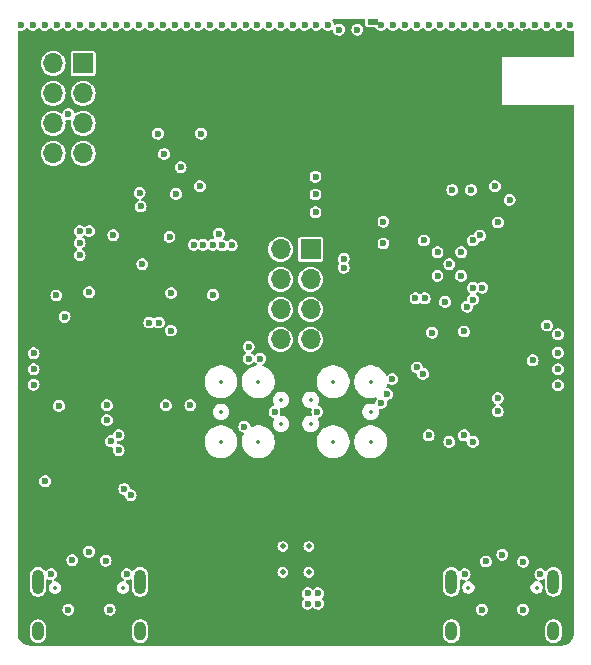
<source format=gbr>
%TF.GenerationSoftware,KiCad,Pcbnew,8.0.8*%
%TF.CreationDate,2025-03-20T14:25:15+01:00*%
%TF.ProjectId,RF_HID_module_test,52465f48-4944-45f6-9d6f-64756c655f74,rev?*%
%TF.SameCoordinates,Original*%
%TF.FileFunction,Copper,L3,Inr*%
%TF.FilePolarity,Positive*%
%FSLAX46Y46*%
G04 Gerber Fmt 4.6, Leading zero omitted, Abs format (unit mm)*
G04 Created by KiCad (PCBNEW 8.0.8) date 2025-03-20 14:25:15*
%MOMM*%
%LPD*%
G01*
G04 APERTURE LIST*
%TA.AperFunction,ComponentPad*%
%ADD10R,1.700000X1.700000*%
%TD*%
%TA.AperFunction,ComponentPad*%
%ADD11O,1.700000X1.700000*%
%TD*%
%TA.AperFunction,ComponentPad*%
%ADD12O,1.000000X2.100000*%
%TD*%
%TA.AperFunction,ComponentPad*%
%ADD13O,1.000000X1.600000*%
%TD*%
%TA.AperFunction,HeatsinkPad*%
%ADD14C,0.500000*%
%TD*%
%TA.AperFunction,ComponentPad*%
%ADD15R,0.900000X0.500000*%
%TD*%
%TA.AperFunction,ViaPad*%
%ADD16C,0.600000*%
%TD*%
%ADD17C,0.300000*%
%ADD18C,0.350000*%
%ADD19O,0.600000X1.700000*%
%ADD20O,0.600000X1.200000*%
%ADD21C,0.200000*%
G04 APERTURE END LIST*
D10*
%TO.N,/STM_IO0*%
%TO.C,J4*%
X142000000Y-98000000D03*
D11*
%TO.N,/STM_IO1*%
X139459994Y-97999999D03*
%TO.N,/STM_IO2*%
X141999999Y-100540006D03*
%TO.N,/STM_IO3*%
X139460000Y-100540000D03*
%TO.N,/STM_IO4*%
X142000000Y-103080000D03*
%TO.N,/STM_IO5*%
X139459998Y-103080000D03*
%TO.N,/STM_IO6*%
X142000000Y-105620000D03*
%TO.N,/STM_IO7*%
X139460001Y-105620000D03*
%TD*%
D12*
%TO.N,unconnected-(J6-SHIELD-PadS1)_1*%
%TO.C,J6*%
X138180000Y-141895000D03*
D13*
%TO.N,unconnected-(J6-SHIELD-PadS1)_2*%
X138180000Y-146075000D03*
D12*
%TO.N,unconnected-(J6-SHIELD-PadS1)_3*%
X146820000Y-141895000D03*
D13*
%TO.N,unconnected-(J6-SHIELD-PadS1)*%
X146820000Y-146075000D03*
%TD*%
D10*
%TO.N,/CH_IO0*%
%TO.C,J2*%
X161250000Y-113750000D03*
D11*
%TO.N,/CH_IO1*%
X158709996Y-113749998D03*
%TO.N,/CH_IO2*%
X161249998Y-116290004D03*
%TO.N,/CH_IO3*%
X158710000Y-116290000D03*
%TO.N,/CH_IO4*%
X161250000Y-118830000D03*
%TO.N,/CH_IO5*%
X158709999Y-118829998D03*
%TO.N,/CH_IO6*%
X161250000Y-121370000D03*
%TO.N,/CH_IO7*%
X158710001Y-121370000D03*
%TD*%
D12*
%TO.N,unconnected-(J7-SHIELD-PadS1)_2*%
%TO.C,J7*%
X173180000Y-141895000D03*
D13*
%TO.N,unconnected-(J7-SHIELD-PadS1)*%
X173180000Y-146075000D03*
D12*
%TO.N,unconnected-(J7-SHIELD-PadS1)_1*%
X181820000Y-141895000D03*
D13*
%TO.N,unconnected-(J7-SHIELD-PadS1)_3*%
X181820000Y-146075000D03*
%TD*%
D14*
%TO.N,GND*%
%TO.C,U3*%
X158900000Y-138900000D03*
X158900000Y-141100000D03*
X161100000Y-138900000D03*
X161100000Y-141100000D03*
%TD*%
D15*
%TO.N,GND*%
%TO.C,AE1*%
X166550000Y-94500000D03*
%TD*%
D16*
%TO.N,GND*%
X136750000Y-144750000D03*
X136750000Y-143750000D03*
X136750000Y-142750000D03*
X136750000Y-141750000D03*
X136750000Y-140750000D03*
X136750000Y-139750000D03*
X136750000Y-138750000D03*
X136750000Y-137750000D03*
X136750000Y-136750000D03*
X136750000Y-135750000D03*
X136750000Y-134750000D03*
X136750000Y-133750000D03*
X136750000Y-132750000D03*
X136750000Y-131750000D03*
X136750000Y-130750000D03*
X136750000Y-129750000D03*
X136750000Y-128750000D03*
X136750000Y-127750000D03*
X136750000Y-126750000D03*
X136750000Y-125750000D03*
X136750000Y-124750000D03*
X136750000Y-123750000D03*
X136750000Y-122750000D03*
X136750000Y-121750000D03*
X136750000Y-120750000D03*
X136750000Y-119750000D03*
X136750000Y-118750000D03*
X136750000Y-117750000D03*
X136750000Y-116750000D03*
X136750000Y-115750000D03*
X136750000Y-114750000D03*
X136750000Y-113750000D03*
X136750000Y-112750000D03*
X136750000Y-111750000D03*
X136749999Y-110743675D03*
X136750000Y-109750000D03*
X136750000Y-108750000D03*
X136750000Y-107750000D03*
X136750000Y-106750000D03*
X136750000Y-105750000D03*
X136750000Y-104750000D03*
X136750000Y-103750000D03*
X136750000Y-102750000D03*
X136750000Y-101750000D03*
X136750000Y-100750000D03*
X136750000Y-99750000D03*
X136750000Y-98750000D03*
X180352095Y-95405305D03*
X163722952Y-96057733D03*
X156750000Y-94750000D03*
X183250000Y-112750000D03*
X171000000Y-146750000D03*
X183250000Y-120750000D03*
X147000000Y-115000000D03*
X168000000Y-146750000D03*
X164511120Y-101655025D03*
X183250000Y-137750000D03*
X183250000Y-116750000D03*
X182200000Y-120950000D03*
X166000000Y-146750000D03*
X177000000Y-101450000D03*
X172000000Y-146750000D03*
X178800000Y-96927692D03*
X183250000Y-127750000D03*
X183250000Y-125750000D03*
X166928452Y-98213984D03*
X177000000Y-100550000D03*
X181250000Y-94750000D03*
X153000000Y-146750000D03*
X148750000Y-94750000D03*
X174000000Y-114000000D03*
X157750000Y-94750000D03*
X152750000Y-94750000D03*
X148325002Y-103950000D03*
X183250000Y-131750000D03*
X170250000Y-94750000D03*
X156000000Y-122000000D03*
X183250000Y-126750000D03*
X183250000Y-115750000D03*
X146750000Y-94750000D03*
X168317766Y-109132234D03*
X183250000Y-142750000D03*
X177700000Y-101950000D03*
X177000000Y-97850000D03*
X161750000Y-94750000D03*
X156000000Y-123000000D03*
X173250000Y-108724999D03*
X183000000Y-146500000D03*
X166273191Y-105151054D03*
X161799803Y-103652691D03*
X183250000Y-145750000D03*
X176997123Y-96934814D03*
X151875000Y-108400000D03*
X159000000Y-146750000D03*
X177250000Y-94750000D03*
X181243950Y-95705232D03*
X170232234Y-108917766D03*
X179450000Y-95372308D03*
X177000000Y-99650000D03*
X183250000Y-143750000D03*
X150750000Y-94750000D03*
X148850000Y-105675000D03*
X180400000Y-101950000D03*
X155750000Y-94750000D03*
X137800000Y-123900000D03*
X173000000Y-115000000D03*
X160750000Y-94750000D03*
X183250000Y-109750000D03*
X166706993Y-106909512D03*
X183250000Y-122750000D03*
X159750000Y-94750000D03*
X145750000Y-94750000D03*
X183250000Y-138750000D03*
X167744417Y-99865833D03*
X166423879Y-106049501D03*
X173250000Y-94750000D03*
X172000000Y-116000000D03*
X165042766Y-98457234D03*
X167250000Y-94750000D03*
X160355903Y-101984576D03*
X177900000Y-96927692D03*
X141500000Y-146750000D03*
X167494541Y-98983769D03*
X167425001Y-113250000D03*
X169275088Y-100775088D03*
X146774998Y-108966942D03*
X149750000Y-94750000D03*
X162700000Y-101747308D03*
X172650088Y-97400088D03*
X144350000Y-130000000D03*
X169582234Y-108267766D03*
X167752692Y-104266505D03*
X183250000Y-124750000D03*
X144500000Y-146750000D03*
X176250000Y-94750000D03*
X183250000Y-111750000D03*
X156000000Y-146750000D03*
X165872308Y-100786897D03*
X163600000Y-101747308D03*
X183250000Y-110750000D03*
X174950718Y-95814113D03*
X153500000Y-112425001D03*
X181964874Y-96265051D03*
X183250000Y-117750000D03*
X139724999Y-117650000D03*
X144750000Y-94750000D03*
X175829107Y-95537256D03*
X145700000Y-141255000D03*
X139300000Y-141255000D03*
X142500000Y-117374999D03*
X160000000Y-146750000D03*
X183250000Y-104750000D03*
X164502329Y-103334543D03*
X165413103Y-101372308D03*
X183250000Y-144750000D03*
X183250000Y-139750000D03*
X138775000Y-133374131D03*
X158200000Y-127500000D03*
X183250000Y-105750000D03*
X165601923Y-96855468D03*
X183250000Y-140750000D03*
X169411412Y-103421123D03*
X170000000Y-146750000D03*
X161830405Y-127500000D03*
X166175001Y-103360588D03*
X171724912Y-100524912D03*
X171550000Y-120800000D03*
X169617766Y-110432234D03*
X167824999Y-103360589D03*
X143500000Y-146750000D03*
X179500000Y-101950000D03*
X151974999Y-103949999D03*
X137800000Y-122550000D03*
X183250000Y-108750000D03*
X183250000Y-103750000D03*
X171250000Y-94750000D03*
X151072550Y-126950000D03*
X160354138Y-103004013D03*
X163947183Y-96957578D03*
X167137592Y-107738690D03*
X158750000Y-94750000D03*
X151750000Y-94750000D03*
X174850000Y-108724999D03*
X178500000Y-146750000D03*
X165222155Y-95150000D03*
X139750000Y-94750000D03*
X167425000Y-111400000D03*
X152000000Y-146750000D03*
X166229772Y-99922948D03*
X176719393Y-95397787D03*
X168373045Y-106867786D03*
X183250000Y-141750000D03*
X138750000Y-94750000D03*
X155000000Y-146750000D03*
X177500000Y-146750000D03*
X168936751Y-107620168D03*
X183250000Y-134750000D03*
X173074912Y-99174912D03*
X182250000Y-94750000D03*
X180700000Y-141255000D03*
X179500000Y-146750000D03*
X149000000Y-146750000D03*
X164000000Y-146750000D03*
X180250000Y-94750000D03*
X183250000Y-96750000D03*
X174500000Y-146750000D03*
X182200000Y-122500000D03*
X167993280Y-106051091D03*
X151000000Y-146750000D03*
X172250000Y-94750000D03*
X161669998Y-110600001D03*
X182502066Y-96911280D03*
X180500000Y-146750000D03*
X178250000Y-94750000D03*
X161000000Y-103650000D03*
X183250000Y-95750000D03*
X169950088Y-100100088D03*
X161000000Y-146750000D03*
X139500000Y-146750000D03*
X183250000Y-107750000D03*
X162700000Y-103252692D03*
X176500000Y-146750000D03*
X150250000Y-106800000D03*
X169719694Y-102530129D03*
X183250000Y-123750000D03*
X183250000Y-132750000D03*
X178100000Y-109550000D03*
X181274999Y-120200000D03*
X157000000Y-146750000D03*
X165729600Y-99144068D03*
X179700000Y-96927692D03*
X183250000Y-136750000D03*
X183250000Y-129750000D03*
X183250000Y-135750000D03*
X149450000Y-117450000D03*
X143750000Y-94750000D03*
X177622554Y-95372308D03*
X136750000Y-94750000D03*
X140500000Y-146750000D03*
X183250000Y-94750000D03*
X183250000Y-130750000D03*
X174106510Y-96230233D03*
X163650000Y-95150000D03*
X142500000Y-146750000D03*
X164397597Y-97759744D03*
X144550000Y-112550000D03*
X136750000Y-145750000D03*
X136750000Y-97750000D03*
X172000000Y-114000000D03*
X154750000Y-94750000D03*
X171300088Y-98750088D03*
X174300000Y-141255000D03*
X183250000Y-106750000D03*
X163000000Y-146750000D03*
X169000000Y-146750000D03*
X174248875Y-120701124D03*
X149310210Y-112689790D03*
X173749911Y-98499911D03*
X177000000Y-98750000D03*
X153750000Y-94750000D03*
X177500000Y-139605000D03*
X179250000Y-94750000D03*
X168127692Y-100777484D03*
X137750000Y-94750000D03*
X166248351Y-97533883D03*
X183250000Y-133750000D03*
X176850000Y-108400000D03*
X178550000Y-95372308D03*
X153990649Y-146751079D03*
X163600000Y-103252692D03*
X175250000Y-94750000D03*
X182200000Y-123900000D03*
X171049912Y-101199912D03*
X172399912Y-99849912D03*
X183250000Y-121750000D03*
X168585880Y-101372308D03*
X181300000Y-101950000D03*
X174000000Y-116000000D03*
X171533954Y-110219501D03*
X149874998Y-109050000D03*
X137800000Y-125200000D03*
X170625088Y-99425088D03*
X175500000Y-146750000D03*
X174250000Y-94750000D03*
X180592845Y-97125321D03*
X167000000Y-146750000D03*
X173337253Y-96762664D03*
X171975088Y-98075088D03*
X178600000Y-101950000D03*
X170882234Y-109567766D03*
X149000000Y-126950000D03*
X174424356Y-97882381D03*
X168967766Y-109782234D03*
X140750000Y-94750000D03*
X162000000Y-146750000D03*
X177100000Y-127465001D03*
X170374912Y-101874912D03*
X158000000Y-146750000D03*
X177100000Y-126350000D03*
X183250000Y-113750000D03*
X136750000Y-95750000D03*
X168570380Y-103627692D03*
X150000000Y-146750000D03*
X183250000Y-114750000D03*
X145500000Y-146750000D03*
X167783625Y-105143053D03*
X167689733Y-108481601D03*
X165361197Y-103627692D03*
X162750000Y-94750000D03*
X148000000Y-146750000D03*
X182200000Y-125250000D03*
X175227042Y-97393453D03*
X183250000Y-128750000D03*
X161813266Y-101347308D03*
X161000000Y-101350000D03*
X183250000Y-118750000D03*
X142750000Y-94750000D03*
X182200000Y-101950000D03*
X157000000Y-123000000D03*
X147750000Y-94750000D03*
X165000000Y-146750000D03*
X168250000Y-94750000D03*
X183100000Y-101950000D03*
X183250000Y-102750000D03*
X166247308Y-104266505D03*
X136750000Y-96750000D03*
X142500000Y-139350000D03*
X169250000Y-94750000D03*
X141750000Y-94750000D03*
X170267766Y-111082234D03*
X137000000Y-146500000D03*
X183250000Y-119750000D03*
X176107080Y-97073028D03*
X165243148Y-96046166D03*
%TO.N,+3V3*%
X159625000Y-135125000D03*
X160562500Y-134225000D03*
X165476083Y-126623918D03*
X137800000Y-129650000D03*
X141900000Y-130750000D03*
X145950000Y-106150000D03*
X154300000Y-111375001D03*
X175332519Y-120283162D03*
X152274999Y-120750000D03*
X158325000Y-110600001D03*
X181175000Y-127550000D03*
X137800000Y-131000000D03*
X137800000Y-128300000D03*
X159625000Y-134225000D03*
X158675000Y-135125000D03*
X171000000Y-130750000D03*
X160562500Y-135125000D03*
X140774999Y-118450000D03*
X154523918Y-128376082D03*
X168950000Y-130750000D03*
X144000000Y-130750000D03*
X158675000Y-134225000D03*
X141550000Y-120875000D03*
X158319999Y-109100000D03*
X158325000Y-107600001D03*
%TO.N,/CH_VDCIA*%
X170847309Y-113000000D03*
X172650000Y-118200000D03*
%TO.N,/CH_NRST*%
X168165335Y-124728077D03*
X180050000Y-123150000D03*
%TO.N,/CH_STATUS*%
X177102816Y-111475002D03*
X161669998Y-109100002D03*
%TO.N,+5V*%
X140750000Y-144250000D03*
X161000000Y-143750000D03*
X161000000Y-142875000D03*
X144250000Y-144250000D03*
X175750000Y-144250000D03*
X161875000Y-143750000D03*
X161875000Y-142875000D03*
X179250000Y-144250000D03*
%TO.N,/STM_NRST*%
X140425000Y-119452081D03*
X155650001Y-128751562D03*
X146875001Y-110116942D03*
%TO.N,/STM_BOOT*%
X139950000Y-127000000D03*
X151374282Y-113375001D03*
%TO.N,/STM_STATUS*%
X140750000Y-102290006D03*
X161669998Y-107600002D03*
%TO.N,/CH_IO7*%
X175000000Y-118000000D03*
%TO.N,/CH_IO6*%
X174501410Y-118598590D03*
%TO.N,/CH_IO3*%
X175000000Y-113000000D03*
%TO.N,/CH_IO0*%
X170919974Y-117900000D03*
%TO.N,/CH_IO4*%
X164050000Y-115300000D03*
%TO.N,/CH_IO5*%
X164050000Y-114549999D03*
%TO.N,/CH_IO1*%
X175617962Y-112575001D03*
%TO.N,/CH_IO2*%
X170134987Y-117892831D03*
%TO.N,/STM_IO4*%
X154573443Y-113397312D03*
%TO.N,/STM_IO5*%
X153773537Y-113409707D03*
%TO.N,/STM_IO6*%
X152974288Y-113375001D03*
%TO.N,/STM_IO7*%
X152174285Y-113375001D03*
%TO.N,/CH_SWDIO*%
X167249999Y-126749999D03*
X170769124Y-124291307D03*
%TO.N,/CH_SWCLK*%
X167750000Y-126000000D03*
X170250000Y-123750000D03*
%TO.N,Net-(J6-CC1)*%
X143900000Y-140105000D03*
X141087500Y-140062500D03*
%TO.N,Net-(J7-CC1)*%
X176100000Y-140173907D03*
X179250000Y-140200000D03*
%TO.N,/CH_FLASH_SPI_MISO*%
X173000000Y-130050000D03*
X175000000Y-130050000D03*
%TO.N,/CH_W25Q128_NRST*%
X171250000Y-129500000D03*
X174250000Y-129500000D03*
%TO.N,/TX*%
X152994087Y-117605913D03*
X175000000Y-117000000D03*
%TO.N,/RX*%
X175806587Y-116993413D03*
X149424999Y-120622515D03*
%TO.N,/STM_USB/USB_DN*%
X145484834Y-134034834D03*
X147600000Y-119950000D03*
%TO.N,/STM_USB/USB_DP*%
X148400003Y-119950000D03*
X146015166Y-134565166D03*
%TO.N,/STM_FLASH_SPI_MISO*%
X145000000Y-129485000D03*
X141700000Y-113200000D03*
%TO.N,/STM_FLASH_SPI_CLK*%
X141699997Y-112200000D03*
X144000000Y-128200000D03*
%TO.N,/STM_FLASH_SPI_NCS*%
X142500000Y-112200000D03*
X145000000Y-130755000D03*
%TO.N,/STM_FLASH_SPI_MOSI*%
X141700000Y-114250000D03*
X144000000Y-126950000D03*
%TD*%
%TA.AperFunction,Conductor*%
%TO.N,+3V3*%
G36*
X165858691Y-94268907D02*
G01*
X165894655Y-94318407D01*
X165899500Y-94349000D01*
X165899500Y-94769746D01*
X165899501Y-94769758D01*
X165911132Y-94828227D01*
X165911134Y-94828233D01*
X165943471Y-94876628D01*
X165955448Y-94894552D01*
X166021769Y-94938867D01*
X166066231Y-94947711D01*
X166080241Y-94950498D01*
X166080246Y-94950498D01*
X166080252Y-94950500D01*
X166727720Y-94950500D01*
X166785911Y-94969407D01*
X166817773Y-95008374D01*
X166824623Y-95023373D01*
X166918872Y-95132143D01*
X166918873Y-95132144D01*
X167003276Y-95186386D01*
X167039947Y-95209953D01*
X167134984Y-95237858D01*
X167178035Y-95250499D01*
X167178036Y-95250499D01*
X167178039Y-95250500D01*
X167178041Y-95250500D01*
X167321959Y-95250500D01*
X167321961Y-95250500D01*
X167460053Y-95209953D01*
X167581128Y-95132143D01*
X167675182Y-95023597D01*
X167727576Y-94992003D01*
X167788537Y-94997238D01*
X167824816Y-95023596D01*
X167918872Y-95132143D01*
X167918873Y-95132144D01*
X168003276Y-95186386D01*
X168039947Y-95209953D01*
X168134984Y-95237858D01*
X168178035Y-95250499D01*
X168178036Y-95250499D01*
X168178039Y-95250500D01*
X168178041Y-95250500D01*
X168321959Y-95250500D01*
X168321961Y-95250500D01*
X168460053Y-95209953D01*
X168581128Y-95132143D01*
X168675182Y-95023597D01*
X168727576Y-94992003D01*
X168788537Y-94997238D01*
X168824816Y-95023596D01*
X168918872Y-95132143D01*
X168918873Y-95132144D01*
X169003276Y-95186386D01*
X169039947Y-95209953D01*
X169134984Y-95237858D01*
X169178035Y-95250499D01*
X169178036Y-95250499D01*
X169178039Y-95250500D01*
X169178041Y-95250500D01*
X169321959Y-95250500D01*
X169321961Y-95250500D01*
X169460053Y-95209953D01*
X169581128Y-95132143D01*
X169675182Y-95023597D01*
X169727576Y-94992003D01*
X169788537Y-94997238D01*
X169824816Y-95023596D01*
X169918872Y-95132143D01*
X169918873Y-95132144D01*
X170003276Y-95186386D01*
X170039947Y-95209953D01*
X170134984Y-95237858D01*
X170178035Y-95250499D01*
X170178036Y-95250499D01*
X170178039Y-95250500D01*
X170178041Y-95250500D01*
X170321959Y-95250500D01*
X170321961Y-95250500D01*
X170460053Y-95209953D01*
X170581128Y-95132143D01*
X170675182Y-95023597D01*
X170727576Y-94992003D01*
X170788537Y-94997238D01*
X170824816Y-95023596D01*
X170918872Y-95132143D01*
X170918873Y-95132144D01*
X171003276Y-95186386D01*
X171039947Y-95209953D01*
X171134984Y-95237858D01*
X171178035Y-95250499D01*
X171178036Y-95250499D01*
X171178039Y-95250500D01*
X171178041Y-95250500D01*
X171321959Y-95250500D01*
X171321961Y-95250500D01*
X171460053Y-95209953D01*
X171581128Y-95132143D01*
X171675182Y-95023597D01*
X171727576Y-94992003D01*
X171788537Y-94997238D01*
X171824816Y-95023596D01*
X171918872Y-95132143D01*
X171918873Y-95132144D01*
X172003276Y-95186386D01*
X172039947Y-95209953D01*
X172134984Y-95237858D01*
X172178035Y-95250499D01*
X172178036Y-95250499D01*
X172178039Y-95250500D01*
X172178041Y-95250500D01*
X172321959Y-95250500D01*
X172321961Y-95250500D01*
X172460053Y-95209953D01*
X172581128Y-95132143D01*
X172675182Y-95023597D01*
X172727576Y-94992003D01*
X172788537Y-94997238D01*
X172824816Y-95023596D01*
X172918872Y-95132143D01*
X172918873Y-95132144D01*
X173003276Y-95186386D01*
X173039947Y-95209953D01*
X173134984Y-95237858D01*
X173178035Y-95250499D01*
X173178036Y-95250499D01*
X173178039Y-95250500D01*
X173178041Y-95250500D01*
X173321959Y-95250500D01*
X173321961Y-95250500D01*
X173460053Y-95209953D01*
X173581128Y-95132143D01*
X173675182Y-95023597D01*
X173727576Y-94992003D01*
X173788537Y-94997238D01*
X173824816Y-95023596D01*
X173918872Y-95132143D01*
X173918873Y-95132144D01*
X174003276Y-95186386D01*
X174039947Y-95209953D01*
X174134984Y-95237858D01*
X174178035Y-95250499D01*
X174178036Y-95250499D01*
X174178039Y-95250500D01*
X174178041Y-95250500D01*
X174321959Y-95250500D01*
X174321961Y-95250500D01*
X174460053Y-95209953D01*
X174581128Y-95132143D01*
X174675182Y-95023597D01*
X174727576Y-94992003D01*
X174788537Y-94997238D01*
X174824816Y-95023596D01*
X174918872Y-95132143D01*
X174918873Y-95132144D01*
X175003276Y-95186386D01*
X175039947Y-95209953D01*
X175134984Y-95237858D01*
X175178035Y-95250499D01*
X175178036Y-95250499D01*
X175178039Y-95250500D01*
X175178041Y-95250500D01*
X175321959Y-95250500D01*
X175321961Y-95250500D01*
X175460053Y-95209953D01*
X175581128Y-95132143D01*
X175675182Y-95023597D01*
X175727576Y-94992003D01*
X175788537Y-94997238D01*
X175824816Y-95023596D01*
X175918872Y-95132143D01*
X175918873Y-95132144D01*
X176003276Y-95186386D01*
X176039947Y-95209953D01*
X176134984Y-95237858D01*
X176178035Y-95250499D01*
X176178036Y-95250499D01*
X176178039Y-95250500D01*
X176178041Y-95250500D01*
X176321959Y-95250500D01*
X176321961Y-95250500D01*
X176460053Y-95209953D01*
X176581128Y-95132143D01*
X176675182Y-95023597D01*
X176727576Y-94992003D01*
X176788537Y-94997238D01*
X176824816Y-95023596D01*
X176918872Y-95132143D01*
X176918873Y-95132144D01*
X177003276Y-95186386D01*
X177039947Y-95209953D01*
X177134984Y-95237858D01*
X177178035Y-95250499D01*
X177178036Y-95250499D01*
X177178039Y-95250500D01*
X177178041Y-95250500D01*
X177321959Y-95250500D01*
X177321961Y-95250500D01*
X177460053Y-95209953D01*
X177581128Y-95132143D01*
X177675182Y-95023597D01*
X177727576Y-94992003D01*
X177788537Y-94997238D01*
X177824816Y-95023596D01*
X177918872Y-95132143D01*
X177918873Y-95132144D01*
X178003276Y-95186386D01*
X178039947Y-95209953D01*
X178134984Y-95237858D01*
X178178035Y-95250499D01*
X178178036Y-95250499D01*
X178178039Y-95250500D01*
X178178041Y-95250500D01*
X178321959Y-95250500D01*
X178321961Y-95250500D01*
X178460053Y-95209953D01*
X178581128Y-95132143D01*
X178675182Y-95023597D01*
X178727576Y-94992003D01*
X178788537Y-94997238D01*
X178824816Y-95023596D01*
X178918872Y-95132143D01*
X178918873Y-95132144D01*
X179003276Y-95186386D01*
X179039947Y-95209953D01*
X179134984Y-95237858D01*
X179178035Y-95250499D01*
X179178036Y-95250499D01*
X179178039Y-95250500D01*
X179178041Y-95250500D01*
X179321959Y-95250500D01*
X179321961Y-95250500D01*
X179460053Y-95209953D01*
X179581128Y-95132143D01*
X179675182Y-95023597D01*
X179727576Y-94992003D01*
X179788537Y-94997238D01*
X179824816Y-95023596D01*
X179918872Y-95132143D01*
X179918873Y-95132144D01*
X180003276Y-95186386D01*
X180039947Y-95209953D01*
X180134984Y-95237858D01*
X180178035Y-95250499D01*
X180178036Y-95250499D01*
X180178039Y-95250500D01*
X180178041Y-95250500D01*
X180321959Y-95250500D01*
X180321961Y-95250500D01*
X180460053Y-95209953D01*
X180581128Y-95132143D01*
X180675182Y-95023597D01*
X180727576Y-94992003D01*
X180788537Y-94997238D01*
X180824816Y-95023596D01*
X180918872Y-95132143D01*
X180918873Y-95132144D01*
X181003276Y-95186386D01*
X181039947Y-95209953D01*
X181134984Y-95237858D01*
X181178035Y-95250499D01*
X181178036Y-95250499D01*
X181178039Y-95250500D01*
X181178041Y-95250500D01*
X181321959Y-95250500D01*
X181321961Y-95250500D01*
X181460053Y-95209953D01*
X181581128Y-95132143D01*
X181675182Y-95023597D01*
X181727576Y-94992003D01*
X181788537Y-94997238D01*
X181824816Y-95023596D01*
X181918872Y-95132143D01*
X181918873Y-95132144D01*
X182003276Y-95186386D01*
X182039947Y-95209953D01*
X182134984Y-95237858D01*
X182178035Y-95250499D01*
X182178036Y-95250499D01*
X182178039Y-95250500D01*
X182178041Y-95250500D01*
X182321959Y-95250500D01*
X182321961Y-95250500D01*
X182460053Y-95209953D01*
X182581128Y-95132143D01*
X182675182Y-95023597D01*
X182727576Y-94992003D01*
X182788537Y-94997238D01*
X182824816Y-95023596D01*
X182918872Y-95132143D01*
X182918873Y-95132144D01*
X183003276Y-95186386D01*
X183039947Y-95209953D01*
X183134984Y-95237858D01*
X183178035Y-95250499D01*
X183178036Y-95250499D01*
X183178039Y-95250500D01*
X183178041Y-95250500D01*
X183321959Y-95250500D01*
X183321961Y-95250500D01*
X183422610Y-95220947D01*
X183483769Y-95222694D01*
X183532222Y-95260057D01*
X183549500Y-95315937D01*
X183549500Y-97401000D01*
X183530593Y-97459191D01*
X183481093Y-97495155D01*
X183450500Y-97500000D01*
X177500000Y-97500000D01*
X177500000Y-101500000D01*
X183450500Y-101500000D01*
X183508691Y-101518907D01*
X183544655Y-101568407D01*
X183549500Y-101599000D01*
X183549500Y-146245681D01*
X183549123Y-146254309D01*
X183534311Y-146423611D01*
X183531314Y-146440607D01*
X183488447Y-146600584D01*
X183482546Y-146616799D01*
X183412553Y-146766902D01*
X183403924Y-146781847D01*
X183308934Y-146917507D01*
X183297842Y-146930727D01*
X183180727Y-147047842D01*
X183167507Y-147058934D01*
X183031847Y-147153924D01*
X183016902Y-147162553D01*
X182866799Y-147232546D01*
X182850584Y-147238447D01*
X182690607Y-147281314D01*
X182673611Y-147284311D01*
X182504309Y-147299123D01*
X182495681Y-147299500D01*
X137504319Y-147299500D01*
X137495691Y-147299123D01*
X137326388Y-147284311D01*
X137309392Y-147281314D01*
X137149415Y-147238447D01*
X137133200Y-147232546D01*
X136983097Y-147162553D01*
X136968152Y-147153924D01*
X136832492Y-147058934D01*
X136819272Y-147047842D01*
X136702157Y-146930727D01*
X136691065Y-146917507D01*
X136596075Y-146781847D01*
X136587446Y-146766902D01*
X136559428Y-146706817D01*
X136517452Y-146616798D01*
X136511552Y-146600584D01*
X136468685Y-146440607D01*
X136465689Y-146423619D01*
X136450877Y-146254309D01*
X136450500Y-146245681D01*
X136450500Y-145706004D01*
X137479500Y-145706004D01*
X137479500Y-146443995D01*
X137506420Y-146579327D01*
X137506420Y-146579329D01*
X137559222Y-146706806D01*
X137559228Y-146706817D01*
X137635885Y-146821541D01*
X137733458Y-146919114D01*
X137848182Y-146995771D01*
X137848193Y-146995777D01*
X137883082Y-147010228D01*
X137975672Y-147048580D01*
X138111007Y-147075500D01*
X138111008Y-147075500D01*
X138248992Y-147075500D01*
X138248993Y-147075500D01*
X138384328Y-147048580D01*
X138511811Y-146995775D01*
X138626542Y-146919114D01*
X138724114Y-146821542D01*
X138800775Y-146706811D01*
X138853580Y-146579328D01*
X138880500Y-146443993D01*
X138880500Y-145706007D01*
X138880499Y-145706004D01*
X146119500Y-145706004D01*
X146119500Y-146443995D01*
X146146420Y-146579327D01*
X146146420Y-146579329D01*
X146199222Y-146706806D01*
X146199228Y-146706817D01*
X146275885Y-146821541D01*
X146373458Y-146919114D01*
X146488182Y-146995771D01*
X146488193Y-146995777D01*
X146523082Y-147010228D01*
X146615672Y-147048580D01*
X146751007Y-147075500D01*
X146751008Y-147075500D01*
X146888992Y-147075500D01*
X146888993Y-147075500D01*
X147024328Y-147048580D01*
X147151811Y-146995775D01*
X147266542Y-146919114D01*
X147364114Y-146821542D01*
X147440775Y-146706811D01*
X147493580Y-146579328D01*
X147520500Y-146443993D01*
X147520500Y-145706007D01*
X147520499Y-145706004D01*
X172479500Y-145706004D01*
X172479500Y-146443995D01*
X172506420Y-146579327D01*
X172506420Y-146579329D01*
X172559222Y-146706806D01*
X172559228Y-146706817D01*
X172635885Y-146821541D01*
X172733458Y-146919114D01*
X172848182Y-146995771D01*
X172848193Y-146995777D01*
X172883082Y-147010228D01*
X172975672Y-147048580D01*
X173111007Y-147075500D01*
X173111008Y-147075500D01*
X173248992Y-147075500D01*
X173248993Y-147075500D01*
X173384328Y-147048580D01*
X173511811Y-146995775D01*
X173626542Y-146919114D01*
X173724114Y-146821542D01*
X173800775Y-146706811D01*
X173853580Y-146579328D01*
X173880500Y-146443993D01*
X173880500Y-145706007D01*
X173880499Y-145706004D01*
X181119500Y-145706004D01*
X181119500Y-146443995D01*
X181146420Y-146579327D01*
X181146420Y-146579329D01*
X181199222Y-146706806D01*
X181199228Y-146706817D01*
X181275885Y-146821541D01*
X181373458Y-146919114D01*
X181488182Y-146995771D01*
X181488193Y-146995777D01*
X181523082Y-147010228D01*
X181615672Y-147048580D01*
X181751007Y-147075500D01*
X181751008Y-147075500D01*
X181888992Y-147075500D01*
X181888993Y-147075500D01*
X182024328Y-147048580D01*
X182151811Y-146995775D01*
X182266542Y-146919114D01*
X182364114Y-146821542D01*
X182440775Y-146706811D01*
X182493580Y-146579328D01*
X182520500Y-146443993D01*
X182520500Y-145706007D01*
X182493580Y-145570672D01*
X182440775Y-145443189D01*
X182440774Y-145443187D01*
X182440771Y-145443182D01*
X182364114Y-145328458D01*
X182266541Y-145230885D01*
X182151817Y-145154228D01*
X182151806Y-145154222D01*
X182024328Y-145101420D01*
X181888995Y-145074500D01*
X181888993Y-145074500D01*
X181751007Y-145074500D01*
X181751004Y-145074500D01*
X181615672Y-145101420D01*
X181615670Y-145101420D01*
X181488193Y-145154222D01*
X181488182Y-145154228D01*
X181373458Y-145230885D01*
X181275885Y-145328458D01*
X181199228Y-145443182D01*
X181199222Y-145443193D01*
X181146420Y-145570670D01*
X181146420Y-145570672D01*
X181119500Y-145706004D01*
X173880499Y-145706004D01*
X173853580Y-145570672D01*
X173800775Y-145443189D01*
X173800774Y-145443187D01*
X173800771Y-145443182D01*
X173724114Y-145328458D01*
X173626541Y-145230885D01*
X173511817Y-145154228D01*
X173511806Y-145154222D01*
X173384328Y-145101420D01*
X173248995Y-145074500D01*
X173248993Y-145074500D01*
X173111007Y-145074500D01*
X173111004Y-145074500D01*
X172975672Y-145101420D01*
X172975670Y-145101420D01*
X172848193Y-145154222D01*
X172848182Y-145154228D01*
X172733458Y-145230885D01*
X172635885Y-145328458D01*
X172559228Y-145443182D01*
X172559222Y-145443193D01*
X172506420Y-145570670D01*
X172506420Y-145570672D01*
X172479500Y-145706004D01*
X147520499Y-145706004D01*
X147493580Y-145570672D01*
X147440775Y-145443189D01*
X147440774Y-145443187D01*
X147440771Y-145443182D01*
X147364114Y-145328458D01*
X147266541Y-145230885D01*
X147151817Y-145154228D01*
X147151806Y-145154222D01*
X147024328Y-145101420D01*
X146888995Y-145074500D01*
X146888993Y-145074500D01*
X146751007Y-145074500D01*
X146751004Y-145074500D01*
X146615672Y-145101420D01*
X146615670Y-145101420D01*
X146488193Y-145154222D01*
X146488182Y-145154228D01*
X146373458Y-145230885D01*
X146275885Y-145328458D01*
X146199228Y-145443182D01*
X146199222Y-145443193D01*
X146146420Y-145570670D01*
X146146420Y-145570672D01*
X146119500Y-145706004D01*
X138880499Y-145706004D01*
X138853580Y-145570672D01*
X138800775Y-145443189D01*
X138800774Y-145443187D01*
X138800771Y-145443182D01*
X138724114Y-145328458D01*
X138626541Y-145230885D01*
X138511817Y-145154228D01*
X138511806Y-145154222D01*
X138384328Y-145101420D01*
X138248995Y-145074500D01*
X138248993Y-145074500D01*
X138111007Y-145074500D01*
X138111004Y-145074500D01*
X137975672Y-145101420D01*
X137975670Y-145101420D01*
X137848193Y-145154222D01*
X137848182Y-145154228D01*
X137733458Y-145230885D01*
X137635885Y-145328458D01*
X137559228Y-145443182D01*
X137559222Y-145443193D01*
X137506420Y-145570670D01*
X137506420Y-145570672D01*
X137479500Y-145706004D01*
X136450500Y-145706004D01*
X136450500Y-144249997D01*
X140244353Y-144249997D01*
X140244353Y-144250002D01*
X140264834Y-144392456D01*
X140324622Y-144523371D01*
X140324623Y-144523373D01*
X140418872Y-144632143D01*
X140418873Y-144632144D01*
X140539942Y-144709950D01*
X140539947Y-144709953D01*
X140646403Y-144741211D01*
X140678035Y-144750499D01*
X140678036Y-144750499D01*
X140678039Y-144750500D01*
X140678041Y-144750500D01*
X140821959Y-144750500D01*
X140821961Y-144750500D01*
X140960053Y-144709953D01*
X141081128Y-144632143D01*
X141175377Y-144523373D01*
X141235165Y-144392457D01*
X141255575Y-144250500D01*
X141255647Y-144250002D01*
X141255647Y-144249997D01*
X143744353Y-144249997D01*
X143744353Y-144250002D01*
X143764834Y-144392456D01*
X143824622Y-144523371D01*
X143824623Y-144523373D01*
X143918872Y-144632143D01*
X143918873Y-144632144D01*
X144039942Y-144709950D01*
X144039947Y-144709953D01*
X144146403Y-144741211D01*
X144178035Y-144750499D01*
X144178036Y-144750499D01*
X144178039Y-144750500D01*
X144178041Y-144750500D01*
X144321959Y-144750500D01*
X144321961Y-144750500D01*
X144460053Y-144709953D01*
X144581128Y-144632143D01*
X144675377Y-144523373D01*
X144735165Y-144392457D01*
X144755575Y-144250500D01*
X144755647Y-144250002D01*
X144755647Y-144249997D01*
X144735165Y-144107543D01*
X144696725Y-144023373D01*
X144675377Y-143976627D01*
X144581128Y-143867857D01*
X144581127Y-143867856D01*
X144581126Y-143867855D01*
X144460057Y-143790049D01*
X144460054Y-143790047D01*
X144460053Y-143790047D01*
X144460050Y-143790046D01*
X144321964Y-143749500D01*
X144321961Y-143749500D01*
X144178039Y-143749500D01*
X144178035Y-143749500D01*
X144039949Y-143790046D01*
X144039942Y-143790049D01*
X143918873Y-143867855D01*
X143824622Y-143976628D01*
X143764834Y-144107543D01*
X143744353Y-144249997D01*
X141255647Y-144249997D01*
X141235165Y-144107543D01*
X141196725Y-144023373D01*
X141175377Y-143976627D01*
X141081128Y-143867857D01*
X141081127Y-143867856D01*
X141081126Y-143867855D01*
X140960057Y-143790049D01*
X140960054Y-143790047D01*
X140960053Y-143790047D01*
X140960050Y-143790046D01*
X140821964Y-143749500D01*
X140821961Y-143749500D01*
X140678039Y-143749500D01*
X140678035Y-143749500D01*
X140539949Y-143790046D01*
X140539942Y-143790049D01*
X140418873Y-143867855D01*
X140324622Y-143976628D01*
X140264834Y-144107543D01*
X140244353Y-144249997D01*
X136450500Y-144249997D01*
X136450500Y-141276004D01*
X137479500Y-141276004D01*
X137479500Y-142513995D01*
X137506420Y-142649327D01*
X137506420Y-142649329D01*
X137559222Y-142776806D01*
X137559228Y-142776817D01*
X137635885Y-142891541D01*
X137733458Y-142989114D01*
X137848182Y-143065771D01*
X137848193Y-143065777D01*
X137895283Y-143085282D01*
X137975672Y-143118580D01*
X138111007Y-143145500D01*
X138111008Y-143145500D01*
X138248992Y-143145500D01*
X138248993Y-143145500D01*
X138384328Y-143118580D01*
X138511811Y-143065775D01*
X138626542Y-142989114D01*
X138724114Y-142891542D01*
X138800775Y-142776811D01*
X138853580Y-142649328D01*
X138880500Y-142513993D01*
X138880500Y-141761654D01*
X138899407Y-141703463D01*
X138948907Y-141667499D01*
X139010093Y-141667499D01*
X139033018Y-141678367D01*
X139089947Y-141714953D01*
X139163283Y-141736486D01*
X139228035Y-141755499D01*
X139228036Y-141755499D01*
X139228039Y-141755500D01*
X139228041Y-141755500D01*
X139297173Y-141755500D01*
X139355364Y-141774407D01*
X139391328Y-141823907D01*
X139391328Y-141885093D01*
X139355364Y-141934593D01*
X139346673Y-141940236D01*
X139287337Y-141974493D01*
X139287335Y-141974495D01*
X139189495Y-142072335D01*
X139120312Y-142192164D01*
X139084500Y-142325817D01*
X139084500Y-142464183D01*
X139120312Y-142597836D01*
X139189495Y-142717665D01*
X139287335Y-142815505D01*
X139407164Y-142884688D01*
X139540817Y-142920500D01*
X139540819Y-142920500D01*
X139679181Y-142920500D01*
X139679183Y-142920500D01*
X139812836Y-142884688D01*
X139932665Y-142815505D01*
X140030505Y-142717665D01*
X140099688Y-142597836D01*
X140135500Y-142464183D01*
X140135500Y-142325817D01*
X144864500Y-142325817D01*
X144864500Y-142464183D01*
X144900312Y-142597836D01*
X144969495Y-142717665D01*
X145067335Y-142815505D01*
X145187164Y-142884688D01*
X145320817Y-142920500D01*
X145320819Y-142920500D01*
X145459181Y-142920500D01*
X145459183Y-142920500D01*
X145592836Y-142884688D01*
X145712665Y-142815505D01*
X145810505Y-142717665D01*
X145879688Y-142597836D01*
X145915500Y-142464183D01*
X145915500Y-142325817D01*
X145879688Y-142192164D01*
X145810505Y-142072335D01*
X145712665Y-141974495D01*
X145712662Y-141974493D01*
X145653327Y-141940236D01*
X145612386Y-141894767D01*
X145605990Y-141833917D01*
X145636583Y-141780929D01*
X145692479Y-141756042D01*
X145702827Y-141755500D01*
X145771959Y-141755500D01*
X145771961Y-141755500D01*
X145910053Y-141714953D01*
X145966978Y-141678369D01*
X146026151Y-141662815D01*
X146083168Y-141685014D01*
X146116247Y-141736486D01*
X146119500Y-141761654D01*
X146119500Y-142513995D01*
X146146420Y-142649327D01*
X146146420Y-142649329D01*
X146199222Y-142776806D01*
X146199228Y-142776817D01*
X146275885Y-142891541D01*
X146373458Y-142989114D01*
X146488182Y-143065771D01*
X146488193Y-143065777D01*
X146535283Y-143085282D01*
X146615672Y-143118580D01*
X146751007Y-143145500D01*
X146751008Y-143145500D01*
X146888992Y-143145500D01*
X146888993Y-143145500D01*
X147024328Y-143118580D01*
X147151811Y-143065775D01*
X147266542Y-142989114D01*
X147364114Y-142891542D01*
X147375169Y-142874997D01*
X160494353Y-142874997D01*
X160494353Y-142875002D01*
X160514834Y-143017456D01*
X160536901Y-143065775D01*
X160574623Y-143148373D01*
X160660663Y-143247669D01*
X160684480Y-143304029D01*
X160670621Y-143363624D01*
X160660663Y-143377331D01*
X160574622Y-143476628D01*
X160514834Y-143607543D01*
X160494353Y-143749997D01*
X160494353Y-143750002D01*
X160514834Y-143892456D01*
X160553275Y-143976628D01*
X160574623Y-144023373D01*
X160647556Y-144107543D01*
X160668873Y-144132144D01*
X160789942Y-144209950D01*
X160789947Y-144209953D01*
X160896403Y-144241211D01*
X160928035Y-144250499D01*
X160928036Y-144250499D01*
X160928039Y-144250500D01*
X160928041Y-144250500D01*
X161071959Y-144250500D01*
X161071961Y-144250500D01*
X161210053Y-144209953D01*
X161331128Y-144132143D01*
X161362681Y-144095728D01*
X161415076Y-144064133D01*
X161476037Y-144069368D01*
X161512318Y-144095727D01*
X161543872Y-144132143D01*
X161543873Y-144132144D01*
X161664942Y-144209950D01*
X161664947Y-144209953D01*
X161771403Y-144241211D01*
X161803035Y-144250499D01*
X161803036Y-144250499D01*
X161803039Y-144250500D01*
X161803041Y-144250500D01*
X161946959Y-144250500D01*
X161946961Y-144250500D01*
X161948674Y-144249997D01*
X175244353Y-144249997D01*
X175244353Y-144250002D01*
X175264834Y-144392456D01*
X175324622Y-144523371D01*
X175324623Y-144523373D01*
X175418872Y-144632143D01*
X175418873Y-144632144D01*
X175539942Y-144709950D01*
X175539947Y-144709953D01*
X175646403Y-144741211D01*
X175678035Y-144750499D01*
X175678036Y-144750499D01*
X175678039Y-144750500D01*
X175678041Y-144750500D01*
X175821959Y-144750500D01*
X175821961Y-144750500D01*
X175960053Y-144709953D01*
X176081128Y-144632143D01*
X176175377Y-144523373D01*
X176235165Y-144392457D01*
X176255575Y-144250500D01*
X176255647Y-144250002D01*
X176255647Y-144249997D01*
X178744353Y-144249997D01*
X178744353Y-144250002D01*
X178764834Y-144392456D01*
X178824622Y-144523371D01*
X178824623Y-144523373D01*
X178918872Y-144632143D01*
X178918873Y-144632144D01*
X179039942Y-144709950D01*
X179039947Y-144709953D01*
X179146403Y-144741211D01*
X179178035Y-144750499D01*
X179178036Y-144750499D01*
X179178039Y-144750500D01*
X179178041Y-144750500D01*
X179321959Y-144750500D01*
X179321961Y-144750500D01*
X179460053Y-144709953D01*
X179581128Y-144632143D01*
X179675377Y-144523373D01*
X179735165Y-144392457D01*
X179755575Y-144250500D01*
X179755647Y-144250002D01*
X179755647Y-144249997D01*
X179735165Y-144107543D01*
X179696725Y-144023373D01*
X179675377Y-143976627D01*
X179581128Y-143867857D01*
X179581127Y-143867856D01*
X179581126Y-143867855D01*
X179460057Y-143790049D01*
X179460054Y-143790047D01*
X179460053Y-143790047D01*
X179460050Y-143790046D01*
X179321964Y-143749500D01*
X179321961Y-143749500D01*
X179178039Y-143749500D01*
X179178035Y-143749500D01*
X179039949Y-143790046D01*
X179039942Y-143790049D01*
X178918873Y-143867855D01*
X178824622Y-143976628D01*
X178764834Y-144107543D01*
X178744353Y-144249997D01*
X176255647Y-144249997D01*
X176235165Y-144107543D01*
X176196725Y-144023373D01*
X176175377Y-143976627D01*
X176081128Y-143867857D01*
X176081127Y-143867856D01*
X176081126Y-143867855D01*
X175960057Y-143790049D01*
X175960054Y-143790047D01*
X175960053Y-143790047D01*
X175960050Y-143790046D01*
X175821964Y-143749500D01*
X175821961Y-143749500D01*
X175678039Y-143749500D01*
X175678035Y-143749500D01*
X175539949Y-143790046D01*
X175539942Y-143790049D01*
X175418873Y-143867855D01*
X175324622Y-143976628D01*
X175264834Y-144107543D01*
X175244353Y-144249997D01*
X161948674Y-144249997D01*
X162085053Y-144209953D01*
X162206128Y-144132143D01*
X162300377Y-144023373D01*
X162360165Y-143892457D01*
X162380647Y-143750000D01*
X162380575Y-143749500D01*
X162360165Y-143607543D01*
X162300377Y-143476627D01*
X162214336Y-143377330D01*
X162190519Y-143320972D01*
X162204377Y-143261377D01*
X162214337Y-143247669D01*
X162300377Y-143148373D01*
X162360165Y-143017457D01*
X162380647Y-142875000D01*
X162360165Y-142732543D01*
X162300377Y-142601627D01*
X162206128Y-142492857D01*
X162206127Y-142492856D01*
X162206126Y-142492855D01*
X162085057Y-142415049D01*
X162085054Y-142415047D01*
X162085053Y-142415047D01*
X162085050Y-142415046D01*
X161946964Y-142374500D01*
X161946961Y-142374500D01*
X161803039Y-142374500D01*
X161803035Y-142374500D01*
X161664949Y-142415046D01*
X161664942Y-142415049D01*
X161543872Y-142492856D01*
X161512319Y-142529271D01*
X161459923Y-142560866D01*
X161398962Y-142555630D01*
X161362681Y-142529271D01*
X161331127Y-142492856D01*
X161210057Y-142415049D01*
X161210054Y-142415047D01*
X161210053Y-142415047D01*
X161210050Y-142415046D01*
X161071964Y-142374500D01*
X161071961Y-142374500D01*
X160928039Y-142374500D01*
X160928035Y-142374500D01*
X160789949Y-142415046D01*
X160789942Y-142415049D01*
X160668873Y-142492855D01*
X160574622Y-142601628D01*
X160514834Y-142732543D01*
X160494353Y-142874997D01*
X147375169Y-142874997D01*
X147440775Y-142776811D01*
X147493580Y-142649328D01*
X147520500Y-142513993D01*
X147520500Y-141276007D01*
X147493580Y-141140672D01*
X147476732Y-141099997D01*
X158444867Y-141099997D01*
X158444867Y-141100002D01*
X158463302Y-141228225D01*
X158517117Y-141346061D01*
X158517118Y-141346063D01*
X158601951Y-141443967D01*
X158601952Y-141443968D01*
X158710926Y-141514001D01*
X158710931Y-141514004D01*
X158835228Y-141550500D01*
X158835230Y-141550500D01*
X158964770Y-141550500D01*
X158964772Y-141550500D01*
X159089069Y-141514004D01*
X159198049Y-141443967D01*
X159282882Y-141346063D01*
X159336697Y-141228226D01*
X159355133Y-141100000D01*
X159355133Y-141099997D01*
X160644867Y-141099997D01*
X160644867Y-141100002D01*
X160663302Y-141228225D01*
X160717117Y-141346061D01*
X160717118Y-141346063D01*
X160801951Y-141443967D01*
X160801952Y-141443968D01*
X160910926Y-141514001D01*
X160910931Y-141514004D01*
X161035228Y-141550500D01*
X161035230Y-141550500D01*
X161164770Y-141550500D01*
X161164772Y-141550500D01*
X161289069Y-141514004D01*
X161398049Y-141443967D01*
X161482882Y-141346063D01*
X161514877Y-141276004D01*
X172479500Y-141276004D01*
X172479500Y-142513995D01*
X172506420Y-142649327D01*
X172506420Y-142649329D01*
X172559222Y-142776806D01*
X172559228Y-142776817D01*
X172635885Y-142891541D01*
X172733458Y-142989114D01*
X172848182Y-143065771D01*
X172848193Y-143065777D01*
X172895283Y-143085282D01*
X172975672Y-143118580D01*
X173111007Y-143145500D01*
X173111008Y-143145500D01*
X173248992Y-143145500D01*
X173248993Y-143145500D01*
X173384328Y-143118580D01*
X173511811Y-143065775D01*
X173626542Y-142989114D01*
X173724114Y-142891542D01*
X173800775Y-142776811D01*
X173853580Y-142649328D01*
X173880500Y-142513993D01*
X173880500Y-141761654D01*
X173899407Y-141703463D01*
X173948907Y-141667499D01*
X174010093Y-141667499D01*
X174033018Y-141678367D01*
X174089947Y-141714953D01*
X174163283Y-141736486D01*
X174228035Y-141755499D01*
X174228036Y-141755499D01*
X174228039Y-141755500D01*
X174228041Y-141755500D01*
X174297173Y-141755500D01*
X174355364Y-141774407D01*
X174391328Y-141823907D01*
X174391328Y-141885093D01*
X174355364Y-141934593D01*
X174346673Y-141940236D01*
X174287337Y-141974493D01*
X174287335Y-141974495D01*
X174189495Y-142072335D01*
X174120312Y-142192164D01*
X174084500Y-142325817D01*
X174084500Y-142464183D01*
X174120312Y-142597836D01*
X174189495Y-142717665D01*
X174287335Y-142815505D01*
X174407164Y-142884688D01*
X174540817Y-142920500D01*
X174540819Y-142920500D01*
X174679181Y-142920500D01*
X174679183Y-142920500D01*
X174812836Y-142884688D01*
X174932665Y-142815505D01*
X175030505Y-142717665D01*
X175099688Y-142597836D01*
X175135500Y-142464183D01*
X175135500Y-142325817D01*
X179864500Y-142325817D01*
X179864500Y-142464183D01*
X179900312Y-142597836D01*
X179969495Y-142717665D01*
X180067335Y-142815505D01*
X180187164Y-142884688D01*
X180320817Y-142920500D01*
X180320819Y-142920500D01*
X180459181Y-142920500D01*
X180459183Y-142920500D01*
X180592836Y-142884688D01*
X180712665Y-142815505D01*
X180810505Y-142717665D01*
X180879688Y-142597836D01*
X180915500Y-142464183D01*
X180915500Y-142325817D01*
X180879688Y-142192164D01*
X180810505Y-142072335D01*
X180712665Y-141974495D01*
X180712662Y-141974493D01*
X180653327Y-141940236D01*
X180612386Y-141894767D01*
X180605990Y-141833917D01*
X180636583Y-141780929D01*
X180692479Y-141756042D01*
X180702827Y-141755500D01*
X180771959Y-141755500D01*
X180771961Y-141755500D01*
X180910053Y-141714953D01*
X180966978Y-141678369D01*
X181026151Y-141662815D01*
X181083168Y-141685014D01*
X181116247Y-141736486D01*
X181119500Y-141761654D01*
X181119500Y-142513995D01*
X181146420Y-142649327D01*
X181146420Y-142649329D01*
X181199222Y-142776806D01*
X181199228Y-142776817D01*
X181275885Y-142891541D01*
X181373458Y-142989114D01*
X181488182Y-143065771D01*
X181488193Y-143065777D01*
X181535283Y-143085282D01*
X181615672Y-143118580D01*
X181751007Y-143145500D01*
X181751008Y-143145500D01*
X181888992Y-143145500D01*
X181888993Y-143145500D01*
X182024328Y-143118580D01*
X182151811Y-143065775D01*
X182266542Y-142989114D01*
X182364114Y-142891542D01*
X182440775Y-142776811D01*
X182493580Y-142649328D01*
X182520500Y-142513993D01*
X182520500Y-141276007D01*
X182493580Y-141140672D01*
X182475978Y-141098177D01*
X182440777Y-141013193D01*
X182440771Y-141013182D01*
X182364114Y-140898458D01*
X182266541Y-140800885D01*
X182151817Y-140724228D01*
X182151806Y-140724222D01*
X182024328Y-140671420D01*
X181888995Y-140644500D01*
X181888993Y-140644500D01*
X181751007Y-140644500D01*
X181751004Y-140644500D01*
X181615672Y-140671420D01*
X181615670Y-140671420D01*
X181488193Y-140724222D01*
X181488182Y-140724228D01*
X181373458Y-140800885D01*
X181275889Y-140898454D01*
X181275883Y-140898461D01*
X181251101Y-140935550D01*
X181203051Y-140973429D01*
X181141913Y-140975830D01*
X181093968Y-140945378D01*
X181031129Y-140872858D01*
X181031127Y-140872856D01*
X180910057Y-140795049D01*
X180910054Y-140795047D01*
X180910053Y-140795047D01*
X180910050Y-140795046D01*
X180771964Y-140754500D01*
X180771961Y-140754500D01*
X180628039Y-140754500D01*
X180628035Y-140754500D01*
X180489949Y-140795046D01*
X180489942Y-140795049D01*
X180368873Y-140872855D01*
X180274622Y-140981628D01*
X180214834Y-141112543D01*
X180194353Y-141254997D01*
X180194353Y-141255002D01*
X180214834Y-141397456D01*
X180236076Y-141443968D01*
X180274623Y-141528373D01*
X180368872Y-141637143D01*
X180368873Y-141637144D01*
X180446787Y-141687216D01*
X180485518Y-141734582D01*
X180489012Y-141795667D01*
X180455932Y-141847140D01*
X180398916Y-141869339D01*
X180393264Y-141869500D01*
X180320817Y-141869500D01*
X180187164Y-141905312D01*
X180067335Y-141974495D01*
X179969495Y-142072335D01*
X179900312Y-142192164D01*
X179864500Y-142325817D01*
X175135500Y-142325817D01*
X175099688Y-142192164D01*
X175030505Y-142072335D01*
X174932665Y-141974495D01*
X174812836Y-141905312D01*
X174679183Y-141869500D01*
X174606736Y-141869500D01*
X174548545Y-141850593D01*
X174512581Y-141801093D01*
X174512581Y-141739907D01*
X174548545Y-141690407D01*
X174553213Y-141687216D01*
X174631126Y-141637144D01*
X174631125Y-141637144D01*
X174631128Y-141637143D01*
X174725377Y-141528373D01*
X174785165Y-141397457D01*
X174805647Y-141255000D01*
X174801797Y-141228225D01*
X174785165Y-141112543D01*
X174739791Y-141013189D01*
X174725377Y-140981627D01*
X174631128Y-140872857D01*
X174631127Y-140872856D01*
X174631126Y-140872855D01*
X174510057Y-140795049D01*
X174510054Y-140795047D01*
X174510053Y-140795047D01*
X174510050Y-140795046D01*
X174371964Y-140754500D01*
X174371961Y-140754500D01*
X174228039Y-140754500D01*
X174228035Y-140754500D01*
X174089949Y-140795046D01*
X174089942Y-140795049D01*
X173968872Y-140872856D01*
X173906031Y-140945379D01*
X173853635Y-140976974D01*
X173792674Y-140971738D01*
X173748897Y-140935549D01*
X173724114Y-140898458D01*
X173626542Y-140800886D01*
X173626541Y-140800885D01*
X173511817Y-140724228D01*
X173511806Y-140724222D01*
X173384328Y-140671420D01*
X173248995Y-140644500D01*
X173248993Y-140644500D01*
X173111007Y-140644500D01*
X173111004Y-140644500D01*
X172975672Y-140671420D01*
X172975670Y-140671420D01*
X172848193Y-140724222D01*
X172848182Y-140724228D01*
X172733458Y-140800885D01*
X172635885Y-140898458D01*
X172559228Y-141013182D01*
X172559222Y-141013193D01*
X172506420Y-141140670D01*
X172506420Y-141140672D01*
X172479500Y-141276004D01*
X161514877Y-141276004D01*
X161536697Y-141228226D01*
X161555133Y-141100000D01*
X161552463Y-141081433D01*
X161536697Y-140971774D01*
X161520153Y-140935549D01*
X161482882Y-140853937D01*
X161398049Y-140756033D01*
X161398048Y-140756032D01*
X161398047Y-140756031D01*
X161289073Y-140685998D01*
X161289070Y-140685996D01*
X161289069Y-140685996D01*
X161249600Y-140674407D01*
X161164774Y-140649500D01*
X161164772Y-140649500D01*
X161035228Y-140649500D01*
X161035225Y-140649500D01*
X160910933Y-140685995D01*
X160910926Y-140685998D01*
X160801952Y-140756031D01*
X160717117Y-140853938D01*
X160663302Y-140971774D01*
X160644867Y-141099997D01*
X159355133Y-141099997D01*
X159352463Y-141081433D01*
X159336697Y-140971774D01*
X159320153Y-140935549D01*
X159282882Y-140853937D01*
X159198049Y-140756033D01*
X159198048Y-140756032D01*
X159198047Y-140756031D01*
X159089073Y-140685998D01*
X159089070Y-140685996D01*
X159089069Y-140685996D01*
X159049600Y-140674407D01*
X158964774Y-140649500D01*
X158964772Y-140649500D01*
X158835228Y-140649500D01*
X158835225Y-140649500D01*
X158710933Y-140685995D01*
X158710926Y-140685998D01*
X158601952Y-140756031D01*
X158517117Y-140853938D01*
X158463302Y-140971774D01*
X158444867Y-141099997D01*
X147476732Y-141099997D01*
X147475978Y-141098177D01*
X147440777Y-141013193D01*
X147440771Y-141013182D01*
X147364114Y-140898458D01*
X147266541Y-140800885D01*
X147151817Y-140724228D01*
X147151806Y-140724222D01*
X147024328Y-140671420D01*
X146888995Y-140644500D01*
X146888993Y-140644500D01*
X146751007Y-140644500D01*
X146751004Y-140644500D01*
X146615672Y-140671420D01*
X146615670Y-140671420D01*
X146488193Y-140724222D01*
X146488182Y-140724228D01*
X146373458Y-140800885D01*
X146275889Y-140898454D01*
X146275883Y-140898461D01*
X146251101Y-140935550D01*
X146203051Y-140973429D01*
X146141913Y-140975830D01*
X146093968Y-140945378D01*
X146031129Y-140872858D01*
X146031127Y-140872856D01*
X145910057Y-140795049D01*
X145910054Y-140795047D01*
X145910053Y-140795047D01*
X145910050Y-140795046D01*
X145771964Y-140754500D01*
X145771961Y-140754500D01*
X145628039Y-140754500D01*
X145628035Y-140754500D01*
X145489949Y-140795046D01*
X145489942Y-140795049D01*
X145368873Y-140872855D01*
X145274622Y-140981628D01*
X145214834Y-141112543D01*
X145194353Y-141254997D01*
X145194353Y-141255002D01*
X145214834Y-141397456D01*
X145236076Y-141443968D01*
X145274623Y-141528373D01*
X145368872Y-141637143D01*
X145368873Y-141637144D01*
X145446787Y-141687216D01*
X145485518Y-141734582D01*
X145489012Y-141795667D01*
X145455932Y-141847140D01*
X145398916Y-141869339D01*
X145393264Y-141869500D01*
X145320817Y-141869500D01*
X145187164Y-141905312D01*
X145067335Y-141974495D01*
X144969495Y-142072335D01*
X144900312Y-142192164D01*
X144864500Y-142325817D01*
X140135500Y-142325817D01*
X140099688Y-142192164D01*
X140030505Y-142072335D01*
X139932665Y-141974495D01*
X139812836Y-141905312D01*
X139679183Y-141869500D01*
X139606736Y-141869500D01*
X139548545Y-141850593D01*
X139512581Y-141801093D01*
X139512581Y-141739907D01*
X139548545Y-141690407D01*
X139553213Y-141687216D01*
X139631126Y-141637144D01*
X139631125Y-141637144D01*
X139631128Y-141637143D01*
X139725377Y-141528373D01*
X139785165Y-141397457D01*
X139805647Y-141255000D01*
X139801797Y-141228225D01*
X139785165Y-141112543D01*
X139739791Y-141013189D01*
X139725377Y-140981627D01*
X139631128Y-140872857D01*
X139631127Y-140872856D01*
X139631126Y-140872855D01*
X139510057Y-140795049D01*
X139510054Y-140795047D01*
X139510053Y-140795047D01*
X139510050Y-140795046D01*
X139371964Y-140754500D01*
X139371961Y-140754500D01*
X139228039Y-140754500D01*
X139228035Y-140754500D01*
X139089949Y-140795046D01*
X139089942Y-140795049D01*
X138968872Y-140872856D01*
X138906031Y-140945379D01*
X138853635Y-140976974D01*
X138792674Y-140971738D01*
X138748897Y-140935549D01*
X138724114Y-140898458D01*
X138626542Y-140800886D01*
X138626541Y-140800885D01*
X138511817Y-140724228D01*
X138511806Y-140724222D01*
X138384328Y-140671420D01*
X138248995Y-140644500D01*
X138248993Y-140644500D01*
X138111007Y-140644500D01*
X138111004Y-140644500D01*
X137975672Y-140671420D01*
X137975670Y-140671420D01*
X137848193Y-140724222D01*
X137848182Y-140724228D01*
X137733458Y-140800885D01*
X137635885Y-140898458D01*
X137559228Y-141013182D01*
X137559222Y-141013193D01*
X137506420Y-141140670D01*
X137506420Y-141140672D01*
X137479500Y-141276004D01*
X136450500Y-141276004D01*
X136450500Y-140062497D01*
X140581853Y-140062497D01*
X140581853Y-140062502D01*
X140602334Y-140204956D01*
X140621744Y-140247457D01*
X140662123Y-140335873D01*
X140756372Y-140444643D01*
X140756373Y-140444644D01*
X140822503Y-140487143D01*
X140877447Y-140522453D01*
X140983903Y-140553711D01*
X141015535Y-140562999D01*
X141015536Y-140562999D01*
X141015539Y-140563000D01*
X141015541Y-140563000D01*
X141159459Y-140563000D01*
X141159461Y-140563000D01*
X141297553Y-140522453D01*
X141418628Y-140444643D01*
X141512877Y-140335873D01*
X141572665Y-140204957D01*
X141587036Y-140105002D01*
X141587037Y-140104997D01*
X143394353Y-140104997D01*
X143394353Y-140105002D01*
X143414834Y-140247456D01*
X143474622Y-140378371D01*
X143474623Y-140378373D01*
X143568872Y-140487143D01*
X143568873Y-140487144D01*
X143686908Y-140563000D01*
X143689947Y-140564953D01*
X143796403Y-140596211D01*
X143828035Y-140605499D01*
X143828036Y-140605499D01*
X143828039Y-140605500D01*
X143828041Y-140605500D01*
X143971959Y-140605500D01*
X143971961Y-140605500D01*
X144110053Y-140564953D01*
X144231128Y-140487143D01*
X144325377Y-140378373D01*
X144385165Y-140247457D01*
X144391992Y-140199971D01*
X144395740Y-140173904D01*
X175594353Y-140173904D01*
X175594353Y-140173909D01*
X175614834Y-140316363D01*
X175626751Y-140342457D01*
X175674623Y-140447280D01*
X175768872Y-140556050D01*
X175768873Y-140556051D01*
X175889942Y-140633857D01*
X175889947Y-140633860D01*
X175978813Y-140659953D01*
X176028035Y-140674406D01*
X176028036Y-140674406D01*
X176028039Y-140674407D01*
X176028041Y-140674407D01*
X176171959Y-140674407D01*
X176171961Y-140674407D01*
X176310053Y-140633860D01*
X176431128Y-140556050D01*
X176525377Y-140447280D01*
X176585165Y-140316364D01*
X176601895Y-140200002D01*
X176601896Y-140199997D01*
X178744353Y-140199997D01*
X178744353Y-140200002D01*
X178764834Y-140342456D01*
X178824622Y-140473371D01*
X178824623Y-140473373D01*
X178903977Y-140564953D01*
X178918873Y-140582144D01*
X179039942Y-140659950D01*
X179039947Y-140659953D01*
X179128649Y-140685998D01*
X179178035Y-140700499D01*
X179178036Y-140700499D01*
X179178039Y-140700500D01*
X179178041Y-140700500D01*
X179321959Y-140700500D01*
X179321961Y-140700500D01*
X179460053Y-140659953D01*
X179581128Y-140582143D01*
X179675377Y-140473373D01*
X179735165Y-140342457D01*
X179748824Y-140247456D01*
X179755647Y-140200002D01*
X179755647Y-140199997D01*
X179735165Y-140057543D01*
X179675377Y-139926628D01*
X179675377Y-139926627D01*
X179581128Y-139817857D01*
X179581127Y-139817856D01*
X179581126Y-139817855D01*
X179460057Y-139740049D01*
X179460054Y-139740047D01*
X179460053Y-139740047D01*
X179433138Y-139732144D01*
X179321964Y-139699500D01*
X179321961Y-139699500D01*
X179178039Y-139699500D01*
X179178035Y-139699500D01*
X179039949Y-139740046D01*
X179039942Y-139740049D01*
X178918873Y-139817855D01*
X178824622Y-139926628D01*
X178764834Y-140057543D01*
X178744353Y-140199997D01*
X176601896Y-140199997D01*
X176605647Y-140173909D01*
X176605647Y-140173904D01*
X176585165Y-140031450D01*
X176553696Y-139962543D01*
X176525377Y-139900534D01*
X176431128Y-139791764D01*
X176431127Y-139791763D01*
X176431126Y-139791762D01*
X176310057Y-139713956D01*
X176310054Y-139713954D01*
X176310053Y-139713954D01*
X176310050Y-139713953D01*
X176171964Y-139673407D01*
X176171961Y-139673407D01*
X176028039Y-139673407D01*
X176028035Y-139673407D01*
X175889949Y-139713953D01*
X175889942Y-139713956D01*
X175768873Y-139791762D01*
X175674622Y-139900535D01*
X175614834Y-140031450D01*
X175594353Y-140173904D01*
X144395740Y-140173904D01*
X144405647Y-140105002D01*
X144405647Y-140104997D01*
X144385165Y-139962543D01*
X144368763Y-139926628D01*
X144325377Y-139831627D01*
X144231128Y-139722857D01*
X144231127Y-139722856D01*
X144231126Y-139722855D01*
X144110057Y-139645049D01*
X144110054Y-139645047D01*
X144110053Y-139645047D01*
X144110050Y-139645046D01*
X143973657Y-139604997D01*
X176994353Y-139604997D01*
X176994353Y-139605002D01*
X177014834Y-139747456D01*
X177053275Y-139831628D01*
X177074623Y-139878373D01*
X177110730Y-139920043D01*
X177168873Y-139987144D01*
X177286125Y-140062497D01*
X177289947Y-140064953D01*
X177396403Y-140096211D01*
X177428035Y-140105499D01*
X177428036Y-140105499D01*
X177428039Y-140105500D01*
X177428041Y-140105500D01*
X177571959Y-140105500D01*
X177571961Y-140105500D01*
X177710053Y-140064953D01*
X177831128Y-139987143D01*
X177925377Y-139878373D01*
X177985165Y-139747457D01*
X177999889Y-139645046D01*
X178005647Y-139605002D01*
X178005647Y-139604997D01*
X177985165Y-139462543D01*
X177933996Y-139350500D01*
X177925377Y-139331627D01*
X177831128Y-139222857D01*
X177831127Y-139222856D01*
X177831126Y-139222855D01*
X177710057Y-139145049D01*
X177710054Y-139145047D01*
X177710053Y-139145047D01*
X177710050Y-139145046D01*
X177571964Y-139104500D01*
X177571961Y-139104500D01*
X177428039Y-139104500D01*
X177428035Y-139104500D01*
X177289949Y-139145046D01*
X177289942Y-139145049D01*
X177168873Y-139222855D01*
X177074622Y-139331628D01*
X177014834Y-139462543D01*
X176994353Y-139604997D01*
X143973657Y-139604997D01*
X143971964Y-139604500D01*
X143971961Y-139604500D01*
X143828039Y-139604500D01*
X143828035Y-139604500D01*
X143689949Y-139645046D01*
X143689942Y-139645049D01*
X143568873Y-139722855D01*
X143474622Y-139831628D01*
X143414834Y-139962543D01*
X143394353Y-140104997D01*
X141587037Y-140104997D01*
X141593147Y-140062502D01*
X141593147Y-140062497D01*
X141572665Y-139920043D01*
X141540905Y-139850499D01*
X141512877Y-139789127D01*
X141418628Y-139680357D01*
X141418627Y-139680356D01*
X141418626Y-139680355D01*
X141297557Y-139602549D01*
X141297554Y-139602547D01*
X141297553Y-139602547D01*
X141297550Y-139602546D01*
X141159464Y-139562000D01*
X141159461Y-139562000D01*
X141015539Y-139562000D01*
X141015535Y-139562000D01*
X140877449Y-139602546D01*
X140877442Y-139602549D01*
X140756373Y-139680355D01*
X140662122Y-139789128D01*
X140602334Y-139920043D01*
X140581853Y-140062497D01*
X136450500Y-140062497D01*
X136450500Y-139349997D01*
X141994353Y-139349997D01*
X141994353Y-139350002D01*
X142014834Y-139492456D01*
X142065112Y-139602547D01*
X142074623Y-139623373D01*
X142153111Y-139713954D01*
X142168873Y-139732144D01*
X142261641Y-139791762D01*
X142289947Y-139809953D01*
X142396403Y-139841211D01*
X142428035Y-139850499D01*
X142428036Y-139850499D01*
X142428039Y-139850500D01*
X142428041Y-139850500D01*
X142571959Y-139850500D01*
X142571961Y-139850500D01*
X142710053Y-139809953D01*
X142831128Y-139732143D01*
X142925377Y-139623373D01*
X142985165Y-139492457D01*
X143005575Y-139350500D01*
X143005647Y-139350002D01*
X143005647Y-139349997D01*
X142985165Y-139207543D01*
X142925377Y-139076627D01*
X142831128Y-138967857D01*
X142831127Y-138967856D01*
X142831126Y-138967855D01*
X142725536Y-138899997D01*
X158444867Y-138899997D01*
X158444867Y-138900002D01*
X158463302Y-139028225D01*
X158516654Y-139145047D01*
X158517118Y-139146063D01*
X158601951Y-139243967D01*
X158601952Y-139243968D01*
X158710926Y-139314001D01*
X158710931Y-139314004D01*
X158835228Y-139350500D01*
X158835230Y-139350500D01*
X158964770Y-139350500D01*
X158964772Y-139350500D01*
X159089069Y-139314004D01*
X159198049Y-139243967D01*
X159282882Y-139146063D01*
X159336697Y-139028226D01*
X159355133Y-138900000D01*
X159355133Y-138899997D01*
X160644867Y-138899997D01*
X160644867Y-138900002D01*
X160663302Y-139028225D01*
X160716654Y-139145047D01*
X160717118Y-139146063D01*
X160801951Y-139243967D01*
X160801952Y-139243968D01*
X160910926Y-139314001D01*
X160910931Y-139314004D01*
X161035228Y-139350500D01*
X161035230Y-139350500D01*
X161164770Y-139350500D01*
X161164772Y-139350500D01*
X161289069Y-139314004D01*
X161398049Y-139243967D01*
X161482882Y-139146063D01*
X161536697Y-139028226D01*
X161555133Y-138900000D01*
X161553702Y-138890049D01*
X161536697Y-138771774D01*
X161482882Y-138653938D01*
X161482882Y-138653937D01*
X161398049Y-138556033D01*
X161398048Y-138556032D01*
X161398047Y-138556031D01*
X161289073Y-138485998D01*
X161289070Y-138485996D01*
X161289069Y-138485996D01*
X161289066Y-138485995D01*
X161164774Y-138449500D01*
X161164772Y-138449500D01*
X161035228Y-138449500D01*
X161035225Y-138449500D01*
X160910933Y-138485995D01*
X160910926Y-138485998D01*
X160801952Y-138556031D01*
X160717117Y-138653938D01*
X160663302Y-138771774D01*
X160644867Y-138899997D01*
X159355133Y-138899997D01*
X159353702Y-138890049D01*
X159336697Y-138771774D01*
X159282882Y-138653938D01*
X159282882Y-138653937D01*
X159198049Y-138556033D01*
X159198048Y-138556032D01*
X159198047Y-138556031D01*
X159089073Y-138485998D01*
X159089070Y-138485996D01*
X159089069Y-138485996D01*
X159089066Y-138485995D01*
X158964774Y-138449500D01*
X158964772Y-138449500D01*
X158835228Y-138449500D01*
X158835225Y-138449500D01*
X158710933Y-138485995D01*
X158710926Y-138485998D01*
X158601952Y-138556031D01*
X158517117Y-138653938D01*
X158463302Y-138771774D01*
X158444867Y-138899997D01*
X142725536Y-138899997D01*
X142710057Y-138890049D01*
X142710054Y-138890047D01*
X142710053Y-138890047D01*
X142710050Y-138890046D01*
X142571964Y-138849500D01*
X142571961Y-138849500D01*
X142428039Y-138849500D01*
X142428035Y-138849500D01*
X142289949Y-138890046D01*
X142289942Y-138890049D01*
X142168873Y-138967855D01*
X142074622Y-139076628D01*
X142014834Y-139207543D01*
X141994353Y-139349997D01*
X136450500Y-139349997D01*
X136450500Y-134034831D01*
X144979187Y-134034831D01*
X144979187Y-134034836D01*
X144999668Y-134177290D01*
X145051961Y-134291793D01*
X145059457Y-134308207D01*
X145153706Y-134416977D01*
X145153707Y-134416978D01*
X145162625Y-134422709D01*
X145274781Y-134494787D01*
X145381237Y-134526045D01*
X145412869Y-134535333D01*
X145412870Y-134535333D01*
X145412873Y-134535334D01*
X145419446Y-134535334D01*
X145477637Y-134554241D01*
X145513601Y-134603741D01*
X145517438Y-134620246D01*
X145529999Y-134707621D01*
X145589788Y-134838537D01*
X145589789Y-134838539D01*
X145684038Y-134947309D01*
X145684039Y-134947310D01*
X145805108Y-135025116D01*
X145805113Y-135025119D01*
X145911569Y-135056377D01*
X145943201Y-135065665D01*
X145943202Y-135065665D01*
X145943205Y-135065666D01*
X145943207Y-135065666D01*
X146087125Y-135065666D01*
X146087127Y-135065666D01*
X146225219Y-135025119D01*
X146346294Y-134947309D01*
X146440543Y-134838539D01*
X146500331Y-134707623D01*
X146520813Y-134565166D01*
X146519242Y-134554241D01*
X146500331Y-134422709D01*
X146440543Y-134291794D01*
X146440543Y-134291793D01*
X146346294Y-134183023D01*
X146346293Y-134183022D01*
X146346292Y-134183021D01*
X146225223Y-134105215D01*
X146225220Y-134105213D01*
X146225219Y-134105213D01*
X146225216Y-134105212D01*
X146087130Y-134064666D01*
X146087127Y-134064666D01*
X146080554Y-134064666D01*
X146022363Y-134045759D01*
X145986399Y-133996259D01*
X145982562Y-133979754D01*
X145970000Y-133892378D01*
X145910211Y-133761462D01*
X145910211Y-133761461D01*
X145815962Y-133652691D01*
X145815961Y-133652690D01*
X145815960Y-133652689D01*
X145694891Y-133574883D01*
X145694888Y-133574881D01*
X145694887Y-133574881D01*
X145694884Y-133574880D01*
X145556798Y-133534334D01*
X145556795Y-133534334D01*
X145412873Y-133534334D01*
X145412869Y-133534334D01*
X145274783Y-133574880D01*
X145274776Y-133574883D01*
X145153707Y-133652689D01*
X145059456Y-133761462D01*
X144999668Y-133892377D01*
X144979187Y-134034831D01*
X136450500Y-134034831D01*
X136450500Y-133374128D01*
X138269353Y-133374128D01*
X138269353Y-133374133D01*
X138289834Y-133516587D01*
X138349622Y-133647502D01*
X138349623Y-133647504D01*
X138354116Y-133652689D01*
X138443873Y-133756275D01*
X138564942Y-133834081D01*
X138564947Y-133834084D01*
X138671403Y-133865342D01*
X138703035Y-133874630D01*
X138703036Y-133874630D01*
X138703039Y-133874631D01*
X138703041Y-133874631D01*
X138846959Y-133874631D01*
X138846961Y-133874631D01*
X138985053Y-133834084D01*
X139106128Y-133756274D01*
X139200377Y-133647504D01*
X139260165Y-133516588D01*
X139280647Y-133374131D01*
X139260165Y-133231674D01*
X139200377Y-133100758D01*
X139106128Y-132991988D01*
X139106127Y-132991987D01*
X139106126Y-132991986D01*
X138985057Y-132914180D01*
X138985054Y-132914178D01*
X138985053Y-132914178D01*
X138985050Y-132914177D01*
X138846964Y-132873631D01*
X138846961Y-132873631D01*
X138703039Y-132873631D01*
X138703035Y-132873631D01*
X138564949Y-132914177D01*
X138564942Y-132914180D01*
X138443873Y-132991986D01*
X138349622Y-133100759D01*
X138289834Y-133231674D01*
X138269353Y-133374128D01*
X136450500Y-133374128D01*
X136450500Y-129999997D01*
X143844353Y-129999997D01*
X143844353Y-130000002D01*
X143864834Y-130142456D01*
X143867931Y-130149237D01*
X143924623Y-130273373D01*
X144004028Y-130365012D01*
X144018873Y-130382144D01*
X144096675Y-130432144D01*
X144139947Y-130459953D01*
X144246403Y-130491211D01*
X144278035Y-130500499D01*
X144278036Y-130500499D01*
X144278039Y-130500500D01*
X144278041Y-130500500D01*
X144416692Y-130500500D01*
X144474883Y-130519407D01*
X144510847Y-130568907D01*
X144514684Y-130613589D01*
X144494353Y-130754997D01*
X144494353Y-130755002D01*
X144514834Y-130897456D01*
X144536177Y-130944189D01*
X144574623Y-131028373D01*
X144668872Y-131137143D01*
X144668873Y-131137144D01*
X144789942Y-131214950D01*
X144789947Y-131214953D01*
X144896403Y-131246211D01*
X144928035Y-131255499D01*
X144928036Y-131255499D01*
X144928039Y-131255500D01*
X144928041Y-131255500D01*
X145071959Y-131255500D01*
X145071961Y-131255500D01*
X145210053Y-131214953D01*
X145331128Y-131137143D01*
X145425377Y-131028373D01*
X145485165Y-130897457D01*
X145503858Y-130767444D01*
X145505647Y-130755002D01*
X145505647Y-130754997D01*
X145485165Y-130612543D01*
X145465237Y-130568907D01*
X145425377Y-130481627D01*
X145331128Y-130372857D01*
X145331127Y-130372856D01*
X145331126Y-130372855D01*
X145210057Y-130295049D01*
X145210054Y-130295047D01*
X145210053Y-130295047D01*
X145210050Y-130295046D01*
X145071964Y-130254500D01*
X145071961Y-130254500D01*
X144933308Y-130254500D01*
X144875117Y-130235593D01*
X144839153Y-130186093D01*
X144835316Y-130141411D01*
X144845524Y-130070411D01*
X144872520Y-130015503D01*
X144926634Y-129986950D01*
X144943516Y-129985500D01*
X145071959Y-129985500D01*
X145071961Y-129985500D01*
X145210053Y-129944953D01*
X145232135Y-129930762D01*
X152272050Y-129930762D01*
X152272050Y-130149237D01*
X152306225Y-130365009D01*
X152373733Y-130572781D01*
X152373735Y-130572784D01*
X152373736Y-130572788D01*
X152427877Y-130679045D01*
X152466576Y-130754997D01*
X152472919Y-130767444D01*
X152601331Y-130944189D01*
X152755811Y-131098669D01*
X152932556Y-131227081D01*
X153127212Y-131326264D01*
X153334988Y-131393774D01*
X153421299Y-131407444D01*
X153550763Y-131427950D01*
X153550766Y-131427950D01*
X153769237Y-131427950D01*
X153877123Y-131410862D01*
X153985012Y-131393774D01*
X154192788Y-131326264D01*
X154387444Y-131227081D01*
X154564189Y-131098669D01*
X154718669Y-130944189D01*
X154847081Y-130767444D01*
X154946264Y-130572788D01*
X155013774Y-130365012D01*
X155041104Y-130192457D01*
X155047950Y-130149237D01*
X155047950Y-129930762D01*
X155023021Y-129773371D01*
X155013774Y-129714988D01*
X154946264Y-129507212D01*
X154847081Y-129312556D01*
X154718669Y-129135811D01*
X154564189Y-128981331D01*
X154387444Y-128852919D01*
X154387443Y-128852918D01*
X154387441Y-128852917D01*
X154299045Y-128807877D01*
X154192788Y-128753736D01*
X154192784Y-128753735D01*
X154192781Y-128753733D01*
X154186090Y-128751559D01*
X155144354Y-128751559D01*
X155144354Y-128751564D01*
X155164835Y-128894018D01*
X155194762Y-128959547D01*
X155224624Y-129024935D01*
X155317924Y-129132610D01*
X155318874Y-129133706D01*
X155439943Y-129211512D01*
X155439948Y-129211515D01*
X155551146Y-129244165D01*
X155601653Y-129278701D01*
X155622215Y-129336328D01*
X155611464Y-129384100D01*
X155552666Y-129499500D01*
X155548733Y-129507218D01*
X155481225Y-129714990D01*
X155447050Y-129930762D01*
X155447050Y-130149237D01*
X155481225Y-130365009D01*
X155548733Y-130572781D01*
X155548735Y-130572784D01*
X155548736Y-130572788D01*
X155602877Y-130679045D01*
X155641576Y-130754997D01*
X155647919Y-130767444D01*
X155776331Y-130944189D01*
X155930811Y-131098669D01*
X156107556Y-131227081D01*
X156302212Y-131326264D01*
X156509988Y-131393774D01*
X156596299Y-131407444D01*
X156725763Y-131427950D01*
X156725766Y-131427950D01*
X156944237Y-131427950D01*
X157052123Y-131410862D01*
X157160012Y-131393774D01*
X157367788Y-131326264D01*
X157562444Y-131227081D01*
X157739189Y-131098669D01*
X157893669Y-130944189D01*
X158022081Y-130767444D01*
X158121264Y-130572788D01*
X158188774Y-130365012D01*
X158216104Y-130192457D01*
X158222950Y-130149237D01*
X158222950Y-129930762D01*
X161777049Y-129930762D01*
X161777049Y-130149237D01*
X161811224Y-130365009D01*
X161878732Y-130572781D01*
X161878734Y-130572784D01*
X161878735Y-130572788D01*
X161932876Y-130679045D01*
X161971575Y-130754997D01*
X161977918Y-130767444D01*
X162106330Y-130944189D01*
X162260810Y-131098669D01*
X162437555Y-131227081D01*
X162632211Y-131326264D01*
X162839987Y-131393774D01*
X162926298Y-131407444D01*
X163055762Y-131427950D01*
X163055765Y-131427950D01*
X163274236Y-131427950D01*
X163382122Y-131410862D01*
X163490011Y-131393774D01*
X163697787Y-131326264D01*
X163892443Y-131227081D01*
X164069188Y-131098669D01*
X164223668Y-130944189D01*
X164352080Y-130767444D01*
X164451263Y-130572788D01*
X164518773Y-130365012D01*
X164546103Y-130192457D01*
X164552949Y-130149237D01*
X164552949Y-129930762D01*
X164952050Y-129930762D01*
X164952050Y-130149237D01*
X164986225Y-130365009D01*
X165053733Y-130572781D01*
X165053735Y-130572784D01*
X165053736Y-130572788D01*
X165107877Y-130679045D01*
X165146576Y-130754997D01*
X165152919Y-130767444D01*
X165281331Y-130944189D01*
X165435811Y-131098669D01*
X165612556Y-131227081D01*
X165807212Y-131326264D01*
X166014988Y-131393774D01*
X166101299Y-131407444D01*
X166230763Y-131427950D01*
X166230766Y-131427950D01*
X166449237Y-131427950D01*
X166557123Y-131410862D01*
X166665012Y-131393774D01*
X166872788Y-131326264D01*
X167067444Y-131227081D01*
X167244189Y-131098669D01*
X167398669Y-130944189D01*
X167527081Y-130767444D01*
X167626264Y-130572788D01*
X167693774Y-130365012D01*
X167721104Y-130192457D01*
X167727950Y-130149237D01*
X167727950Y-130049997D01*
X172494353Y-130049997D01*
X172494353Y-130050002D01*
X172514834Y-130192456D01*
X172561686Y-130295046D01*
X172574623Y-130323373D01*
X172668872Y-130432143D01*
X172668873Y-130432144D01*
X172789942Y-130509950D01*
X172789947Y-130509953D01*
X172896403Y-130541211D01*
X172928035Y-130550499D01*
X172928036Y-130550499D01*
X172928039Y-130550500D01*
X172928041Y-130550500D01*
X173071959Y-130550500D01*
X173071961Y-130550500D01*
X173210053Y-130509953D01*
X173331128Y-130432143D01*
X173425377Y-130323373D01*
X173485165Y-130192457D01*
X173492504Y-130141411D01*
X173505647Y-130050002D01*
X173505647Y-130049997D01*
X173485165Y-129907543D01*
X173425377Y-129776627D01*
X173331128Y-129667857D01*
X173331127Y-129667856D01*
X173331126Y-129667855D01*
X173210057Y-129590049D01*
X173210054Y-129590047D01*
X173210053Y-129590047D01*
X173210050Y-129590046D01*
X173071964Y-129549500D01*
X173071961Y-129549500D01*
X172928039Y-129549500D01*
X172928035Y-129549500D01*
X172789949Y-129590046D01*
X172789942Y-129590049D01*
X172668873Y-129667855D01*
X172574622Y-129776628D01*
X172514834Y-129907543D01*
X172494353Y-130049997D01*
X167727950Y-130049997D01*
X167727950Y-129930762D01*
X167703021Y-129773371D01*
X167693774Y-129714988D01*
X167626264Y-129507212D01*
X167622588Y-129499997D01*
X170744353Y-129499997D01*
X170744353Y-129500002D01*
X170764834Y-129642456D01*
X170803275Y-129726628D01*
X170824623Y-129773373D01*
X170918872Y-129882143D01*
X170918873Y-129882144D01*
X171016606Y-129944953D01*
X171039947Y-129959953D01*
X171146403Y-129991211D01*
X171178035Y-130000499D01*
X171178036Y-130000499D01*
X171178039Y-130000500D01*
X171178041Y-130000500D01*
X171321959Y-130000500D01*
X171321961Y-130000500D01*
X171460053Y-129959953D01*
X171581128Y-129882143D01*
X171675377Y-129773373D01*
X171735165Y-129642457D01*
X171742700Y-129590046D01*
X171755647Y-129500002D01*
X171755647Y-129499997D01*
X173744353Y-129499997D01*
X173744353Y-129500002D01*
X173764834Y-129642456D01*
X173803275Y-129726628D01*
X173824623Y-129773373D01*
X173918872Y-129882143D01*
X173918873Y-129882144D01*
X174016606Y-129944953D01*
X174039947Y-129959953D01*
X174146403Y-129991211D01*
X174178035Y-130000499D01*
X174178036Y-130000499D01*
X174178039Y-130000500D01*
X174178041Y-130000500D01*
X174321959Y-130000500D01*
X174321961Y-130000500D01*
X174370918Y-129986125D01*
X174432076Y-129987872D01*
X174480529Y-130025235D01*
X174496800Y-130067026D01*
X174514834Y-130192456D01*
X174561686Y-130295046D01*
X174574623Y-130323373D01*
X174668872Y-130432143D01*
X174668873Y-130432144D01*
X174789942Y-130509950D01*
X174789947Y-130509953D01*
X174896403Y-130541211D01*
X174928035Y-130550499D01*
X174928036Y-130550499D01*
X174928039Y-130550500D01*
X174928041Y-130550500D01*
X175071959Y-130550500D01*
X175071961Y-130550500D01*
X175210053Y-130509953D01*
X175331128Y-130432143D01*
X175425377Y-130323373D01*
X175485165Y-130192457D01*
X175492504Y-130141411D01*
X175505647Y-130050002D01*
X175505647Y-130049997D01*
X175485165Y-129907543D01*
X175425377Y-129776627D01*
X175331128Y-129667857D01*
X175331127Y-129667856D01*
X175331126Y-129667855D01*
X175210057Y-129590049D01*
X175210054Y-129590047D01*
X175210053Y-129590047D01*
X175210050Y-129590046D01*
X175071964Y-129549500D01*
X175071961Y-129549500D01*
X174928039Y-129549500D01*
X174928037Y-129549500D01*
X174928033Y-129549501D01*
X174879081Y-129563874D01*
X174817921Y-129562126D01*
X174769468Y-129524763D01*
X174753199Y-129482973D01*
X174735165Y-129357543D01*
X174714620Y-129312556D01*
X174675377Y-129226627D01*
X174581128Y-129117857D01*
X174581127Y-129117856D01*
X174581126Y-129117855D01*
X174460057Y-129040049D01*
X174460054Y-129040047D01*
X174460053Y-129040047D01*
X174460050Y-129040046D01*
X174321964Y-128999500D01*
X174321961Y-128999500D01*
X174178039Y-128999500D01*
X174178035Y-128999500D01*
X174039949Y-129040046D01*
X174039942Y-129040049D01*
X173918873Y-129117855D01*
X173824622Y-129226628D01*
X173764834Y-129357543D01*
X173744353Y-129499997D01*
X171755647Y-129499997D01*
X171735165Y-129357543D01*
X171714620Y-129312556D01*
X171675377Y-129226627D01*
X171581128Y-129117857D01*
X171581127Y-129117856D01*
X171581126Y-129117855D01*
X171460057Y-129040049D01*
X171460054Y-129040047D01*
X171460053Y-129040047D01*
X171460050Y-129040046D01*
X171321964Y-128999500D01*
X171321961Y-128999500D01*
X171178039Y-128999500D01*
X171178035Y-128999500D01*
X171039949Y-129040046D01*
X171039942Y-129040049D01*
X170918873Y-129117855D01*
X170824622Y-129226628D01*
X170764834Y-129357543D01*
X170744353Y-129499997D01*
X167622588Y-129499997D01*
X167527081Y-129312556D01*
X167398669Y-129135811D01*
X167244189Y-128981331D01*
X167067444Y-128852919D01*
X167067443Y-128852918D01*
X167067441Y-128852917D01*
X166979045Y-128807877D01*
X166872788Y-128753736D01*
X166872784Y-128753735D01*
X166872781Y-128753733D01*
X166665009Y-128686225D01*
X166449237Y-128652050D01*
X166449234Y-128652050D01*
X166230766Y-128652050D01*
X166230763Y-128652050D01*
X166014990Y-128686225D01*
X165807218Y-128753733D01*
X165612558Y-128852917D01*
X165555986Y-128894019D01*
X165435811Y-128981331D01*
X165281331Y-129135811D01*
X165245548Y-129185063D01*
X165152917Y-129312558D01*
X165116465Y-129384100D01*
X165057666Y-129499500D01*
X165053733Y-129507218D01*
X164986225Y-129714990D01*
X164952050Y-129930762D01*
X164552949Y-129930762D01*
X164528020Y-129773371D01*
X164518773Y-129714988D01*
X164451263Y-129507212D01*
X164352080Y-129312556D01*
X164223668Y-129135811D01*
X164069188Y-128981331D01*
X163892443Y-128852919D01*
X163892442Y-128852918D01*
X163892440Y-128852917D01*
X163804044Y-128807877D01*
X163697787Y-128753736D01*
X163697783Y-128753735D01*
X163697780Y-128753733D01*
X163490008Y-128686225D01*
X163274236Y-128652050D01*
X163274233Y-128652050D01*
X163055765Y-128652050D01*
X163055762Y-128652050D01*
X162839989Y-128686225D01*
X162632217Y-128753733D01*
X162437557Y-128852917D01*
X162380985Y-128894019D01*
X162260810Y-128981331D01*
X162106330Y-129135811D01*
X162070547Y-129185063D01*
X161977916Y-129312558D01*
X161941464Y-129384100D01*
X161882665Y-129499500D01*
X161878732Y-129507218D01*
X161811224Y-129714990D01*
X161777049Y-129930762D01*
X158222950Y-129930762D01*
X158198021Y-129773371D01*
X158188774Y-129714988D01*
X158121264Y-129507212D01*
X158022081Y-129312556D01*
X157893669Y-129135811D01*
X157739189Y-128981331D01*
X157562444Y-128852919D01*
X157562443Y-128852918D01*
X157562441Y-128852917D01*
X157474045Y-128807877D01*
X157367788Y-128753736D01*
X157367784Y-128753735D01*
X157367781Y-128753733D01*
X157160009Y-128686225D01*
X156944237Y-128652050D01*
X156944234Y-128652050D01*
X156725766Y-128652050D01*
X156725763Y-128652050D01*
X156509990Y-128686225D01*
X156302211Y-128753735D01*
X156289190Y-128760370D01*
X156228757Y-128769938D01*
X156174242Y-128742158D01*
X156146467Y-128687640D01*
X156146277Y-128686388D01*
X156135166Y-128609105D01*
X156075378Y-128478189D01*
X155981129Y-128369419D01*
X155981128Y-128369418D01*
X155981127Y-128369417D01*
X155860058Y-128291611D01*
X155860055Y-128291609D01*
X155860054Y-128291609D01*
X155860051Y-128291608D01*
X155721965Y-128251062D01*
X155721962Y-128251062D01*
X155578040Y-128251062D01*
X155578036Y-128251062D01*
X155439950Y-128291608D01*
X155439943Y-128291611D01*
X155318874Y-128369417D01*
X155224623Y-128478190D01*
X155164835Y-128609105D01*
X155144354Y-128751559D01*
X154186090Y-128751559D01*
X153985009Y-128686225D01*
X153769237Y-128652050D01*
X153769234Y-128652050D01*
X153550766Y-128652050D01*
X153550763Y-128652050D01*
X153334990Y-128686225D01*
X153127218Y-128753733D01*
X152932558Y-128852917D01*
X152875986Y-128894019D01*
X152755811Y-128981331D01*
X152601331Y-129135811D01*
X152565548Y-129185063D01*
X152472917Y-129312558D01*
X152436465Y-129384100D01*
X152377666Y-129499500D01*
X152373733Y-129507218D01*
X152306225Y-129714990D01*
X152272050Y-129930762D01*
X145232135Y-129930762D01*
X145331128Y-129867143D01*
X145425377Y-129758373D01*
X145485165Y-129627457D01*
X145502453Y-129507218D01*
X145505647Y-129485002D01*
X145505647Y-129484997D01*
X145485165Y-129342543D01*
X145443843Y-129252062D01*
X145425377Y-129211627D01*
X145331128Y-129102857D01*
X145331127Y-129102856D01*
X145331126Y-129102855D01*
X145210057Y-129025049D01*
X145210054Y-129025047D01*
X145210053Y-129025047D01*
X145209665Y-129024933D01*
X145071964Y-128984500D01*
X145071961Y-128984500D01*
X144928039Y-128984500D01*
X144928035Y-128984500D01*
X144789949Y-129025046D01*
X144789942Y-129025049D01*
X144668873Y-129102855D01*
X144574622Y-129211628D01*
X144514834Y-129342543D01*
X144504476Y-129414589D01*
X144477480Y-129469496D01*
X144423366Y-129498050D01*
X144406484Y-129499500D01*
X144278035Y-129499500D01*
X144139949Y-129540046D01*
X144139942Y-129540049D01*
X144018873Y-129617855D01*
X143924622Y-129726628D01*
X143864834Y-129857543D01*
X143844353Y-129999997D01*
X136450500Y-129999997D01*
X136450500Y-128199997D01*
X143494353Y-128199997D01*
X143494353Y-128200002D01*
X143514834Y-128342456D01*
X143527147Y-128369417D01*
X143574623Y-128473373D01*
X143668872Y-128582143D01*
X143668873Y-128582144D01*
X143789942Y-128659950D01*
X143789947Y-128659953D01*
X143896403Y-128691211D01*
X143928035Y-128700499D01*
X143928036Y-128700499D01*
X143928039Y-128700500D01*
X143928041Y-128700500D01*
X144071959Y-128700500D01*
X144071961Y-128700500D01*
X144210053Y-128659953D01*
X144331128Y-128582143D01*
X144425377Y-128473373D01*
X144485165Y-128342457D01*
X144492476Y-128291608D01*
X144505647Y-128200002D01*
X144505647Y-128199997D01*
X144485165Y-128057543D01*
X144477363Y-128040459D01*
X144425377Y-127926627D01*
X144331128Y-127817857D01*
X144331127Y-127817856D01*
X144331126Y-127817855D01*
X144210057Y-127740049D01*
X144210054Y-127740047D01*
X144210053Y-127740047D01*
X144210050Y-127740046D01*
X144071964Y-127699500D01*
X144071961Y-127699500D01*
X143928039Y-127699500D01*
X143928035Y-127699500D01*
X143789949Y-127740046D01*
X143789942Y-127740049D01*
X143668873Y-127817855D01*
X143574622Y-127926628D01*
X143514834Y-128057543D01*
X143494353Y-128199997D01*
X136450500Y-128199997D01*
X136450500Y-126999997D01*
X139444353Y-126999997D01*
X139444353Y-127000002D01*
X139464834Y-127142456D01*
X139509832Y-127240986D01*
X139524623Y-127273373D01*
X139575548Y-127332144D01*
X139618873Y-127382144D01*
X139739942Y-127459950D01*
X139739947Y-127459953D01*
X139846403Y-127491211D01*
X139878035Y-127500499D01*
X139878036Y-127500499D01*
X139878039Y-127500500D01*
X139878041Y-127500500D01*
X140021959Y-127500500D01*
X140021961Y-127500500D01*
X140160053Y-127459953D01*
X140281128Y-127382143D01*
X140375377Y-127273373D01*
X140435165Y-127142457D01*
X140452130Y-127024461D01*
X140455647Y-127000002D01*
X140455647Y-126999997D01*
X140448458Y-126949997D01*
X143494353Y-126949997D01*
X143494353Y-126950002D01*
X143514834Y-127092456D01*
X143555018Y-127180445D01*
X143574623Y-127223373D01*
X143668872Y-127332143D01*
X143668873Y-127332144D01*
X143746675Y-127382144D01*
X143789947Y-127409953D01*
X143863235Y-127431472D01*
X143928035Y-127450499D01*
X143928036Y-127450499D01*
X143928039Y-127450500D01*
X143928041Y-127450500D01*
X144071959Y-127450500D01*
X144071961Y-127450500D01*
X144210053Y-127409953D01*
X144331128Y-127332143D01*
X144425377Y-127223373D01*
X144485165Y-127092457D01*
X144496741Y-127011944D01*
X144505647Y-126950002D01*
X144505647Y-126949997D01*
X148494353Y-126949997D01*
X148494353Y-126950002D01*
X148514834Y-127092456D01*
X148555018Y-127180445D01*
X148574623Y-127223373D01*
X148668872Y-127332143D01*
X148668873Y-127332144D01*
X148746675Y-127382144D01*
X148789947Y-127409953D01*
X148863235Y-127431472D01*
X148928035Y-127450499D01*
X148928036Y-127450499D01*
X148928039Y-127450500D01*
X148928041Y-127450500D01*
X149071959Y-127450500D01*
X149071961Y-127450500D01*
X149210053Y-127409953D01*
X149331128Y-127332143D01*
X149425377Y-127223373D01*
X149485165Y-127092457D01*
X149496741Y-127011944D01*
X149505647Y-126950002D01*
X149505647Y-126949997D01*
X150566903Y-126949997D01*
X150566903Y-126950002D01*
X150587384Y-127092456D01*
X150627568Y-127180445D01*
X150647173Y-127223373D01*
X150741422Y-127332143D01*
X150741423Y-127332144D01*
X150819225Y-127382144D01*
X150862497Y-127409953D01*
X150935785Y-127431472D01*
X151000585Y-127450499D01*
X151000586Y-127450499D01*
X151000589Y-127450500D01*
X151000591Y-127450500D01*
X151144509Y-127450500D01*
X151144511Y-127450500D01*
X151209332Y-127431467D01*
X152964200Y-127431467D01*
X152964200Y-127568532D01*
X152971943Y-127607457D01*
X152990251Y-127699500D01*
X152990939Y-127702956D01*
X152990939Y-127702958D01*
X153043387Y-127829580D01*
X153043393Y-127829591D01*
X153057499Y-127850701D01*
X153119537Y-127943547D01*
X153216453Y-128040463D01*
X153281692Y-128084054D01*
X153330408Y-128116606D01*
X153330419Y-128116612D01*
X153377193Y-128135986D01*
X153457043Y-128169061D01*
X153591470Y-128195800D01*
X153591471Y-128195800D01*
X153728529Y-128195800D01*
X153728530Y-128195800D01*
X153862957Y-128169061D01*
X153989585Y-128116610D01*
X154103547Y-128040463D01*
X154200463Y-127943547D01*
X154276610Y-127829585D01*
X154329061Y-127702957D01*
X154355800Y-127568530D01*
X154355800Y-127499997D01*
X157694353Y-127499997D01*
X157694353Y-127500002D01*
X157714834Y-127642456D01*
X157774622Y-127773371D01*
X157774623Y-127773373D01*
X157841628Y-127850701D01*
X157868873Y-127882144D01*
X157964420Y-127943548D01*
X157989947Y-127959953D01*
X158098720Y-127991891D01*
X158149227Y-128026427D01*
X158169789Y-128084054D01*
X158153145Y-128141882D01*
X158123392Y-128186409D01*
X158123387Y-128186419D01*
X158070939Y-128313041D01*
X158070939Y-128313043D01*
X158044200Y-128447467D01*
X158044200Y-128584532D01*
X158070939Y-128718956D01*
X158070939Y-128718958D01*
X158123387Y-128845580D01*
X158123393Y-128845591D01*
X158169202Y-128914148D01*
X158199537Y-128959547D01*
X158296453Y-129056463D01*
X158364394Y-129101860D01*
X158410408Y-129132606D01*
X158410419Y-129132612D01*
X158457193Y-129151986D01*
X158537043Y-129185061D01*
X158671470Y-129211800D01*
X158671471Y-129211800D01*
X158808529Y-129211800D01*
X158808530Y-129211800D01*
X158942957Y-129185061D01*
X159069585Y-129132610D01*
X159183547Y-129056463D01*
X159280463Y-128959547D01*
X159356610Y-128845585D01*
X159409061Y-128718957D01*
X159435800Y-128584530D01*
X159435800Y-128447470D01*
X159409061Y-128313043D01*
X159360498Y-128195801D01*
X159356612Y-128186419D01*
X159356606Y-128186408D01*
X159325860Y-128140394D01*
X159280463Y-128072453D01*
X159183547Y-127975537D01*
X159110350Y-127926628D01*
X159069591Y-127899393D01*
X159069580Y-127899387D01*
X158942957Y-127846939D01*
X158808532Y-127820200D01*
X158808530Y-127820200D01*
X158758040Y-127820200D01*
X158699849Y-127801293D01*
X158663885Y-127751793D01*
X158663885Y-127690607D01*
X158667986Y-127680074D01*
X158685166Y-127642454D01*
X158705647Y-127500002D01*
X158705647Y-127499997D01*
X158685166Y-127357545D01*
X158667986Y-127319926D01*
X158661012Y-127259139D01*
X158691099Y-127205862D01*
X158746755Y-127180445D01*
X158758040Y-127179800D01*
X158808529Y-127179800D01*
X158808530Y-127179800D01*
X158942957Y-127153061D01*
X159069585Y-127100610D01*
X159183547Y-127024463D01*
X159280463Y-126927547D01*
X159356610Y-126813585D01*
X159409061Y-126686957D01*
X159435800Y-126552530D01*
X159435800Y-126415470D01*
X159435799Y-126415466D01*
X160564198Y-126415466D01*
X160564198Y-126552531D01*
X160567247Y-126567857D01*
X160588882Y-126676627D01*
X160590937Y-126686955D01*
X160590937Y-126686957D01*
X160643385Y-126813579D01*
X160643391Y-126813590D01*
X160677289Y-126864321D01*
X160719535Y-126927546D01*
X160816451Y-127024462D01*
X160884392Y-127069859D01*
X160930406Y-127100605D01*
X160930417Y-127100611D01*
X160972053Y-127117857D01*
X161057041Y-127153060D01*
X161191468Y-127179799D01*
X161191469Y-127179799D01*
X161272366Y-127179799D01*
X161330557Y-127198706D01*
X161366521Y-127248206D01*
X161366521Y-127309392D01*
X161362419Y-127319926D01*
X161345239Y-127357543D01*
X161324758Y-127499997D01*
X161324758Y-127500002D01*
X161345238Y-127642454D01*
X161362420Y-127680076D01*
X161369394Y-127740863D01*
X161339307Y-127794139D01*
X161283651Y-127819557D01*
X161272366Y-127820202D01*
X161191465Y-127820202D01*
X161057041Y-127846941D01*
X161057039Y-127846941D01*
X160930417Y-127899389D01*
X160930406Y-127899395D01*
X160816451Y-127975539D01*
X160816447Y-127975542D01*
X160719538Y-128072451D01*
X160719535Y-128072455D01*
X160643391Y-128186410D01*
X160643385Y-128186421D01*
X160590937Y-128313043D01*
X160590937Y-128313045D01*
X160564198Y-128447469D01*
X160564198Y-128447470D01*
X160564198Y-128447472D01*
X160564198Y-128584532D01*
X160590936Y-128718956D01*
X160590937Y-128718958D01*
X160590937Y-128718960D01*
X160643385Y-128845582D01*
X160643391Y-128845593D01*
X160675749Y-128894019D01*
X160719535Y-128959549D01*
X160816451Y-129056465D01*
X160884392Y-129101862D01*
X160930406Y-129132608D01*
X160930417Y-129132614D01*
X160977191Y-129151988D01*
X161057041Y-129185063D01*
X161191468Y-129211802D01*
X161191469Y-129211802D01*
X161328527Y-129211802D01*
X161328528Y-129211802D01*
X161462955Y-129185063D01*
X161589583Y-129132612D01*
X161703545Y-129056465D01*
X161800461Y-128959549D01*
X161876608Y-128845587D01*
X161929059Y-128718959D01*
X161955798Y-128584532D01*
X161955798Y-128447472D01*
X161929059Y-128313045D01*
X161882235Y-128200002D01*
X161876610Y-128186421D01*
X161876604Y-128186410D01*
X161851839Y-128149347D01*
X161835230Y-128090459D01*
X161856407Y-128033055D01*
X161906261Y-127999356D01*
X162040458Y-127959953D01*
X162161533Y-127882143D01*
X162255782Y-127773373D01*
X162315570Y-127642457D01*
X162335980Y-127500500D01*
X162336052Y-127500002D01*
X162336052Y-127499997D01*
X162315570Y-127357543D01*
X162314541Y-127355290D01*
X162255782Y-127226627D01*
X162161533Y-127117857D01*
X162161532Y-127117856D01*
X162161531Y-127117855D01*
X162040462Y-127040049D01*
X162040459Y-127040048D01*
X162040458Y-127040047D01*
X161944747Y-127011944D01*
X161906263Y-127000644D01*
X161855757Y-126966108D01*
X161835195Y-126908481D01*
X161851839Y-126850652D01*
X161876608Y-126813584D01*
X161929059Y-126686956D01*
X161955798Y-126552529D01*
X161955798Y-126415469D01*
X161929059Y-126281042D01*
X161876608Y-126154414D01*
X161876607Y-126154412D01*
X161876604Y-126154407D01*
X161824632Y-126076627D01*
X161800461Y-126040452D01*
X161703545Y-125943536D01*
X161658146Y-125913201D01*
X161589589Y-125867392D01*
X161589578Y-125867386D01*
X161462955Y-125814938D01*
X161328530Y-125788199D01*
X161328528Y-125788199D01*
X161191468Y-125788199D01*
X161191465Y-125788199D01*
X161057041Y-125814938D01*
X161057039Y-125814938D01*
X160930417Y-125867386D01*
X160930406Y-125867392D01*
X160816451Y-125943536D01*
X160816447Y-125943539D01*
X160719538Y-126040448D01*
X160719535Y-126040452D01*
X160643391Y-126154407D01*
X160643385Y-126154418D01*
X160590937Y-126281040D01*
X160590937Y-126281042D01*
X160564198Y-126415466D01*
X159435799Y-126415466D01*
X159409061Y-126281043D01*
X159356610Y-126154415D01*
X159356609Y-126154413D01*
X159356606Y-126154408D01*
X159304634Y-126076628D01*
X159280463Y-126040453D01*
X159183547Y-125943537D01*
X159103494Y-125890047D01*
X159069591Y-125867393D01*
X159069580Y-125867387D01*
X158942957Y-125814939D01*
X158808532Y-125788200D01*
X158808530Y-125788200D01*
X158671470Y-125788200D01*
X158671467Y-125788200D01*
X158537043Y-125814939D01*
X158537041Y-125814939D01*
X158410419Y-125867387D01*
X158410408Y-125867393D01*
X158296453Y-125943537D01*
X158296449Y-125943540D01*
X158199540Y-126040449D01*
X158199537Y-126040453D01*
X158123393Y-126154408D01*
X158123387Y-126154419D01*
X158070939Y-126281041D01*
X158070939Y-126281043D01*
X158044200Y-126415467D01*
X158044200Y-126552532D01*
X158055142Y-126607542D01*
X158068884Y-126676628D01*
X158070939Y-126686956D01*
X158070939Y-126686958D01*
X158123387Y-126813580D01*
X158123393Y-126813592D01*
X158153144Y-126858116D01*
X158169753Y-126917004D01*
X158148576Y-126974408D01*
X158098721Y-127008108D01*
X157989947Y-127040047D01*
X157989942Y-127040049D01*
X157868873Y-127117855D01*
X157774622Y-127226628D01*
X157714834Y-127357543D01*
X157694353Y-127499997D01*
X154355800Y-127499997D01*
X154355800Y-127431470D01*
X154329061Y-127297043D01*
X154308832Y-127248206D01*
X154276612Y-127170419D01*
X154276606Y-127170408D01*
X154241492Y-127117857D01*
X154200463Y-127056453D01*
X154103547Y-126959537D01*
X154039892Y-126917004D01*
X153989591Y-126883393D01*
X153989580Y-126883387D01*
X153862957Y-126830939D01*
X153728532Y-126804200D01*
X153728530Y-126804200D01*
X153591470Y-126804200D01*
X153591467Y-126804200D01*
X153457043Y-126830939D01*
X153457041Y-126830939D01*
X153330419Y-126883387D01*
X153330408Y-126883393D01*
X153216453Y-126959537D01*
X153216449Y-126959540D01*
X153119540Y-127056449D01*
X153119537Y-127056453D01*
X153043393Y-127170408D01*
X153043387Y-127170419D01*
X152990939Y-127297041D01*
X152990939Y-127297043D01*
X152964200Y-127431467D01*
X151209332Y-127431467D01*
X151282603Y-127409953D01*
X151403678Y-127332143D01*
X151497927Y-127223373D01*
X151557715Y-127092457D01*
X151569291Y-127011944D01*
X151578197Y-126950002D01*
X151578197Y-126949997D01*
X151557715Y-126807543D01*
X151532663Y-126752688D01*
X151497927Y-126676627D01*
X151403678Y-126567857D01*
X151403677Y-126567856D01*
X151403676Y-126567855D01*
X151282607Y-126490049D01*
X151282604Y-126490047D01*
X151282603Y-126490047D01*
X151282600Y-126490046D01*
X151144514Y-126449500D01*
X151144511Y-126449500D01*
X151000589Y-126449500D01*
X151000585Y-126449500D01*
X150862499Y-126490046D01*
X150862492Y-126490049D01*
X150741423Y-126567855D01*
X150647172Y-126676628D01*
X150587384Y-126807543D01*
X150566903Y-126949997D01*
X149505647Y-126949997D01*
X149485165Y-126807543D01*
X149460113Y-126752688D01*
X149425377Y-126676627D01*
X149331128Y-126567857D01*
X149331127Y-126567856D01*
X149331126Y-126567855D01*
X149210057Y-126490049D01*
X149210054Y-126490047D01*
X149210053Y-126490047D01*
X149210050Y-126490046D01*
X149071964Y-126449500D01*
X149071961Y-126449500D01*
X148928039Y-126449500D01*
X148928035Y-126449500D01*
X148789949Y-126490046D01*
X148789942Y-126490049D01*
X148668873Y-126567855D01*
X148574622Y-126676628D01*
X148514834Y-126807543D01*
X148494353Y-126949997D01*
X144505647Y-126949997D01*
X144485165Y-126807543D01*
X144460113Y-126752688D01*
X144425377Y-126676627D01*
X144331128Y-126567857D01*
X144331127Y-126567856D01*
X144331126Y-126567855D01*
X144210057Y-126490049D01*
X144210054Y-126490047D01*
X144210053Y-126490047D01*
X144210050Y-126490046D01*
X144071964Y-126449500D01*
X144071961Y-126449500D01*
X143928039Y-126449500D01*
X143928035Y-126449500D01*
X143789949Y-126490046D01*
X143789942Y-126490049D01*
X143668873Y-126567855D01*
X143574622Y-126676628D01*
X143514834Y-126807543D01*
X143494353Y-126949997D01*
X140448458Y-126949997D01*
X140435165Y-126857543D01*
X140415093Y-126813592D01*
X140375377Y-126726627D01*
X140281128Y-126617857D01*
X140281127Y-126617856D01*
X140281126Y-126617855D01*
X140160057Y-126540049D01*
X140160054Y-126540047D01*
X140160053Y-126540047D01*
X140160050Y-126540046D01*
X140021964Y-126499500D01*
X140021961Y-126499500D01*
X139878039Y-126499500D01*
X139878035Y-126499500D01*
X139739949Y-126540046D01*
X139739942Y-126540049D01*
X139618873Y-126617855D01*
X139524622Y-126726628D01*
X139464834Y-126857543D01*
X139444353Y-126999997D01*
X136450500Y-126999997D01*
X136450500Y-125199997D01*
X137294353Y-125199997D01*
X137294353Y-125200002D01*
X137314834Y-125342456D01*
X137337669Y-125392456D01*
X137374623Y-125473373D01*
X137417948Y-125523373D01*
X137468873Y-125582144D01*
X137546675Y-125632144D01*
X137589947Y-125659953D01*
X137683564Y-125687441D01*
X137728035Y-125700499D01*
X137728036Y-125700499D01*
X137728039Y-125700500D01*
X137728041Y-125700500D01*
X137871959Y-125700500D01*
X137871961Y-125700500D01*
X138010053Y-125659953D01*
X138131128Y-125582143D01*
X138225377Y-125473373D01*
X138285165Y-125342457D01*
X138301538Y-125228577D01*
X138305647Y-125200002D01*
X138305647Y-125199997D01*
X138285165Y-125057543D01*
X138248211Y-124976627D01*
X138225377Y-124926627D01*
X138159640Y-124850762D01*
X152272050Y-124850762D01*
X152272050Y-125069237D01*
X152306225Y-125285009D01*
X152373733Y-125492781D01*
X152373735Y-125492784D01*
X152373736Y-125492788D01*
X152397816Y-125540047D01*
X152458911Y-125659953D01*
X152472919Y-125687444D01*
X152601331Y-125864189D01*
X152755811Y-126018669D01*
X152932556Y-126147081D01*
X153127212Y-126246264D01*
X153334988Y-126313774D01*
X153397734Y-126323712D01*
X153550763Y-126347950D01*
X153550766Y-126347950D01*
X153769237Y-126347950D01*
X153877123Y-126330862D01*
X153985012Y-126313774D01*
X154192788Y-126246264D01*
X154387444Y-126147081D01*
X154564189Y-126018669D01*
X154718669Y-125864189D01*
X154847081Y-125687444D01*
X154946264Y-125492788D01*
X155013774Y-125285012D01*
X155036785Y-125139727D01*
X155047950Y-125069237D01*
X155047950Y-124850762D01*
X155447050Y-124850762D01*
X155447050Y-125069237D01*
X155481225Y-125285009D01*
X155548733Y-125492781D01*
X155548735Y-125492784D01*
X155548736Y-125492788D01*
X155572816Y-125540047D01*
X155633911Y-125659953D01*
X155647919Y-125687444D01*
X155776331Y-125864189D01*
X155930811Y-126018669D01*
X156107556Y-126147081D01*
X156302212Y-126246264D01*
X156509988Y-126313774D01*
X156572734Y-126323712D01*
X156725763Y-126347950D01*
X156725766Y-126347950D01*
X156944237Y-126347950D01*
X157052123Y-126330862D01*
X157160012Y-126313774D01*
X157367788Y-126246264D01*
X157562444Y-126147081D01*
X157739189Y-126018669D01*
X157893669Y-125864189D01*
X158022081Y-125687444D01*
X158121264Y-125492788D01*
X158188774Y-125285012D01*
X158211785Y-125139727D01*
X158222950Y-125069237D01*
X158222950Y-124850762D01*
X161777049Y-124850762D01*
X161777049Y-125069237D01*
X161811224Y-125285009D01*
X161878732Y-125492781D01*
X161878734Y-125492784D01*
X161878735Y-125492788D01*
X161902815Y-125540047D01*
X161963910Y-125659953D01*
X161977918Y-125687444D01*
X162106330Y-125864189D01*
X162260810Y-126018669D01*
X162437555Y-126147081D01*
X162632211Y-126246264D01*
X162839987Y-126313774D01*
X162902733Y-126323712D01*
X163055762Y-126347950D01*
X163055765Y-126347950D01*
X163274236Y-126347950D01*
X163382122Y-126330862D01*
X163490011Y-126313774D01*
X163697787Y-126246264D01*
X163892443Y-126147081D01*
X164069188Y-126018669D01*
X164223668Y-125864189D01*
X164352080Y-125687444D01*
X164451263Y-125492788D01*
X164518773Y-125285012D01*
X164541784Y-125139727D01*
X164552949Y-125069237D01*
X164552949Y-124850762D01*
X164952050Y-124850762D01*
X164952050Y-125069237D01*
X164986225Y-125285009D01*
X165053733Y-125492781D01*
X165053735Y-125492784D01*
X165053736Y-125492788D01*
X165077816Y-125540047D01*
X165138911Y-125659953D01*
X165152919Y-125687444D01*
X165281331Y-125864189D01*
X165435811Y-126018669D01*
X165612556Y-126147081D01*
X165807212Y-126246264D01*
X166014988Y-126313774D01*
X166077734Y-126323712D01*
X166230763Y-126347950D01*
X166230766Y-126347950D01*
X166449237Y-126347950D01*
X166665013Y-126313774D01*
X166745110Y-126287749D01*
X166806295Y-126287748D01*
X166855795Y-126323712D01*
X166874703Y-126381903D01*
X166855796Y-126440093D01*
X166850524Y-126446733D01*
X166824621Y-126476627D01*
X166764833Y-126607542D01*
X166744352Y-126749996D01*
X166744352Y-126750002D01*
X166744738Y-126752688D01*
X166744352Y-126754917D01*
X166744352Y-126757080D01*
X166743978Y-126757080D01*
X166734302Y-126812976D01*
X166690421Y-126855617D01*
X166629858Y-126864321D01*
X166608860Y-126858236D01*
X166542960Y-126830940D01*
X166408535Y-126804201D01*
X166408533Y-126804201D01*
X166271473Y-126804201D01*
X166271470Y-126804201D01*
X166137046Y-126830940D01*
X166137044Y-126830940D01*
X166010422Y-126883388D01*
X166010411Y-126883394D01*
X165896456Y-126959538D01*
X165896452Y-126959541D01*
X165799543Y-127056450D01*
X165799540Y-127056454D01*
X165723396Y-127170409D01*
X165723390Y-127170420D01*
X165670942Y-127297042D01*
X165670942Y-127297044D01*
X165644203Y-127431468D01*
X165644203Y-127568533D01*
X165670942Y-127702957D01*
X165670942Y-127702959D01*
X165723390Y-127829581D01*
X165723396Y-127829592D01*
X165758510Y-127882143D01*
X165799540Y-127943548D01*
X165896456Y-128040464D01*
X165922017Y-128057543D01*
X166010411Y-128116607D01*
X166010422Y-128116613D01*
X166057196Y-128135987D01*
X166137046Y-128169062D01*
X166271473Y-128195801D01*
X166271474Y-128195801D01*
X166408532Y-128195801D01*
X166408533Y-128195801D01*
X166542960Y-128169062D01*
X166669588Y-128116611D01*
X166783550Y-128040464D01*
X166880466Y-127943548D01*
X166956613Y-127829586D01*
X167009064Y-127702958D01*
X167035803Y-127568531D01*
X167035803Y-127431471D01*
X167020649Y-127355287D01*
X167027841Y-127294528D01*
X167069373Y-127249598D01*
X167129382Y-127237661D01*
X167145637Y-127240985D01*
X167178038Y-127250499D01*
X167178040Y-127250499D01*
X167321958Y-127250499D01*
X167321960Y-127250499D01*
X167460052Y-127209952D01*
X167581127Y-127132142D01*
X167675376Y-127023372D01*
X167735164Y-126892456D01*
X167747026Y-126809952D01*
X167755646Y-126750001D01*
X167755646Y-126749996D01*
X167735933Y-126612886D01*
X167746366Y-126552597D01*
X167790244Y-126509954D01*
X167819848Y-126500803D01*
X167821951Y-126500500D01*
X167821961Y-126500500D01*
X167960053Y-126459953D01*
X168081128Y-126382143D01*
X168108982Y-126349997D01*
X176594353Y-126349997D01*
X176594353Y-126350002D01*
X176614834Y-126492456D01*
X176642300Y-126552597D01*
X176674623Y-126623373D01*
X176764093Y-126726628D01*
X176768873Y-126732144D01*
X176886197Y-126807543D01*
X176889947Y-126809953D01*
X176896762Y-126811954D01*
X176898655Y-126812510D01*
X176949163Y-126847044D01*
X176969726Y-126904671D01*
X176952489Y-126963378D01*
X176904037Y-127000742D01*
X176898661Y-127002489D01*
X176889950Y-127005047D01*
X176889942Y-127005050D01*
X176768873Y-127082856D01*
X176674622Y-127191629D01*
X176614834Y-127322544D01*
X176594353Y-127464998D01*
X176594353Y-127465003D01*
X176614834Y-127607457D01*
X176658448Y-127702956D01*
X176674623Y-127738374D01*
X176768696Y-127846941D01*
X176768873Y-127847145D01*
X176850173Y-127899393D01*
X176889947Y-127924954D01*
X176996403Y-127956212D01*
X177028035Y-127965500D01*
X177028036Y-127965500D01*
X177028039Y-127965501D01*
X177028041Y-127965501D01*
X177171959Y-127965501D01*
X177171961Y-127965501D01*
X177310053Y-127924954D01*
X177431128Y-127847144D01*
X177525377Y-127738374D01*
X177585165Y-127607458D01*
X177600615Y-127500000D01*
X177605647Y-127465003D01*
X177605647Y-127464998D01*
X177585165Y-127322544D01*
X177562708Y-127273371D01*
X177525377Y-127191628D01*
X177431128Y-127082858D01*
X177431127Y-127082857D01*
X177431126Y-127082856D01*
X177310057Y-127005050D01*
X177310047Y-127005045D01*
X177301340Y-127002489D01*
X177250834Y-126967953D01*
X177230273Y-126910325D01*
X177247512Y-126851619D01*
X177295966Y-126814257D01*
X177301317Y-126812518D01*
X177310053Y-126809953D01*
X177431128Y-126732143D01*
X177525377Y-126623373D01*
X177585165Y-126492457D01*
X177596235Y-126415466D01*
X177605647Y-126350002D01*
X177605647Y-126349997D01*
X177585165Y-126207543D01*
X177560902Y-126154415D01*
X177525377Y-126076627D01*
X177431128Y-125967857D01*
X177431127Y-125967856D01*
X177431126Y-125967855D01*
X177310057Y-125890049D01*
X177310054Y-125890047D01*
X177310053Y-125890047D01*
X177310050Y-125890046D01*
X177171964Y-125849500D01*
X177171961Y-125849500D01*
X177028039Y-125849500D01*
X177028035Y-125849500D01*
X176889949Y-125890046D01*
X176889942Y-125890049D01*
X176768873Y-125967855D01*
X176674622Y-126076628D01*
X176614834Y-126207543D01*
X176594353Y-126349997D01*
X168108982Y-126349997D01*
X168175377Y-126273373D01*
X168235165Y-126142457D01*
X168249831Y-126040452D01*
X168255647Y-126000002D01*
X168255647Y-125999997D01*
X168235165Y-125857543D01*
X168203496Y-125788199D01*
X168175377Y-125726627D01*
X168081128Y-125617857D01*
X168081127Y-125617856D01*
X168081126Y-125617855D01*
X167960057Y-125540049D01*
X167960054Y-125540047D01*
X167960053Y-125540047D01*
X167960050Y-125540046D01*
X167821964Y-125499500D01*
X167821961Y-125499500D01*
X167760345Y-125499500D01*
X167702154Y-125480593D01*
X167666190Y-125431093D01*
X167666190Y-125369908D01*
X167693775Y-125285008D01*
X167699320Y-125249997D01*
X181694353Y-125249997D01*
X181694353Y-125250002D01*
X181714834Y-125392456D01*
X181774622Y-125523371D01*
X181774623Y-125523373D01*
X181856493Y-125617857D01*
X181868873Y-125632144D01*
X181989942Y-125709950D01*
X181989947Y-125709953D01*
X182096403Y-125741211D01*
X182128035Y-125750499D01*
X182128036Y-125750499D01*
X182128039Y-125750500D01*
X182128041Y-125750500D01*
X182271959Y-125750500D01*
X182271961Y-125750500D01*
X182410053Y-125709953D01*
X182531128Y-125632143D01*
X182625377Y-125523373D01*
X182685165Y-125392457D01*
X182705647Y-125250000D01*
X182698458Y-125200002D01*
X182685165Y-125107543D01*
X182667670Y-125069234D01*
X182625377Y-124976627D01*
X182531128Y-124867857D01*
X182531127Y-124867856D01*
X182531126Y-124867855D01*
X182410057Y-124790049D01*
X182410054Y-124790047D01*
X182410053Y-124790047D01*
X182410050Y-124790046D01*
X182271964Y-124749500D01*
X182271961Y-124749500D01*
X182128039Y-124749500D01*
X182128035Y-124749500D01*
X181989949Y-124790046D01*
X181989942Y-124790049D01*
X181868873Y-124867855D01*
X181774622Y-124976628D01*
X181714834Y-125107543D01*
X181694353Y-125249997D01*
X167699320Y-125249997D01*
X167707238Y-125200002D01*
X167708150Y-125194243D01*
X167735927Y-125139727D01*
X167790443Y-125111949D01*
X167850875Y-125121520D01*
X167859454Y-125126446D01*
X167955277Y-125188027D01*
X167955282Y-125188030D01*
X168061738Y-125219288D01*
X168093370Y-125228576D01*
X168093371Y-125228576D01*
X168093374Y-125228577D01*
X168093376Y-125228577D01*
X168237294Y-125228577D01*
X168237296Y-125228577D01*
X168375388Y-125188030D01*
X168496463Y-125110220D01*
X168590712Y-125001450D01*
X168650500Y-124870534D01*
X168670982Y-124728077D01*
X168666873Y-124699500D01*
X168650500Y-124585620D01*
X168590712Y-124454705D01*
X168590712Y-124454704D01*
X168496463Y-124345934D01*
X168496462Y-124345933D01*
X168496461Y-124345932D01*
X168375392Y-124268126D01*
X168375389Y-124268124D01*
X168375388Y-124268124D01*
X168375385Y-124268123D01*
X168237299Y-124227577D01*
X168237296Y-124227577D01*
X168093374Y-124227577D01*
X168093370Y-124227577D01*
X167955284Y-124268123D01*
X167955277Y-124268126D01*
X167834207Y-124345933D01*
X167834205Y-124345935D01*
X167773464Y-124416034D01*
X167721068Y-124447630D01*
X167660107Y-124442394D01*
X167613866Y-124402326D01*
X167610446Y-124396169D01*
X167527081Y-124232556D01*
X167398669Y-124055811D01*
X167244189Y-123901331D01*
X167067444Y-123772919D01*
X167067443Y-123772918D01*
X167067441Y-123772917D01*
X167022458Y-123749997D01*
X169744353Y-123749997D01*
X169744353Y-123750002D01*
X169764834Y-123892456D01*
X169824622Y-124023371D01*
X169824623Y-124023373D01*
X169918872Y-124132143D01*
X169918873Y-124132144D01*
X169983024Y-124173371D01*
X170039947Y-124209953D01*
X170146403Y-124241211D01*
X170178035Y-124250499D01*
X170178036Y-124250499D01*
X170178039Y-124250500D01*
X170178042Y-124250500D01*
X170185046Y-124251507D01*
X170184594Y-124254648D01*
X170230017Y-124269407D01*
X170265981Y-124318907D01*
X170269818Y-124335412D01*
X170283957Y-124433762D01*
X170343746Y-124564678D01*
X170343747Y-124564680D01*
X170437996Y-124673450D01*
X170437997Y-124673451D01*
X170541623Y-124740047D01*
X170559071Y-124751260D01*
X170665527Y-124782518D01*
X170697159Y-124791806D01*
X170697160Y-124791806D01*
X170697163Y-124791807D01*
X170697165Y-124791807D01*
X170841083Y-124791807D01*
X170841085Y-124791807D01*
X170979177Y-124751260D01*
X171100252Y-124673450D01*
X171194501Y-124564680D01*
X171254289Y-124433764D01*
X171274771Y-124291307D01*
X171273453Y-124282143D01*
X171254289Y-124148850D01*
X171194501Y-124017934D01*
X171100252Y-123909164D01*
X171100251Y-123909163D01*
X171100250Y-123909162D01*
X171085989Y-123899997D01*
X181694353Y-123899997D01*
X181694353Y-123900002D01*
X181714834Y-124042456D01*
X181774622Y-124173371D01*
X181774623Y-124173373D01*
X181857836Y-124269407D01*
X181868873Y-124282144D01*
X181989942Y-124359950D01*
X181989947Y-124359953D01*
X182096403Y-124391211D01*
X182128035Y-124400499D01*
X182128036Y-124400499D01*
X182128039Y-124400500D01*
X182128041Y-124400500D01*
X182271959Y-124400500D01*
X182271961Y-124400500D01*
X182410053Y-124359953D01*
X182531128Y-124282143D01*
X182625377Y-124173373D01*
X182685165Y-124042457D01*
X182691992Y-123994971D01*
X182705647Y-123900002D01*
X182705647Y-123899997D01*
X182685165Y-123757543D01*
X182681719Y-123749997D01*
X182625377Y-123626627D01*
X182531128Y-123517857D01*
X182531127Y-123517856D01*
X182531126Y-123517855D01*
X182410057Y-123440049D01*
X182410054Y-123440047D01*
X182410053Y-123440047D01*
X182410050Y-123440046D01*
X182271964Y-123399500D01*
X182271961Y-123399500D01*
X182128039Y-123399500D01*
X182128035Y-123399500D01*
X181989949Y-123440046D01*
X181989942Y-123440049D01*
X181868873Y-123517855D01*
X181774622Y-123626628D01*
X181714834Y-123757543D01*
X181694353Y-123899997D01*
X171085989Y-123899997D01*
X170979181Y-123831356D01*
X170979178Y-123831354D01*
X170979177Y-123831354D01*
X170979174Y-123831353D01*
X170841088Y-123790807D01*
X170834078Y-123789800D01*
X170834529Y-123786658D01*
X170789107Y-123771900D01*
X170753143Y-123722400D01*
X170749306Y-123705895D01*
X170735166Y-123607544D01*
X170690505Y-123509752D01*
X170675377Y-123476627D01*
X170581128Y-123367857D01*
X170581127Y-123367856D01*
X170581126Y-123367855D01*
X170460057Y-123290049D01*
X170460054Y-123290047D01*
X170460053Y-123290047D01*
X170460050Y-123290046D01*
X170321964Y-123249500D01*
X170321961Y-123249500D01*
X170178039Y-123249500D01*
X170178035Y-123249500D01*
X170039949Y-123290046D01*
X170039942Y-123290049D01*
X169918873Y-123367855D01*
X169824622Y-123476628D01*
X169764834Y-123607543D01*
X169744353Y-123749997D01*
X167022458Y-123749997D01*
X166935903Y-123705895D01*
X166872788Y-123673736D01*
X166872784Y-123673735D01*
X166872781Y-123673733D01*
X166665009Y-123606225D01*
X166449237Y-123572050D01*
X166449234Y-123572050D01*
X166230766Y-123572050D01*
X166230763Y-123572050D01*
X166014990Y-123606225D01*
X165807218Y-123673733D01*
X165612558Y-123772917D01*
X165589321Y-123789800D01*
X165435811Y-123901331D01*
X165281331Y-124055811D01*
X165225873Y-124132143D01*
X165152917Y-124232558D01*
X165053733Y-124427218D01*
X164986225Y-124634990D01*
X164952050Y-124850762D01*
X164552949Y-124850762D01*
X164518773Y-124634990D01*
X164518773Y-124634988D01*
X164451263Y-124427212D01*
X164352080Y-124232556D01*
X164223668Y-124055811D01*
X164069188Y-123901331D01*
X163892443Y-123772919D01*
X163892442Y-123772918D01*
X163892440Y-123772917D01*
X163760902Y-123705895D01*
X163697787Y-123673736D01*
X163697783Y-123673735D01*
X163697780Y-123673733D01*
X163490008Y-123606225D01*
X163274236Y-123572050D01*
X163274233Y-123572050D01*
X163055765Y-123572050D01*
X163055762Y-123572050D01*
X162839989Y-123606225D01*
X162632217Y-123673733D01*
X162437557Y-123772917D01*
X162414320Y-123789800D01*
X162260810Y-123901331D01*
X162106330Y-124055811D01*
X162050872Y-124132143D01*
X161977916Y-124232558D01*
X161878732Y-124427218D01*
X161811224Y-124634990D01*
X161777049Y-124850762D01*
X158222950Y-124850762D01*
X158188774Y-124634990D01*
X158188774Y-124634988D01*
X158121264Y-124427212D01*
X158022081Y-124232556D01*
X157893669Y-124055811D01*
X157739189Y-123901331D01*
X157562444Y-123772919D01*
X157562443Y-123772918D01*
X157562441Y-123772917D01*
X157430903Y-123705895D01*
X157367788Y-123673736D01*
X157367785Y-123673735D01*
X157367783Y-123673734D01*
X157240689Y-123632439D01*
X157191189Y-123596475D01*
X157172282Y-123538284D01*
X157191189Y-123480093D01*
X157217756Y-123455002D01*
X157331128Y-123382143D01*
X157425377Y-123273373D01*
X157481722Y-123149997D01*
X179544353Y-123149997D01*
X179544353Y-123150002D01*
X179564834Y-123292456D01*
X179605794Y-123382144D01*
X179624623Y-123423373D01*
X179706493Y-123517857D01*
X179718873Y-123532144D01*
X179839942Y-123609950D01*
X179839947Y-123609953D01*
X179946403Y-123641211D01*
X179978035Y-123650499D01*
X179978036Y-123650499D01*
X179978039Y-123650500D01*
X179978041Y-123650500D01*
X180121959Y-123650500D01*
X180121961Y-123650500D01*
X180260053Y-123609953D01*
X180381128Y-123532143D01*
X180475377Y-123423373D01*
X180535165Y-123292457D01*
X180555647Y-123150000D01*
X180554562Y-123142457D01*
X180535165Y-123007543D01*
X180500731Y-122932144D01*
X180475377Y-122876627D01*
X180381128Y-122767857D01*
X180381127Y-122767856D01*
X180381126Y-122767855D01*
X180260057Y-122690049D01*
X180260054Y-122690047D01*
X180260053Y-122690047D01*
X180260050Y-122690046D01*
X180121964Y-122649500D01*
X180121961Y-122649500D01*
X179978039Y-122649500D01*
X179978035Y-122649500D01*
X179839949Y-122690046D01*
X179839942Y-122690049D01*
X179718873Y-122767855D01*
X179624622Y-122876628D01*
X179564834Y-123007543D01*
X179544353Y-123149997D01*
X157481722Y-123149997D01*
X157485165Y-123142457D01*
X157498386Y-123050500D01*
X157505647Y-123000002D01*
X157505647Y-122999997D01*
X157485165Y-122857543D01*
X157446725Y-122773373D01*
X157425377Y-122726627D01*
X157331128Y-122617857D01*
X157331127Y-122617856D01*
X157331126Y-122617855D01*
X157210057Y-122540049D01*
X157210054Y-122540047D01*
X157210053Y-122540047D01*
X157210050Y-122540046D01*
X157073657Y-122499997D01*
X181694353Y-122499997D01*
X181694353Y-122500002D01*
X181714834Y-122642456D01*
X181753275Y-122726628D01*
X181774623Y-122773373D01*
X181864093Y-122876628D01*
X181868873Y-122882144D01*
X181946675Y-122932144D01*
X181989947Y-122959953D01*
X182096403Y-122991211D01*
X182128035Y-123000499D01*
X182128036Y-123000499D01*
X182128039Y-123000500D01*
X182128041Y-123000500D01*
X182271959Y-123000500D01*
X182271961Y-123000500D01*
X182410053Y-122959953D01*
X182531128Y-122882143D01*
X182625377Y-122773373D01*
X182685165Y-122642457D01*
X182700483Y-122535919D01*
X182705647Y-122500002D01*
X182705647Y-122499997D01*
X182685165Y-122357543D01*
X182646725Y-122273373D01*
X182625377Y-122226627D01*
X182531128Y-122117857D01*
X182531127Y-122117856D01*
X182531126Y-122117855D01*
X182410057Y-122040049D01*
X182410054Y-122040047D01*
X182410053Y-122040047D01*
X182410050Y-122040046D01*
X182271964Y-121999500D01*
X182271961Y-121999500D01*
X182128039Y-121999500D01*
X182128035Y-121999500D01*
X181989949Y-122040046D01*
X181989942Y-122040049D01*
X181868873Y-122117855D01*
X181774622Y-122226628D01*
X181714834Y-122357543D01*
X181694353Y-122499997D01*
X157073657Y-122499997D01*
X157071964Y-122499500D01*
X157071961Y-122499500D01*
X156928039Y-122499500D01*
X156928035Y-122499500D01*
X156789949Y-122540046D01*
X156789942Y-122540049D01*
X156668872Y-122617856D01*
X156668870Y-122617858D01*
X156574819Y-122726400D01*
X156522424Y-122757996D01*
X156461463Y-122752760D01*
X156425181Y-122726400D01*
X156331129Y-122617858D01*
X156331128Y-122617856D01*
X156277331Y-122583284D01*
X156238600Y-122535919D01*
X156235106Y-122474833D01*
X156268185Y-122423360D01*
X156277331Y-122416716D01*
X156331128Y-122382143D01*
X156425377Y-122273373D01*
X156485165Y-122142457D01*
X156505647Y-122000000D01*
X156505575Y-121999500D01*
X156485165Y-121857543D01*
X156425377Y-121726627D01*
X156331128Y-121617857D01*
X156331127Y-121617856D01*
X156331126Y-121617855D01*
X156210057Y-121540049D01*
X156210054Y-121540047D01*
X156210053Y-121540047D01*
X156210050Y-121540046D01*
X156071964Y-121499500D01*
X156071961Y-121499500D01*
X155928039Y-121499500D01*
X155928035Y-121499500D01*
X155789949Y-121540046D01*
X155789942Y-121540049D01*
X155668873Y-121617855D01*
X155574622Y-121726628D01*
X155514834Y-121857543D01*
X155494353Y-121999997D01*
X155494353Y-122000002D01*
X155514834Y-122142456D01*
X155574622Y-122273371D01*
X155574623Y-122273373D01*
X155668872Y-122382143D01*
X155722669Y-122416716D01*
X155761400Y-122464082D01*
X155764893Y-122525168D01*
X155731813Y-122576640D01*
X155722669Y-122583284D01*
X155668872Y-122617857D01*
X155574622Y-122726628D01*
X155514834Y-122857543D01*
X155494353Y-122999997D01*
X155494353Y-123000002D01*
X155514834Y-123142456D01*
X155562687Y-123247238D01*
X155574623Y-123273373D01*
X155656493Y-123367857D01*
X155668873Y-123382144D01*
X155772384Y-123448666D01*
X155789947Y-123459953D01*
X155896403Y-123491211D01*
X155928035Y-123500499D01*
X155928036Y-123500499D01*
X155928039Y-123500500D01*
X155928041Y-123500500D01*
X156071959Y-123500500D01*
X156071961Y-123500500D01*
X156210053Y-123459953D01*
X156331128Y-123382143D01*
X156425182Y-123273597D01*
X156477576Y-123242003D01*
X156538537Y-123247238D01*
X156574816Y-123273596D01*
X156656493Y-123367857D01*
X156668872Y-123382143D01*
X156698679Y-123401299D01*
X156737410Y-123448666D01*
X156740902Y-123509752D01*
X156707822Y-123561224D01*
X156660642Y-123582364D01*
X156509990Y-123606225D01*
X156302218Y-123673733D01*
X156107558Y-123772917D01*
X156084321Y-123789800D01*
X155930811Y-123901331D01*
X155776331Y-124055811D01*
X155720873Y-124132143D01*
X155647917Y-124232558D01*
X155548733Y-124427218D01*
X155481225Y-124634990D01*
X155447050Y-124850762D01*
X155047950Y-124850762D01*
X155013774Y-124634990D01*
X155013774Y-124634988D01*
X154946264Y-124427212D01*
X154847081Y-124232556D01*
X154718669Y-124055811D01*
X154564189Y-123901331D01*
X154387444Y-123772919D01*
X154387443Y-123772918D01*
X154387441Y-123772917D01*
X154255903Y-123705895D01*
X154192788Y-123673736D01*
X154192784Y-123673735D01*
X154192781Y-123673733D01*
X153985009Y-123606225D01*
X153769237Y-123572050D01*
X153769234Y-123572050D01*
X153550766Y-123572050D01*
X153550763Y-123572050D01*
X153334990Y-123606225D01*
X153127218Y-123673733D01*
X152932558Y-123772917D01*
X152909321Y-123789800D01*
X152755811Y-123901331D01*
X152601331Y-124055811D01*
X152545873Y-124132143D01*
X152472917Y-124232558D01*
X152373733Y-124427218D01*
X152306225Y-124634990D01*
X152272050Y-124850762D01*
X138159640Y-124850762D01*
X138131128Y-124817857D01*
X138131127Y-124817856D01*
X138131126Y-124817855D01*
X138010057Y-124740049D01*
X138010054Y-124740047D01*
X138010053Y-124740047D01*
X138010050Y-124740046D01*
X137871964Y-124699500D01*
X137871961Y-124699500D01*
X137728039Y-124699500D01*
X137728035Y-124699500D01*
X137589949Y-124740046D01*
X137589942Y-124740049D01*
X137468873Y-124817855D01*
X137374622Y-124926628D01*
X137314834Y-125057543D01*
X137294353Y-125199997D01*
X136450500Y-125199997D01*
X136450500Y-123899997D01*
X137294353Y-123899997D01*
X137294353Y-123900002D01*
X137314834Y-124042456D01*
X137374622Y-124173371D01*
X137374623Y-124173373D01*
X137457836Y-124269407D01*
X137468873Y-124282144D01*
X137589942Y-124359950D01*
X137589947Y-124359953D01*
X137696403Y-124391211D01*
X137728035Y-124400499D01*
X137728036Y-124400499D01*
X137728039Y-124400500D01*
X137728041Y-124400500D01*
X137871959Y-124400500D01*
X137871961Y-124400500D01*
X138010053Y-124359953D01*
X138131128Y-124282143D01*
X138225377Y-124173373D01*
X138285165Y-124042457D01*
X138291992Y-123994971D01*
X138305647Y-123900002D01*
X138305647Y-123899997D01*
X138285165Y-123757543D01*
X138281719Y-123749997D01*
X138225377Y-123626627D01*
X138131128Y-123517857D01*
X138131127Y-123517856D01*
X138131126Y-123517855D01*
X138010057Y-123440049D01*
X138010054Y-123440047D01*
X138010053Y-123440047D01*
X138010050Y-123440046D01*
X137871964Y-123399500D01*
X137871961Y-123399500D01*
X137728039Y-123399500D01*
X137728035Y-123399500D01*
X137589949Y-123440046D01*
X137589942Y-123440049D01*
X137468873Y-123517855D01*
X137374622Y-123626628D01*
X137314834Y-123757543D01*
X137294353Y-123899997D01*
X136450500Y-123899997D01*
X136450500Y-122549997D01*
X137294353Y-122549997D01*
X137294353Y-122550002D01*
X137314834Y-122692456D01*
X137374622Y-122823371D01*
X137374623Y-122823373D01*
X137425548Y-122882144D01*
X137468873Y-122932144D01*
X137586197Y-123007543D01*
X137589947Y-123009953D01*
X137689813Y-123039276D01*
X137728035Y-123050499D01*
X137728036Y-123050499D01*
X137728039Y-123050500D01*
X137728041Y-123050500D01*
X137871959Y-123050500D01*
X137871961Y-123050500D01*
X138010053Y-123009953D01*
X138131128Y-122932143D01*
X138225377Y-122823373D01*
X138285165Y-122692457D01*
X138305647Y-122550000D01*
X138304216Y-122540049D01*
X138285165Y-122407543D01*
X138284141Y-122405300D01*
X138225377Y-122276627D01*
X138131128Y-122167857D01*
X138131127Y-122167856D01*
X138131126Y-122167855D01*
X138010057Y-122090049D01*
X138010054Y-122090047D01*
X138010053Y-122090047D01*
X138010050Y-122090046D01*
X137871964Y-122049500D01*
X137871961Y-122049500D01*
X137728039Y-122049500D01*
X137728035Y-122049500D01*
X137589949Y-122090046D01*
X137589942Y-122090049D01*
X137468873Y-122167855D01*
X137374622Y-122276628D01*
X137314834Y-122407543D01*
X137294353Y-122549997D01*
X136450500Y-122549997D01*
X136450500Y-121369996D01*
X157654418Y-121369996D01*
X157654418Y-121370003D01*
X157674699Y-121575929D01*
X157674700Y-121575934D01*
X157734769Y-121773954D01*
X157832317Y-121956452D01*
X157941957Y-122090049D01*
X157963591Y-122116410D01*
X157963596Y-122116414D01*
X158123548Y-122247683D01*
X158123549Y-122247683D01*
X158123551Y-122247685D01*
X158306047Y-122345232D01*
X158427728Y-122382143D01*
X158504066Y-122405300D01*
X158504071Y-122405301D01*
X158709998Y-122425583D01*
X158710001Y-122425583D01*
X158710004Y-122425583D01*
X158915930Y-122405301D01*
X158915935Y-122405300D01*
X159113955Y-122345232D01*
X159296451Y-122247685D01*
X159456411Y-122116410D01*
X159587686Y-121956450D01*
X159685233Y-121773954D01*
X159745301Y-121575934D01*
X159745302Y-121575929D01*
X159765584Y-121370003D01*
X159765584Y-121369996D01*
X160194417Y-121369996D01*
X160194417Y-121370003D01*
X160214698Y-121575929D01*
X160214699Y-121575934D01*
X160274768Y-121773954D01*
X160372316Y-121956452D01*
X160481956Y-122090049D01*
X160503590Y-122116410D01*
X160503595Y-122116414D01*
X160663547Y-122247683D01*
X160663548Y-122247683D01*
X160663550Y-122247685D01*
X160846046Y-122345232D01*
X160967727Y-122382143D01*
X161044065Y-122405300D01*
X161044070Y-122405301D01*
X161249997Y-122425583D01*
X161250000Y-122425583D01*
X161250003Y-122425583D01*
X161455929Y-122405301D01*
X161455934Y-122405300D01*
X161653954Y-122345232D01*
X161836450Y-122247685D01*
X161996410Y-122116410D01*
X162127685Y-121956450D01*
X162225232Y-121773954D01*
X162285300Y-121575934D01*
X162285301Y-121575929D01*
X162305583Y-121370003D01*
X162305583Y-121369996D01*
X162285301Y-121164070D01*
X162285300Y-121164065D01*
X162257788Y-121073371D01*
X162225232Y-120966046D01*
X162136476Y-120799997D01*
X171044353Y-120799997D01*
X171044353Y-120800002D01*
X171064834Y-120942456D01*
X171093242Y-121004659D01*
X171124623Y-121073373D01*
X171203212Y-121164070D01*
X171218873Y-121182144D01*
X171249185Y-121201624D01*
X171339947Y-121259953D01*
X171446403Y-121291211D01*
X171478035Y-121300499D01*
X171478036Y-121300499D01*
X171478039Y-121300500D01*
X171478041Y-121300500D01*
X171621959Y-121300500D01*
X171621961Y-121300500D01*
X171760053Y-121259953D01*
X171881128Y-121182143D01*
X171975377Y-121073373D01*
X172035165Y-120942457D01*
X172049381Y-120843580D01*
X172055647Y-120800002D01*
X172055647Y-120799997D01*
X172041431Y-120701121D01*
X173743228Y-120701121D01*
X173743228Y-120701126D01*
X173763709Y-120843580D01*
X173823497Y-120974495D01*
X173823498Y-120974497D01*
X173909172Y-121073371D01*
X173917748Y-121083268D01*
X173979596Y-121123015D01*
X174038822Y-121161077D01*
X174145278Y-121192335D01*
X174176910Y-121201623D01*
X174176911Y-121201623D01*
X174176914Y-121201624D01*
X174176916Y-121201624D01*
X174320834Y-121201624D01*
X174320836Y-121201624D01*
X174458928Y-121161077D01*
X174580003Y-121083267D01*
X174674252Y-120974497D01*
X174734040Y-120843581D01*
X174742671Y-120783550D01*
X174754522Y-120701126D01*
X174754522Y-120701121D01*
X174734040Y-120558667D01*
X174703738Y-120492316D01*
X174674252Y-120427751D01*
X174580003Y-120318981D01*
X174580002Y-120318980D01*
X174580001Y-120318979D01*
X174458932Y-120241173D01*
X174458929Y-120241171D01*
X174458928Y-120241171D01*
X174456200Y-120240370D01*
X174320839Y-120200624D01*
X174320836Y-120200624D01*
X174176914Y-120200624D01*
X174176910Y-120200624D01*
X174038824Y-120241170D01*
X174038817Y-120241173D01*
X173917748Y-120318979D01*
X173823497Y-120427752D01*
X173763709Y-120558667D01*
X173743228Y-120701121D01*
X172041431Y-120701121D01*
X172035165Y-120657543D01*
X172019167Y-120622512D01*
X171975377Y-120526627D01*
X171881128Y-120417857D01*
X171881127Y-120417856D01*
X171881126Y-120417855D01*
X171760057Y-120340049D01*
X171760054Y-120340047D01*
X171760053Y-120340047D01*
X171741843Y-120334700D01*
X171621964Y-120299500D01*
X171621961Y-120299500D01*
X171478039Y-120299500D01*
X171478035Y-120299500D01*
X171339949Y-120340046D01*
X171339942Y-120340049D01*
X171218873Y-120417855D01*
X171124622Y-120526628D01*
X171064834Y-120657543D01*
X171044353Y-120799997D01*
X162136476Y-120799997D01*
X162127685Y-120783550D01*
X161996410Y-120623590D01*
X161995100Y-120622515D01*
X161836452Y-120492316D01*
X161653954Y-120394768D01*
X161455934Y-120334699D01*
X161455929Y-120334698D01*
X161250003Y-120314417D01*
X161249997Y-120314417D01*
X161044070Y-120334698D01*
X161044065Y-120334699D01*
X160846045Y-120394768D01*
X160663547Y-120492316D01*
X160503595Y-120623585D01*
X160503585Y-120623595D01*
X160372316Y-120783547D01*
X160274768Y-120966045D01*
X160214699Y-121164065D01*
X160214698Y-121164070D01*
X160194417Y-121369996D01*
X159765584Y-121369996D01*
X159745302Y-121164070D01*
X159745301Y-121164065D01*
X159717789Y-121073371D01*
X159685233Y-120966046D01*
X159587686Y-120783550D01*
X159456411Y-120623590D01*
X159455101Y-120622515D01*
X159296453Y-120492316D01*
X159113955Y-120394768D01*
X158915935Y-120334699D01*
X158915930Y-120334698D01*
X158710004Y-120314417D01*
X158709998Y-120314417D01*
X158504071Y-120334698D01*
X158504066Y-120334699D01*
X158306046Y-120394768D01*
X158123548Y-120492316D01*
X157963596Y-120623585D01*
X157963586Y-120623595D01*
X157832317Y-120783547D01*
X157734769Y-120966045D01*
X157674700Y-121164065D01*
X157674699Y-121164070D01*
X157654418Y-121369996D01*
X136450500Y-121369996D01*
X136450500Y-120622512D01*
X148919352Y-120622512D01*
X148919352Y-120622517D01*
X148939833Y-120764971D01*
X148975733Y-120843580D01*
X148999622Y-120895888D01*
X149046510Y-120950000D01*
X149093872Y-121004659D01*
X149200794Y-121073373D01*
X149214946Y-121082468D01*
X149321402Y-121113726D01*
X149353034Y-121123014D01*
X149353035Y-121123014D01*
X149353038Y-121123015D01*
X149353040Y-121123015D01*
X149496958Y-121123015D01*
X149496960Y-121123015D01*
X149635052Y-121082468D01*
X149756127Y-121004658D01*
X149850376Y-120895888D01*
X149910164Y-120764972D01*
X149930491Y-120623595D01*
X149930646Y-120622517D01*
X149930646Y-120622512D01*
X149910164Y-120480058D01*
X149881757Y-120417857D01*
X149850376Y-120349142D01*
X149756127Y-120240372D01*
X149756126Y-120240371D01*
X149756125Y-120240370D01*
X149693303Y-120199997D01*
X180769352Y-120199997D01*
X180769352Y-120200002D01*
X180789833Y-120342456D01*
X180824267Y-120417855D01*
X180849622Y-120473373D01*
X180931492Y-120567857D01*
X180943872Y-120582144D01*
X181061196Y-120657543D01*
X181064946Y-120659953D01*
X181171402Y-120691211D01*
X181203034Y-120700499D01*
X181203035Y-120700499D01*
X181203038Y-120700500D01*
X181203040Y-120700500D01*
X181346958Y-120700500D01*
X181346960Y-120700500D01*
X181485052Y-120659953D01*
X181606127Y-120582143D01*
X181606130Y-120582139D01*
X181611480Y-120577505D01*
X181613355Y-120579670D01*
X181655093Y-120554495D01*
X181716054Y-120559723D01*
X181762300Y-120599785D01*
X181776166Y-120659379D01*
X181767581Y-120692046D01*
X181714834Y-120807543D01*
X181694353Y-120949997D01*
X181694353Y-120950002D01*
X181714834Y-121092456D01*
X181755794Y-121182144D01*
X181774623Y-121223373D01*
X181868872Y-121332143D01*
X181868873Y-121332144D01*
X181927783Y-121370003D01*
X181989947Y-121409953D01*
X182096403Y-121441211D01*
X182128035Y-121450499D01*
X182128036Y-121450499D01*
X182128039Y-121450500D01*
X182128041Y-121450500D01*
X182271959Y-121450500D01*
X182271961Y-121450500D01*
X182410053Y-121409953D01*
X182531128Y-121332143D01*
X182625377Y-121223373D01*
X182685165Y-121092457D01*
X182697788Y-121004659D01*
X182705647Y-120950002D01*
X182705647Y-120949997D01*
X182685165Y-120807543D01*
X182636565Y-120701126D01*
X182625377Y-120676627D01*
X182531128Y-120567857D01*
X182531127Y-120567856D01*
X182531126Y-120567855D01*
X182410057Y-120490049D01*
X182410054Y-120490047D01*
X182410053Y-120490047D01*
X182410050Y-120490046D01*
X182271964Y-120449500D01*
X182271961Y-120449500D01*
X182128039Y-120449500D01*
X182128035Y-120449500D01*
X181989949Y-120490046D01*
X181989942Y-120490049D01*
X181868872Y-120567856D01*
X181863519Y-120572495D01*
X181861651Y-120570339D01*
X181819832Y-120595521D01*
X181758874Y-120590247D01*
X181712659Y-120550150D01*
X181698839Y-120490546D01*
X181707415Y-120457958D01*
X181760164Y-120342457D01*
X181774727Y-120241170D01*
X181780646Y-120200002D01*
X181780646Y-120199997D01*
X181760164Y-120057543D01*
X181711050Y-119950000D01*
X181700376Y-119926627D01*
X181606127Y-119817857D01*
X181606126Y-119817856D01*
X181606125Y-119817855D01*
X181485056Y-119740049D01*
X181485053Y-119740047D01*
X181485052Y-119740047D01*
X181485049Y-119740046D01*
X181346963Y-119699500D01*
X181346960Y-119699500D01*
X181203038Y-119699500D01*
X181203034Y-119699500D01*
X181064948Y-119740046D01*
X181064941Y-119740049D01*
X180943872Y-119817855D01*
X180849621Y-119926628D01*
X180789833Y-120057543D01*
X180769352Y-120199997D01*
X149693303Y-120199997D01*
X149635056Y-120162564D01*
X149635053Y-120162562D01*
X149635052Y-120162562D01*
X149635049Y-120162561D01*
X149496963Y-120122015D01*
X149496960Y-120122015D01*
X149353038Y-120122015D01*
X149353034Y-120122015D01*
X149214948Y-120162561D01*
X149214941Y-120162564D01*
X149093872Y-120240370D01*
X148999621Y-120349143D01*
X148939833Y-120480058D01*
X148919352Y-120622512D01*
X136450500Y-120622512D01*
X136450500Y-119452078D01*
X139919353Y-119452078D01*
X139919353Y-119452083D01*
X139939834Y-119594537D01*
X139987770Y-119699500D01*
X139999623Y-119725454D01*
X140079690Y-119817857D01*
X140093873Y-119834225D01*
X140173785Y-119885581D01*
X140214947Y-119912034D01*
X140321403Y-119943292D01*
X140353035Y-119952580D01*
X140353036Y-119952580D01*
X140353039Y-119952581D01*
X140353041Y-119952581D01*
X140496959Y-119952581D01*
X140496961Y-119952581D01*
X140505761Y-119949997D01*
X147094353Y-119949997D01*
X147094353Y-119950002D01*
X147114834Y-120092456D01*
X147146851Y-120162562D01*
X147174623Y-120223373D01*
X147257467Y-120318981D01*
X147268873Y-120332144D01*
X147389942Y-120409950D01*
X147389947Y-120409953D01*
X147450566Y-120427752D01*
X147528035Y-120450499D01*
X147528036Y-120450499D01*
X147528039Y-120450500D01*
X147528041Y-120450500D01*
X147671959Y-120450500D01*
X147671961Y-120450500D01*
X147810053Y-120409953D01*
X147931128Y-120332143D01*
X147931132Y-120332137D01*
X147935166Y-120328643D01*
X147991524Y-120304823D01*
X148051120Y-120318678D01*
X148064832Y-120328640D01*
X148068875Y-120332143D01*
X148166321Y-120394768D01*
X148189950Y-120409953D01*
X148250569Y-120427752D01*
X148328038Y-120450499D01*
X148328039Y-120450499D01*
X148328042Y-120450500D01*
X148328044Y-120450500D01*
X148471962Y-120450500D01*
X148471964Y-120450500D01*
X148610056Y-120409953D01*
X148731131Y-120332143D01*
X148825380Y-120223373D01*
X148885168Y-120092457D01*
X148905650Y-119950000D01*
X148900191Y-119912034D01*
X148885168Y-119807543D01*
X148839562Y-119707681D01*
X148825380Y-119676627D01*
X148731131Y-119567857D01*
X148731130Y-119567856D01*
X148731129Y-119567855D01*
X148610060Y-119490049D01*
X148610057Y-119490047D01*
X148610056Y-119490047D01*
X148610053Y-119490046D01*
X148471967Y-119449500D01*
X148471964Y-119449500D01*
X148328042Y-119449500D01*
X148328038Y-119449500D01*
X148189952Y-119490046D01*
X148189945Y-119490049D01*
X148068870Y-119567859D01*
X148064823Y-119571366D01*
X148008461Y-119595178D01*
X147948867Y-119581313D01*
X147935165Y-119571356D01*
X147931132Y-119567862D01*
X147931128Y-119567857D01*
X147898182Y-119546684D01*
X147810057Y-119490049D01*
X147810054Y-119490047D01*
X147810053Y-119490047D01*
X147810050Y-119490046D01*
X147671964Y-119449500D01*
X147671961Y-119449500D01*
X147528039Y-119449500D01*
X147528035Y-119449500D01*
X147389949Y-119490046D01*
X147389942Y-119490049D01*
X147268873Y-119567855D01*
X147174622Y-119676628D01*
X147114834Y-119807543D01*
X147094353Y-119949997D01*
X140505761Y-119949997D01*
X140635053Y-119912034D01*
X140756128Y-119834224D01*
X140850377Y-119725454D01*
X140910165Y-119594538D01*
X140925188Y-119490049D01*
X140930647Y-119452083D01*
X140930647Y-119452078D01*
X140910165Y-119309624D01*
X140850377Y-119178709D01*
X140850377Y-119178708D01*
X140756128Y-119069938D01*
X140756127Y-119069937D01*
X140756126Y-119069936D01*
X140635057Y-118992130D01*
X140635054Y-118992128D01*
X140635053Y-118992128D01*
X140635050Y-118992127D01*
X140496964Y-118951581D01*
X140496961Y-118951581D01*
X140353039Y-118951581D01*
X140353035Y-118951581D01*
X140214949Y-118992127D01*
X140214942Y-118992130D01*
X140093873Y-119069936D01*
X139999622Y-119178709D01*
X139939834Y-119309624D01*
X139919353Y-119452078D01*
X136450500Y-119452078D01*
X136450500Y-118829994D01*
X157654416Y-118829994D01*
X157654416Y-118830001D01*
X157674697Y-119035927D01*
X157674698Y-119035932D01*
X157734767Y-119233952D01*
X157832315Y-119416450D01*
X157892716Y-119490049D01*
X157963589Y-119576408D01*
X157963594Y-119576412D01*
X158123546Y-119707681D01*
X158123547Y-119707681D01*
X158123549Y-119707683D01*
X158306045Y-119805230D01*
X158443996Y-119847076D01*
X158504064Y-119865298D01*
X158504069Y-119865299D01*
X158709996Y-119885581D01*
X158709999Y-119885581D01*
X158710002Y-119885581D01*
X158915928Y-119865299D01*
X158915933Y-119865298D01*
X159113953Y-119805230D01*
X159296449Y-119707683D01*
X159456409Y-119576408D01*
X159587684Y-119416448D01*
X159685231Y-119233952D01*
X159745299Y-119035932D01*
X159745300Y-119035927D01*
X159765582Y-118830001D01*
X159765582Y-118829996D01*
X160194417Y-118829996D01*
X160194417Y-118830003D01*
X160214698Y-119035929D01*
X160214699Y-119035934D01*
X160274768Y-119233954D01*
X160372316Y-119416452D01*
X160503583Y-119576402D01*
X160503590Y-119576410D01*
X160503595Y-119576414D01*
X160663547Y-119707683D01*
X160663548Y-119707683D01*
X160663550Y-119707685D01*
X160846046Y-119805232D01*
X160983997Y-119847078D01*
X161044065Y-119865300D01*
X161044070Y-119865301D01*
X161249997Y-119885583D01*
X161250000Y-119885583D01*
X161250003Y-119885583D01*
X161455929Y-119865301D01*
X161455934Y-119865300D01*
X161455941Y-119865298D01*
X161653954Y-119805232D01*
X161836450Y-119707685D01*
X161996410Y-119576410D01*
X162127685Y-119416450D01*
X162225232Y-119233954D01*
X162285300Y-119035934D01*
X162285300Y-119035932D01*
X162285301Y-119035929D01*
X162305583Y-118830003D01*
X162305583Y-118829996D01*
X162285301Y-118624070D01*
X162285300Y-118624065D01*
X162247817Y-118500500D01*
X162225232Y-118426046D01*
X162127685Y-118243550D01*
X162127683Y-118243548D01*
X162127683Y-118243547D01*
X161996414Y-118083595D01*
X161996412Y-118083593D01*
X161996410Y-118083590D01*
X161996404Y-118083585D01*
X161836452Y-117952316D01*
X161725159Y-117892828D01*
X169629340Y-117892828D01*
X169629340Y-117892833D01*
X169649821Y-118035287D01*
X169698765Y-118142457D01*
X169709610Y-118166204D01*
X169776630Y-118243550D01*
X169803860Y-118274975D01*
X169924929Y-118352781D01*
X169924934Y-118352784D01*
X170024923Y-118382143D01*
X170063022Y-118393330D01*
X170063023Y-118393330D01*
X170063026Y-118393331D01*
X170063028Y-118393331D01*
X170206946Y-118393331D01*
X170206948Y-118393331D01*
X170345040Y-118352784D01*
X170466115Y-118274974D01*
X170466114Y-118274974D01*
X170469487Y-118272807D01*
X170528662Y-118257252D01*
X170582863Y-118278355D01*
X170582889Y-118278315D01*
X170583086Y-118278442D01*
X170585678Y-118279451D01*
X170587845Y-118281275D01*
X170588843Y-118282140D01*
X170588846Y-118282143D01*
X170588848Y-118282144D01*
X170588849Y-118282145D01*
X170698765Y-118352784D01*
X170709921Y-118359953D01*
X170816377Y-118391211D01*
X170848009Y-118400499D01*
X170848010Y-118400499D01*
X170848013Y-118400500D01*
X170848015Y-118400500D01*
X170991933Y-118400500D01*
X170991935Y-118400500D01*
X171130027Y-118359953D01*
X171251102Y-118282143D01*
X171322281Y-118199997D01*
X172144353Y-118199997D01*
X172144353Y-118200002D01*
X172164834Y-118342456D01*
X172203008Y-118426043D01*
X172224623Y-118473373D01*
X172278436Y-118535477D01*
X172318873Y-118582144D01*
X172439942Y-118659950D01*
X172439947Y-118659953D01*
X172546403Y-118691211D01*
X172578035Y-118700499D01*
X172578036Y-118700499D01*
X172578039Y-118700500D01*
X172578041Y-118700500D01*
X172721959Y-118700500D01*
X172721961Y-118700500D01*
X172860053Y-118659953D01*
X172955541Y-118598587D01*
X173995763Y-118598587D01*
X173995763Y-118598592D01*
X174016244Y-118741046D01*
X174056866Y-118829994D01*
X174076033Y-118871963D01*
X174145022Y-118951581D01*
X174170283Y-118980734D01*
X174291352Y-119058540D01*
X174291357Y-119058543D01*
X174397813Y-119089801D01*
X174429445Y-119099089D01*
X174429446Y-119099089D01*
X174429449Y-119099090D01*
X174429451Y-119099090D01*
X174573369Y-119099090D01*
X174573371Y-119099090D01*
X174711463Y-119058543D01*
X174832538Y-118980733D01*
X174926787Y-118871963D01*
X174986575Y-118741047D01*
X174993402Y-118693561D01*
X175007057Y-118598592D01*
X175007057Y-118593668D01*
X175025964Y-118535477D01*
X175075464Y-118499513D01*
X175078166Y-118498678D01*
X175210053Y-118459953D01*
X175331128Y-118382143D01*
X175425377Y-118273373D01*
X175485165Y-118142457D01*
X175496177Y-118065866D01*
X175505647Y-118000002D01*
X175505647Y-117999997D01*
X175485165Y-117857543D01*
X175474848Y-117834952D01*
X175425377Y-117726627D01*
X175331128Y-117617857D01*
X175331127Y-117617856D01*
X175331126Y-117617855D01*
X175286846Y-117589399D01*
X175277330Y-117583283D01*
X175238600Y-117535919D01*
X175235106Y-117474833D01*
X175268185Y-117423360D01*
X175277331Y-117416716D01*
X175331128Y-117382143D01*
X175331448Y-117381773D01*
X175331799Y-117381561D01*
X175336481Y-117377505D01*
X175337182Y-117378314D01*
X175383841Y-117350174D01*
X175444802Y-117355406D01*
X175471102Y-117371781D01*
X175475458Y-117375556D01*
X175596529Y-117453363D01*
X175596534Y-117453366D01*
X175669645Y-117474833D01*
X175734622Y-117493912D01*
X175734623Y-117493912D01*
X175734626Y-117493913D01*
X175734628Y-117493913D01*
X175878546Y-117493913D01*
X175878548Y-117493913D01*
X176016640Y-117453366D01*
X176137715Y-117375556D01*
X176231964Y-117266786D01*
X176291752Y-117135870D01*
X176306051Y-117036418D01*
X176312234Y-116993415D01*
X176312234Y-116993410D01*
X176291752Y-116850956D01*
X176231964Y-116720040D01*
X176137715Y-116611270D01*
X176137714Y-116611269D01*
X176137713Y-116611268D01*
X176016644Y-116533462D01*
X176016641Y-116533460D01*
X176016640Y-116533460D01*
X176016637Y-116533459D01*
X175878551Y-116492913D01*
X175878548Y-116492913D01*
X175734626Y-116492913D01*
X175734622Y-116492913D01*
X175596536Y-116533459D01*
X175596529Y-116533462D01*
X175475458Y-116611269D01*
X175475456Y-116611272D01*
X175475126Y-116611653D01*
X175474766Y-116611869D01*
X175470107Y-116615907D01*
X175469407Y-116615100D01*
X175422726Y-116643242D01*
X175361766Y-116637998D01*
X175335485Y-116621632D01*
X175331127Y-116617856D01*
X175210057Y-116540049D01*
X175210054Y-116540047D01*
X175210053Y-116540047D01*
X175210050Y-116540046D01*
X175071964Y-116499500D01*
X175071961Y-116499500D01*
X174928039Y-116499500D01*
X174928035Y-116499500D01*
X174789949Y-116540046D01*
X174789942Y-116540049D01*
X174668873Y-116617855D01*
X174574622Y-116726628D01*
X174514834Y-116857543D01*
X174494353Y-116999997D01*
X174494353Y-117000002D01*
X174514834Y-117142456D01*
X174551969Y-117223768D01*
X174574623Y-117273373D01*
X174668872Y-117382143D01*
X174722669Y-117416716D01*
X174761400Y-117464082D01*
X174764893Y-117525168D01*
X174731813Y-117576640D01*
X174722670Y-117583282D01*
X174708397Y-117592456D01*
X174668872Y-117617857D01*
X174574622Y-117726628D01*
X174514834Y-117857543D01*
X174494353Y-117999997D01*
X174494353Y-118004921D01*
X174475446Y-118063112D01*
X174425946Y-118099076D01*
X174423245Y-118099911D01*
X174291357Y-118138637D01*
X174291352Y-118138639D01*
X174170283Y-118216445D01*
X174076032Y-118325218D01*
X174016244Y-118456133D01*
X173995763Y-118598587D01*
X172955541Y-118598587D01*
X172981128Y-118582143D01*
X173075377Y-118473373D01*
X173135165Y-118342457D01*
X173141992Y-118294971D01*
X173155647Y-118200002D01*
X173155647Y-118199997D01*
X173135165Y-118057543D01*
X173125001Y-118035287D01*
X173075377Y-117926627D01*
X172981128Y-117817857D01*
X172981127Y-117817856D01*
X172981126Y-117817855D01*
X172860057Y-117740049D01*
X172860054Y-117740047D01*
X172860053Y-117740047D01*
X172860050Y-117740046D01*
X172721964Y-117699500D01*
X172721961Y-117699500D01*
X172578039Y-117699500D01*
X172578035Y-117699500D01*
X172439949Y-117740046D01*
X172439942Y-117740049D01*
X172318873Y-117817855D01*
X172224622Y-117926628D01*
X172164834Y-118057543D01*
X172144353Y-118199997D01*
X171322281Y-118199997D01*
X171345351Y-118173373D01*
X171405139Y-118042457D01*
X171418099Y-117952315D01*
X171425621Y-117900002D01*
X171425621Y-117899997D01*
X171405139Y-117757543D01*
X171356025Y-117650000D01*
X171345351Y-117626627D01*
X171251102Y-117517857D01*
X171251101Y-117517856D01*
X171251100Y-117517855D01*
X171130031Y-117440049D01*
X171130028Y-117440047D01*
X171130027Y-117440047D01*
X171130024Y-117440046D01*
X170991938Y-117399500D01*
X170991935Y-117399500D01*
X170848013Y-117399500D01*
X170848009Y-117399500D01*
X170709923Y-117440046D01*
X170709916Y-117440049D01*
X170585474Y-117520023D01*
X170526299Y-117535578D01*
X170472098Y-117514475D01*
X170472072Y-117514516D01*
X170471871Y-117514387D01*
X170469282Y-117513379D01*
X170467123Y-117511561D01*
X170466115Y-117510687D01*
X170345044Y-117432880D01*
X170345041Y-117432878D01*
X170345040Y-117432878D01*
X170345037Y-117432877D01*
X170206951Y-117392331D01*
X170206948Y-117392331D01*
X170063026Y-117392331D01*
X170063022Y-117392331D01*
X169924936Y-117432877D01*
X169924929Y-117432880D01*
X169803860Y-117510686D01*
X169709609Y-117619459D01*
X169649821Y-117750374D01*
X169629340Y-117892828D01*
X161725159Y-117892828D01*
X161653954Y-117854768D01*
X161455934Y-117794699D01*
X161455929Y-117794698D01*
X161250003Y-117774417D01*
X161249997Y-117774417D01*
X161044070Y-117794698D01*
X161044065Y-117794699D01*
X160846045Y-117854768D01*
X160663547Y-117952316D01*
X160503595Y-118083585D01*
X160503585Y-118083595D01*
X160372316Y-118243547D01*
X160274768Y-118426045D01*
X160214699Y-118624065D01*
X160214698Y-118624070D01*
X160194417Y-118829996D01*
X159765582Y-118829996D01*
X159765582Y-118829994D01*
X159745300Y-118624068D01*
X159745299Y-118624063D01*
X159718427Y-118535477D01*
X159685231Y-118426044D01*
X159587684Y-118243548D01*
X159565441Y-118216445D01*
X159456413Y-118083593D01*
X159456409Y-118083588D01*
X159424673Y-118057543D01*
X159296451Y-117952314D01*
X159113953Y-117854766D01*
X158915933Y-117794697D01*
X158915928Y-117794696D01*
X158710002Y-117774415D01*
X158709996Y-117774415D01*
X158504069Y-117794696D01*
X158504064Y-117794697D01*
X158306044Y-117854766D01*
X158123546Y-117952314D01*
X157963594Y-118083583D01*
X157963584Y-118083593D01*
X157832315Y-118243545D01*
X157734767Y-118426043D01*
X157674698Y-118624063D01*
X157674697Y-118624068D01*
X157654416Y-118829994D01*
X136450500Y-118829994D01*
X136450500Y-117649997D01*
X139219352Y-117649997D01*
X139219352Y-117650002D01*
X139239833Y-117792456D01*
X139269558Y-117857543D01*
X139299622Y-117923373D01*
X139355670Y-117988056D01*
X139393872Y-118032144D01*
X139514941Y-118109950D01*
X139514946Y-118109953D01*
X139612636Y-118138637D01*
X139653034Y-118150499D01*
X139653035Y-118150499D01*
X139653038Y-118150500D01*
X139653040Y-118150500D01*
X139796958Y-118150500D01*
X139796960Y-118150500D01*
X139935052Y-118109953D01*
X140056127Y-118032143D01*
X140150376Y-117923373D01*
X140210164Y-117792457D01*
X140230646Y-117650000D01*
X140226024Y-117617855D01*
X140210164Y-117507543D01*
X140185422Y-117453366D01*
X140150376Y-117376627D01*
X140148963Y-117374996D01*
X141994353Y-117374996D01*
X141994353Y-117375001D01*
X142014834Y-117517455D01*
X142049087Y-117592457D01*
X142074623Y-117648372D01*
X142154059Y-117740047D01*
X142168873Y-117757143D01*
X142289942Y-117834949D01*
X142289947Y-117834952D01*
X142366886Y-117857543D01*
X142428035Y-117875498D01*
X142428036Y-117875498D01*
X142428039Y-117875499D01*
X142428041Y-117875499D01*
X142571959Y-117875499D01*
X142571961Y-117875499D01*
X142710053Y-117834952D01*
X142831128Y-117757142D01*
X142925377Y-117648372D01*
X142985165Y-117517456D01*
X142994864Y-117449997D01*
X148944353Y-117449997D01*
X148944353Y-117450002D01*
X148964834Y-117592456D01*
X148991113Y-117649997D01*
X149024623Y-117723373D01*
X149106493Y-117817857D01*
X149118873Y-117832144D01*
X149224463Y-117900002D01*
X149239947Y-117909953D01*
X149346403Y-117941211D01*
X149378035Y-117950499D01*
X149378036Y-117950499D01*
X149378039Y-117950500D01*
X149378041Y-117950500D01*
X149521959Y-117950500D01*
X149521961Y-117950500D01*
X149660053Y-117909953D01*
X149781128Y-117832143D01*
X149875377Y-117723373D01*
X149929021Y-117605910D01*
X152488440Y-117605910D01*
X152488440Y-117605915D01*
X152508921Y-117748369D01*
X152568709Y-117879284D01*
X152568710Y-117879286D01*
X152662959Y-117988056D01*
X152662960Y-117988057D01*
X152784029Y-118065863D01*
X152784034Y-118065866D01*
X152890490Y-118097124D01*
X152922122Y-118106412D01*
X152922123Y-118106412D01*
X152922126Y-118106413D01*
X152922128Y-118106413D01*
X153066046Y-118106413D01*
X153066048Y-118106413D01*
X153204140Y-118065866D01*
X153325215Y-117988056D01*
X153419464Y-117879286D01*
X153479252Y-117748370D01*
X153493396Y-117649997D01*
X153499734Y-117605915D01*
X153499734Y-117605910D01*
X153479252Y-117463456D01*
X153465287Y-117432877D01*
X153419464Y-117332540D01*
X153325215Y-117223770D01*
X153325214Y-117223769D01*
X153325213Y-117223768D01*
X153204144Y-117145962D01*
X153204141Y-117145960D01*
X153204140Y-117145960D01*
X153192210Y-117142457D01*
X153066051Y-117105413D01*
X153066048Y-117105413D01*
X152922126Y-117105413D01*
X152922122Y-117105413D01*
X152784036Y-117145959D01*
X152784029Y-117145962D01*
X152662960Y-117223768D01*
X152568709Y-117332541D01*
X152508921Y-117463456D01*
X152488440Y-117605910D01*
X149929021Y-117605910D01*
X149935165Y-117592457D01*
X149946796Y-117511561D01*
X149955647Y-117450002D01*
X149955647Y-117449997D01*
X149935165Y-117307543D01*
X149915842Y-117265232D01*
X149875377Y-117176627D01*
X149781128Y-117067857D01*
X149781127Y-117067856D01*
X149781126Y-117067855D01*
X149660057Y-116990049D01*
X149660054Y-116990047D01*
X149660053Y-116990047D01*
X149660050Y-116990046D01*
X149521964Y-116949500D01*
X149521961Y-116949500D01*
X149378039Y-116949500D01*
X149378035Y-116949500D01*
X149239949Y-116990046D01*
X149239942Y-116990049D01*
X149118873Y-117067855D01*
X149024622Y-117176628D01*
X148964834Y-117307543D01*
X148944353Y-117449997D01*
X142994864Y-117449997D01*
X142997325Y-117432878D01*
X143005647Y-117375001D01*
X143005647Y-117374996D01*
X142985165Y-117232542D01*
X142965758Y-117190047D01*
X142925377Y-117101626D01*
X142831128Y-116992856D01*
X142831127Y-116992855D01*
X142831126Y-116992854D01*
X142710057Y-116915048D01*
X142710054Y-116915046D01*
X142710053Y-116915046D01*
X142710050Y-116915045D01*
X142571964Y-116874499D01*
X142571961Y-116874499D01*
X142428039Y-116874499D01*
X142428035Y-116874499D01*
X142289949Y-116915045D01*
X142289942Y-116915048D01*
X142168873Y-116992854D01*
X142074622Y-117101627D01*
X142014834Y-117232542D01*
X141994353Y-117374996D01*
X140148963Y-117374996D01*
X140056127Y-117267857D01*
X140056126Y-117267856D01*
X140056125Y-117267855D01*
X139935056Y-117190049D01*
X139935053Y-117190047D01*
X139935052Y-117190047D01*
X139935049Y-117190046D01*
X139796963Y-117149500D01*
X139796960Y-117149500D01*
X139653038Y-117149500D01*
X139653034Y-117149500D01*
X139514948Y-117190046D01*
X139514941Y-117190049D01*
X139393872Y-117267855D01*
X139299621Y-117376628D01*
X139239833Y-117507543D01*
X139219352Y-117649997D01*
X136450500Y-117649997D01*
X136450500Y-116289996D01*
X157654417Y-116289996D01*
X157654417Y-116290003D01*
X157674698Y-116495929D01*
X157674699Y-116495934D01*
X157734768Y-116693954D01*
X157832316Y-116876452D01*
X157927846Y-116992856D01*
X157963590Y-117036410D01*
X157963595Y-117036414D01*
X158123547Y-117167683D01*
X158123548Y-117167683D01*
X158123550Y-117167685D01*
X158306046Y-117265232D01*
X158406042Y-117295565D01*
X158504065Y-117325300D01*
X158504070Y-117325301D01*
X158709997Y-117345583D01*
X158710000Y-117345583D01*
X158710003Y-117345583D01*
X158915929Y-117325301D01*
X158915934Y-117325300D01*
X159113954Y-117265232D01*
X159296450Y-117167685D01*
X159456410Y-117036410D01*
X159587685Y-116876450D01*
X159685232Y-116693954D01*
X159745300Y-116495934D01*
X159745300Y-116495933D01*
X159745301Y-116495929D01*
X159765583Y-116290003D01*
X159765583Y-116290000D01*
X160194415Y-116290000D01*
X160194415Y-116290007D01*
X160214696Y-116495933D01*
X160214697Y-116495938D01*
X160274766Y-116693958D01*
X160372314Y-116876456D01*
X160503580Y-117036404D01*
X160503588Y-117036414D01*
X160503593Y-117036418D01*
X160663545Y-117167687D01*
X160663546Y-117167687D01*
X160663548Y-117167689D01*
X160846044Y-117265236D01*
X160983995Y-117307082D01*
X161044063Y-117325304D01*
X161044068Y-117325305D01*
X161249995Y-117345587D01*
X161249998Y-117345587D01*
X161250001Y-117345587D01*
X161455927Y-117325305D01*
X161455932Y-117325304D01*
X161455945Y-117325300D01*
X161653952Y-117265236D01*
X161836448Y-117167689D01*
X161996408Y-117036414D01*
X162127683Y-116876454D01*
X162225230Y-116693958D01*
X162285298Y-116495938D01*
X162285299Y-116495933D01*
X162305581Y-116290007D01*
X162305581Y-116290000D01*
X162285299Y-116084074D01*
X162285298Y-116084069D01*
X162267076Y-116024001D01*
X162259795Y-115999997D01*
X171494353Y-115999997D01*
X171494353Y-116000002D01*
X171514834Y-116142456D01*
X171574622Y-116273371D01*
X171574623Y-116273373D01*
X171668872Y-116382143D01*
X171668873Y-116382144D01*
X171789942Y-116459950D01*
X171789947Y-116459953D01*
X171896403Y-116491211D01*
X171928035Y-116500499D01*
X171928036Y-116500499D01*
X171928039Y-116500500D01*
X171928041Y-116500500D01*
X172071959Y-116500500D01*
X172071961Y-116500500D01*
X172210053Y-116459953D01*
X172331128Y-116382143D01*
X172425377Y-116273373D01*
X172485165Y-116142457D01*
X172505647Y-116000000D01*
X172505647Y-115999997D01*
X173494353Y-115999997D01*
X173494353Y-116000002D01*
X173514834Y-116142456D01*
X173574622Y-116273371D01*
X173574623Y-116273373D01*
X173668872Y-116382143D01*
X173668873Y-116382144D01*
X173789942Y-116459950D01*
X173789947Y-116459953D01*
X173896403Y-116491211D01*
X173928035Y-116500499D01*
X173928036Y-116500499D01*
X173928039Y-116500500D01*
X173928041Y-116500500D01*
X174071959Y-116500500D01*
X174071961Y-116500500D01*
X174210053Y-116459953D01*
X174331128Y-116382143D01*
X174425377Y-116273373D01*
X174485165Y-116142457D01*
X174505647Y-116000000D01*
X174489263Y-115886049D01*
X174485165Y-115857543D01*
X174459114Y-115800500D01*
X174425377Y-115726627D01*
X174331128Y-115617857D01*
X174331127Y-115617856D01*
X174331126Y-115617855D01*
X174210057Y-115540049D01*
X174210054Y-115540047D01*
X174210053Y-115540047D01*
X174210050Y-115540046D01*
X174071964Y-115499500D01*
X174071961Y-115499500D01*
X173928039Y-115499500D01*
X173928035Y-115499500D01*
X173789949Y-115540046D01*
X173789942Y-115540049D01*
X173668873Y-115617855D01*
X173574622Y-115726628D01*
X173514834Y-115857543D01*
X173494353Y-115999997D01*
X172505647Y-115999997D01*
X172489263Y-115886049D01*
X172485165Y-115857543D01*
X172459114Y-115800500D01*
X172425377Y-115726627D01*
X172331128Y-115617857D01*
X172331127Y-115617856D01*
X172331126Y-115617855D01*
X172210057Y-115540049D01*
X172210054Y-115540047D01*
X172210053Y-115540047D01*
X172210050Y-115540046D01*
X172071964Y-115499500D01*
X172071961Y-115499500D01*
X171928039Y-115499500D01*
X171928035Y-115499500D01*
X171789949Y-115540046D01*
X171789942Y-115540049D01*
X171668873Y-115617855D01*
X171574622Y-115726628D01*
X171514834Y-115857543D01*
X171494353Y-115999997D01*
X162259795Y-115999997D01*
X162225230Y-115886050D01*
X162127683Y-115703554D01*
X162127677Y-115703547D01*
X161996412Y-115543599D01*
X161996408Y-115543594D01*
X161992085Y-115540046D01*
X161836450Y-115412320D01*
X161653952Y-115314772D01*
X161455932Y-115254703D01*
X161455927Y-115254702D01*
X161250001Y-115234421D01*
X161249995Y-115234421D01*
X161044068Y-115254702D01*
X161044063Y-115254703D01*
X160846043Y-115314772D01*
X160663545Y-115412320D01*
X160503593Y-115543589D01*
X160503583Y-115543599D01*
X160372314Y-115703551D01*
X160274766Y-115886049D01*
X160214697Y-116084069D01*
X160214696Y-116084074D01*
X160194415Y-116290000D01*
X159765583Y-116290000D01*
X159765583Y-116289996D01*
X159745301Y-116084070D01*
X159745300Y-116084065D01*
X159685233Y-115886050D01*
X159685232Y-115886046D01*
X159587685Y-115703550D01*
X159517357Y-115617855D01*
X159456414Y-115543595D01*
X159456413Y-115543594D01*
X159456410Y-115543590D01*
X159452092Y-115540046D01*
X159296452Y-115412316D01*
X159113954Y-115314768D01*
X158915934Y-115254699D01*
X158915929Y-115254698D01*
X158710003Y-115234417D01*
X158709997Y-115234417D01*
X158504070Y-115254698D01*
X158504065Y-115254699D01*
X158306045Y-115314768D01*
X158123547Y-115412316D01*
X157963595Y-115543585D01*
X157963585Y-115543595D01*
X157832316Y-115703547D01*
X157734768Y-115886045D01*
X157674699Y-116084065D01*
X157674698Y-116084070D01*
X157654417Y-116289996D01*
X136450500Y-116289996D01*
X136450500Y-114999997D01*
X146494353Y-114999997D01*
X146494353Y-115000002D01*
X146514834Y-115142456D01*
X146566097Y-115254704D01*
X146574623Y-115273373D01*
X146668872Y-115382143D01*
X146668873Y-115382144D01*
X146789942Y-115459950D01*
X146789947Y-115459953D01*
X146896403Y-115491211D01*
X146928035Y-115500499D01*
X146928036Y-115500499D01*
X146928039Y-115500500D01*
X146928041Y-115500500D01*
X147071959Y-115500500D01*
X147071961Y-115500500D01*
X147210053Y-115459953D01*
X147331128Y-115382143D01*
X147425377Y-115273373D01*
X147485165Y-115142457D01*
X147505647Y-115000000D01*
X147485165Y-114857543D01*
X147425377Y-114726627D01*
X147331128Y-114617857D01*
X147331127Y-114617856D01*
X147331126Y-114617855D01*
X147210057Y-114540049D01*
X147210054Y-114540047D01*
X147210053Y-114540047D01*
X147210050Y-114540046D01*
X147071964Y-114499500D01*
X147071961Y-114499500D01*
X146928039Y-114499500D01*
X146928035Y-114499500D01*
X146789949Y-114540046D01*
X146789942Y-114540049D01*
X146668873Y-114617855D01*
X146574622Y-114726628D01*
X146514834Y-114857543D01*
X146494353Y-114999997D01*
X136450500Y-114999997D01*
X136450500Y-112199997D01*
X141194350Y-112199997D01*
X141194350Y-112200002D01*
X141214831Y-112342456D01*
X141252529Y-112425001D01*
X141274620Y-112473373D01*
X141362682Y-112575003D01*
X141368870Y-112582144D01*
X141422666Y-112616716D01*
X141461397Y-112664081D01*
X141464891Y-112725167D01*
X141431812Y-112776640D01*
X141422668Y-112783283D01*
X141368873Y-112817856D01*
X141368872Y-112817856D01*
X141368872Y-112817857D01*
X141361275Y-112826625D01*
X141274622Y-112926628D01*
X141214834Y-113057543D01*
X141194353Y-113199997D01*
X141194353Y-113200002D01*
X141214834Y-113342456D01*
X141268493Y-113459950D01*
X141274623Y-113473373D01*
X141332155Y-113539769D01*
X141368873Y-113582144D01*
X141461569Y-113641716D01*
X141500301Y-113689082D01*
X141503794Y-113750168D01*
X141470714Y-113801640D01*
X141461569Y-113808284D01*
X141368873Y-113867855D01*
X141274622Y-113976628D01*
X141214834Y-114107543D01*
X141194353Y-114249997D01*
X141194353Y-114250002D01*
X141214834Y-114392456D01*
X141262308Y-114496408D01*
X141274623Y-114523373D01*
X141368872Y-114632143D01*
X141368873Y-114632144D01*
X141462721Y-114692456D01*
X141489947Y-114709953D01*
X141596403Y-114741211D01*
X141628035Y-114750499D01*
X141628036Y-114750499D01*
X141628039Y-114750500D01*
X141628041Y-114750500D01*
X141771959Y-114750500D01*
X141771961Y-114750500D01*
X141910053Y-114709953D01*
X142031128Y-114632143D01*
X142125377Y-114523373D01*
X142185165Y-114392457D01*
X142205647Y-114250000D01*
X142193836Y-114167854D01*
X142185165Y-114107543D01*
X142136051Y-114000000D01*
X142125377Y-113976627D01*
X142031128Y-113867857D01*
X142031127Y-113867856D01*
X142031126Y-113867855D01*
X141938430Y-113808284D01*
X141899699Y-113760918D01*
X141896205Y-113699833D01*
X141929284Y-113648360D01*
X141938430Y-113641716D01*
X142031128Y-113582143D01*
X142125377Y-113473373D01*
X142170304Y-113374998D01*
X150868635Y-113374998D01*
X150868635Y-113375003D01*
X150889116Y-113517457D01*
X150918658Y-113582143D01*
X150948905Y-113648374D01*
X151036959Y-113749994D01*
X151043155Y-113757145D01*
X151164224Y-113834951D01*
X151164229Y-113834954D01*
X151270685Y-113866212D01*
X151302317Y-113875500D01*
X151302318Y-113875500D01*
X151302321Y-113875501D01*
X151302323Y-113875501D01*
X151446241Y-113875501D01*
X151446243Y-113875501D01*
X151584335Y-113834954D01*
X151705410Y-113757144D01*
X151705414Y-113757138D01*
X151709448Y-113753644D01*
X151765806Y-113729824D01*
X151825402Y-113743679D01*
X151839114Y-113753641D01*
X151843157Y-113757144D01*
X151922732Y-113808284D01*
X151964232Y-113834954D01*
X152070688Y-113866212D01*
X152102320Y-113875500D01*
X152102321Y-113875500D01*
X152102324Y-113875501D01*
X152102326Y-113875501D01*
X152246244Y-113875501D01*
X152246246Y-113875501D01*
X152384338Y-113834954D01*
X152505413Y-113757144D01*
X152505417Y-113757138D01*
X152509451Y-113753644D01*
X152565809Y-113729824D01*
X152625405Y-113743679D01*
X152639117Y-113753641D01*
X152643160Y-113757144D01*
X152722735Y-113808284D01*
X152764235Y-113834954D01*
X152870691Y-113866212D01*
X152902323Y-113875500D01*
X152902324Y-113875500D01*
X152902327Y-113875501D01*
X152902329Y-113875501D01*
X153046247Y-113875501D01*
X153046249Y-113875501D01*
X153184341Y-113834954D01*
X153301929Y-113759384D01*
X153361100Y-113743831D01*
X153418117Y-113766030D01*
X153430265Y-113777835D01*
X153440847Y-113790047D01*
X153442410Y-113791851D01*
X153560675Y-113867855D01*
X153563484Y-113869660D01*
X153659359Y-113897811D01*
X153701572Y-113910206D01*
X153701573Y-113910206D01*
X153701576Y-113910207D01*
X153701578Y-113910207D01*
X153845496Y-113910207D01*
X153845498Y-113910207D01*
X153983590Y-113869660D01*
X154104665Y-113791850D01*
X154104991Y-113791472D01*
X154105349Y-113791257D01*
X154110018Y-113787212D01*
X154110717Y-113788019D01*
X154157382Y-113759872D01*
X154218343Y-113765100D01*
X154236042Y-113776118D01*
X154236358Y-113775627D01*
X154328673Y-113834954D01*
X154363390Y-113857265D01*
X154469846Y-113888523D01*
X154501478Y-113897811D01*
X154501479Y-113897811D01*
X154501482Y-113897812D01*
X154501484Y-113897812D01*
X154645402Y-113897812D01*
X154645404Y-113897812D01*
X154783496Y-113857265D01*
X154904571Y-113779455D01*
X154930099Y-113749994D01*
X157654413Y-113749994D01*
X157654413Y-113750001D01*
X157674694Y-113955927D01*
X157674695Y-113955932D01*
X157734764Y-114153952D01*
X157832312Y-114336450D01*
X157878275Y-114392456D01*
X157963586Y-114496408D01*
X157963591Y-114496412D01*
X158123543Y-114627681D01*
X158123544Y-114627681D01*
X158123546Y-114627683D01*
X158306042Y-114725230D01*
X158443993Y-114767076D01*
X158504061Y-114785298D01*
X158504066Y-114785299D01*
X158709993Y-114805581D01*
X158709996Y-114805581D01*
X158709999Y-114805581D01*
X158915925Y-114785299D01*
X158915930Y-114785298D01*
X159113950Y-114725230D01*
X159296446Y-114627683D01*
X159456406Y-114496408D01*
X159587681Y-114336448D01*
X159685228Y-114153952D01*
X159745296Y-113955932D01*
X159745297Y-113955927D01*
X159765579Y-113750001D01*
X159765579Y-113749994D01*
X159745297Y-113544068D01*
X159745296Y-113544063D01*
X159723852Y-113473371D01*
X159685228Y-113346044D01*
X159587681Y-113163548D01*
X159576349Y-113149740D01*
X159456410Y-113003593D01*
X159456406Y-113003588D01*
X159456400Y-113003583D01*
X159306122Y-112880253D01*
X160199500Y-112880253D01*
X160199500Y-114619746D01*
X160199501Y-114619758D01*
X160211132Y-114678227D01*
X160211134Y-114678233D01*
X160243471Y-114726628D01*
X160255448Y-114744552D01*
X160321769Y-114788867D01*
X160366231Y-114797711D01*
X160380241Y-114800498D01*
X160380246Y-114800498D01*
X160380252Y-114800500D01*
X160380253Y-114800500D01*
X162119747Y-114800500D01*
X162119748Y-114800500D01*
X162178231Y-114788867D01*
X162244552Y-114744552D01*
X162288867Y-114678231D01*
X162300500Y-114619748D01*
X162300500Y-114549996D01*
X163544353Y-114549996D01*
X163544353Y-114550001D01*
X163564834Y-114692455D01*
X163616498Y-114805581D01*
X163624623Y-114823372D01*
X163654232Y-114857543D01*
X163656507Y-114860168D01*
X163680324Y-114916528D01*
X163666465Y-114976123D01*
X163656507Y-114989829D01*
X163624623Y-115026626D01*
X163564834Y-115157543D01*
X163544353Y-115299997D01*
X163544353Y-115300002D01*
X163564834Y-115442456D01*
X163624622Y-115573371D01*
X163624623Y-115573373D01*
X163718872Y-115682143D01*
X163718873Y-115682144D01*
X163788092Y-115726628D01*
X163839947Y-115759953D01*
X163946403Y-115791211D01*
X163978035Y-115800499D01*
X163978036Y-115800499D01*
X163978039Y-115800500D01*
X163978041Y-115800500D01*
X164121959Y-115800500D01*
X164121961Y-115800500D01*
X164260053Y-115759953D01*
X164381128Y-115682143D01*
X164475377Y-115573373D01*
X164535165Y-115442457D01*
X164555647Y-115300000D01*
X164551818Y-115273371D01*
X164535165Y-115157543D01*
X164475377Y-115026628D01*
X164475377Y-115026627D01*
X164452302Y-114999997D01*
X172494353Y-114999997D01*
X172494353Y-115000002D01*
X172514834Y-115142456D01*
X172566097Y-115254704D01*
X172574623Y-115273373D01*
X172668872Y-115382143D01*
X172668873Y-115382144D01*
X172789942Y-115459950D01*
X172789947Y-115459953D01*
X172896403Y-115491211D01*
X172928035Y-115500499D01*
X172928036Y-115500499D01*
X172928039Y-115500500D01*
X172928041Y-115500500D01*
X173071959Y-115500500D01*
X173071961Y-115500500D01*
X173210053Y-115459953D01*
X173331128Y-115382143D01*
X173425377Y-115273373D01*
X173485165Y-115142457D01*
X173505647Y-115000000D01*
X173485165Y-114857543D01*
X173425377Y-114726627D01*
X173331128Y-114617857D01*
X173331127Y-114617856D01*
X173331126Y-114617855D01*
X173210057Y-114540049D01*
X173210054Y-114540047D01*
X173210053Y-114540047D01*
X173210050Y-114540046D01*
X173071964Y-114499500D01*
X173071961Y-114499500D01*
X172928039Y-114499500D01*
X172928035Y-114499500D01*
X172789949Y-114540046D01*
X172789942Y-114540049D01*
X172668873Y-114617855D01*
X172574622Y-114726628D01*
X172514834Y-114857543D01*
X172494353Y-114999997D01*
X164452302Y-114999997D01*
X164443490Y-114989828D01*
X164419674Y-114933472D01*
X164433532Y-114873876D01*
X164443484Y-114860177D01*
X164475377Y-114823372D01*
X164535165Y-114692456D01*
X164541992Y-114644970D01*
X164555647Y-114550001D01*
X164555647Y-114549996D01*
X164535165Y-114407542D01*
X164523566Y-114382144D01*
X164475377Y-114276626D01*
X164381128Y-114167856D01*
X164381127Y-114167855D01*
X164381126Y-114167854D01*
X164260057Y-114090048D01*
X164260054Y-114090046D01*
X164260053Y-114090046D01*
X164260050Y-114090045D01*
X164121964Y-114049499D01*
X164121961Y-114049499D01*
X163978039Y-114049499D01*
X163978035Y-114049499D01*
X163839949Y-114090045D01*
X163839942Y-114090048D01*
X163718873Y-114167854D01*
X163624622Y-114276627D01*
X163564834Y-114407542D01*
X163544353Y-114549996D01*
X162300500Y-114549996D01*
X162300500Y-113999997D01*
X171494353Y-113999997D01*
X171494353Y-114000002D01*
X171514834Y-114142456D01*
X171526434Y-114167856D01*
X171574623Y-114273373D01*
X171629279Y-114336450D01*
X171668873Y-114382144D01*
X171789942Y-114459950D01*
X171789947Y-114459953D01*
X171896403Y-114491211D01*
X171928035Y-114500499D01*
X171928036Y-114500499D01*
X171928039Y-114500500D01*
X171928041Y-114500500D01*
X172071959Y-114500500D01*
X172071961Y-114500500D01*
X172210053Y-114459953D01*
X172331128Y-114382143D01*
X172425377Y-114273373D01*
X172485165Y-114142457D01*
X172505647Y-114000000D01*
X172505647Y-113999997D01*
X173494353Y-113999997D01*
X173494353Y-114000002D01*
X173514834Y-114142456D01*
X173526434Y-114167856D01*
X173574623Y-114273373D01*
X173629279Y-114336450D01*
X173668873Y-114382144D01*
X173789942Y-114459950D01*
X173789947Y-114459953D01*
X173896403Y-114491211D01*
X173928035Y-114500499D01*
X173928036Y-114500499D01*
X173928039Y-114500500D01*
X173928041Y-114500500D01*
X174071959Y-114500500D01*
X174071961Y-114500500D01*
X174210053Y-114459953D01*
X174331128Y-114382143D01*
X174425377Y-114273373D01*
X174485165Y-114142457D01*
X174505647Y-114000000D01*
X174499310Y-113955927D01*
X174485165Y-113857543D01*
X174462669Y-113808284D01*
X174425377Y-113726627D01*
X174331128Y-113617857D01*
X174331127Y-113617856D01*
X174331126Y-113617855D01*
X174210057Y-113540049D01*
X174210054Y-113540047D01*
X174210053Y-113540047D01*
X174210050Y-113540046D01*
X174071964Y-113499500D01*
X174071961Y-113499500D01*
X173928039Y-113499500D01*
X173928035Y-113499500D01*
X173789949Y-113540046D01*
X173789942Y-113540049D01*
X173668873Y-113617855D01*
X173574622Y-113726628D01*
X173514834Y-113857543D01*
X173494353Y-113999997D01*
X172505647Y-113999997D01*
X172499310Y-113955927D01*
X172485165Y-113857543D01*
X172462669Y-113808284D01*
X172425377Y-113726627D01*
X172331128Y-113617857D01*
X172331127Y-113617856D01*
X172331126Y-113617855D01*
X172210057Y-113540049D01*
X172210054Y-113540047D01*
X172210053Y-113540047D01*
X172210050Y-113540046D01*
X172071964Y-113499500D01*
X172071961Y-113499500D01*
X171928039Y-113499500D01*
X171928035Y-113499500D01*
X171789949Y-113540046D01*
X171789942Y-113540049D01*
X171668873Y-113617855D01*
X171574622Y-113726628D01*
X171514834Y-113857543D01*
X171494353Y-113999997D01*
X162300500Y-113999997D01*
X162300500Y-113249997D01*
X166919354Y-113249997D01*
X166919354Y-113250002D01*
X166939835Y-113392456D01*
X166988721Y-113499500D01*
X166999624Y-113523373D01*
X167081494Y-113617857D01*
X167093874Y-113632144D01*
X167209144Y-113706223D01*
X167214948Y-113709953D01*
X167321404Y-113741211D01*
X167353036Y-113750499D01*
X167353037Y-113750499D01*
X167353040Y-113750500D01*
X167353042Y-113750500D01*
X167496960Y-113750500D01*
X167496962Y-113750500D01*
X167635054Y-113709953D01*
X167756129Y-113632143D01*
X167850378Y-113523373D01*
X167910166Y-113392457D01*
X167930648Y-113250000D01*
X167928138Y-113232544D01*
X167910166Y-113107543D01*
X167893903Y-113071933D01*
X167861051Y-112999997D01*
X170341662Y-112999997D01*
X170341662Y-113000002D01*
X170362143Y-113142456D01*
X170388422Y-113199997D01*
X170421932Y-113273373D01*
X170509994Y-113375003D01*
X170516182Y-113382144D01*
X170637251Y-113459950D01*
X170637256Y-113459953D01*
X170743712Y-113491211D01*
X170775344Y-113500499D01*
X170775345Y-113500499D01*
X170775348Y-113500500D01*
X170775350Y-113500500D01*
X170919268Y-113500500D01*
X170919270Y-113500500D01*
X171057362Y-113459953D01*
X171178437Y-113382143D01*
X171272686Y-113273373D01*
X171332474Y-113142457D01*
X171339301Y-113094971D01*
X171352956Y-113000002D01*
X171352956Y-112999997D01*
X174494353Y-112999997D01*
X174494353Y-113000002D01*
X174514834Y-113142456D01*
X174541113Y-113199997D01*
X174574623Y-113273373D01*
X174662685Y-113375003D01*
X174668873Y-113382144D01*
X174789942Y-113459950D01*
X174789947Y-113459953D01*
X174896403Y-113491211D01*
X174928035Y-113500499D01*
X174928036Y-113500499D01*
X174928039Y-113500500D01*
X174928041Y-113500500D01*
X175071959Y-113500500D01*
X175071961Y-113500500D01*
X175210053Y-113459953D01*
X175331128Y-113382143D01*
X175425377Y-113273373D01*
X175475533Y-113163548D01*
X175488107Y-113136016D01*
X175490455Y-113137088D01*
X175518488Y-113096098D01*
X175576117Y-113075541D01*
X175578936Y-113075501D01*
X175689921Y-113075501D01*
X175689923Y-113075501D01*
X175828015Y-113034954D01*
X175949090Y-112957144D01*
X176043339Y-112848374D01*
X176103127Y-112717458D01*
X176117448Y-112617855D01*
X176123609Y-112575003D01*
X176123609Y-112574998D01*
X176103127Y-112432544D01*
X176061985Y-112342457D01*
X176043339Y-112301628D01*
X175949090Y-112192858D01*
X175949089Y-112192857D01*
X175949088Y-112192856D01*
X175828019Y-112115050D01*
X175828016Y-112115048D01*
X175828015Y-112115048D01*
X175828012Y-112115047D01*
X175689926Y-112074501D01*
X175689923Y-112074501D01*
X175546001Y-112074501D01*
X175545997Y-112074501D01*
X175407911Y-112115047D01*
X175407904Y-112115050D01*
X175286835Y-112192856D01*
X175192584Y-112301629D01*
X175129855Y-112438985D01*
X175127506Y-112437912D01*
X175099474Y-112478903D01*
X175041845Y-112499460D01*
X175039026Y-112499500D01*
X174928035Y-112499500D01*
X174789949Y-112540046D01*
X174789942Y-112540049D01*
X174668873Y-112617855D01*
X174574622Y-112726628D01*
X174514834Y-112857543D01*
X174494353Y-112999997D01*
X171352956Y-112999997D01*
X171332474Y-112857543D01*
X171322809Y-112836379D01*
X171272686Y-112726627D01*
X171178437Y-112617857D01*
X171178436Y-112617856D01*
X171178435Y-112617855D01*
X171057366Y-112540049D01*
X171057363Y-112540047D01*
X171057362Y-112540047D01*
X171057359Y-112540046D01*
X170919273Y-112499500D01*
X170919270Y-112499500D01*
X170775348Y-112499500D01*
X170775344Y-112499500D01*
X170637258Y-112540046D01*
X170637251Y-112540049D01*
X170516182Y-112617855D01*
X170421931Y-112726628D01*
X170362143Y-112857543D01*
X170341662Y-112999997D01*
X167861051Y-112999997D01*
X167850378Y-112976627D01*
X167756129Y-112867857D01*
X167756128Y-112867856D01*
X167756127Y-112867855D01*
X167635058Y-112790049D01*
X167635055Y-112790047D01*
X167635054Y-112790047D01*
X167635051Y-112790046D01*
X167496965Y-112749500D01*
X167496962Y-112749500D01*
X167353040Y-112749500D01*
X167353036Y-112749500D01*
X167214950Y-112790046D01*
X167214943Y-112790049D01*
X167093874Y-112867855D01*
X166999623Y-112976628D01*
X166939835Y-113107543D01*
X166919354Y-113249997D01*
X162300500Y-113249997D01*
X162300500Y-112880252D01*
X162298034Y-112867857D01*
X162294159Y-112848374D01*
X162288867Y-112821769D01*
X162244552Y-112755448D01*
X162244548Y-112755445D01*
X162178233Y-112711134D01*
X162178231Y-112711133D01*
X162178228Y-112711132D01*
X162178227Y-112711132D01*
X162119758Y-112699501D01*
X162119748Y-112699500D01*
X160380252Y-112699500D01*
X160380251Y-112699500D01*
X160380241Y-112699501D01*
X160321772Y-112711132D01*
X160321766Y-112711134D01*
X160255451Y-112755445D01*
X160255445Y-112755451D01*
X160211134Y-112821766D01*
X160211132Y-112821772D01*
X160199501Y-112880241D01*
X160199500Y-112880253D01*
X159306122Y-112880253D01*
X159296448Y-112872314D01*
X159113950Y-112774766D01*
X158915930Y-112714697D01*
X158915925Y-112714696D01*
X158709999Y-112694415D01*
X158709993Y-112694415D01*
X158504066Y-112714696D01*
X158504061Y-112714697D01*
X158306041Y-112774766D01*
X158123543Y-112872314D01*
X157963591Y-113003583D01*
X157963581Y-113003593D01*
X157832312Y-113163545D01*
X157734764Y-113346043D01*
X157674695Y-113544063D01*
X157674694Y-113544068D01*
X157654413Y-113749994D01*
X154930099Y-113749994D01*
X154998820Y-113670685D01*
X155058608Y-113539769D01*
X155068154Y-113473373D01*
X155079090Y-113397314D01*
X155079090Y-113397309D01*
X155058608Y-113254855D01*
X155016909Y-113163548D01*
X154998820Y-113123939D01*
X154904571Y-113015169D01*
X154904570Y-113015168D01*
X154904569Y-113015167D01*
X154783500Y-112937361D01*
X154783497Y-112937359D01*
X154783496Y-112937359D01*
X154783493Y-112937358D01*
X154645407Y-112896812D01*
X154645404Y-112896812D01*
X154501482Y-112896812D01*
X154501478Y-112896812D01*
X154363392Y-112937358D01*
X154363385Y-112937361D01*
X154242315Y-113015168D01*
X154241977Y-113015559D01*
X154241607Y-113015782D01*
X154236963Y-113019806D01*
X154236266Y-113019002D01*
X154189578Y-113047151D01*
X154128618Y-113041910D01*
X154110937Y-113030901D01*
X154110622Y-113031392D01*
X153983594Y-112949756D01*
X153983591Y-112949755D01*
X153983590Y-112949754D01*
X153911348Y-112928542D01*
X153860842Y-112894006D01*
X153840280Y-112836379D01*
X153857518Y-112777672D01*
X153864421Y-112768721D01*
X153925377Y-112698374D01*
X153985165Y-112567458D01*
X153998693Y-112473371D01*
X154005647Y-112425003D01*
X154005647Y-112424998D01*
X153985165Y-112282544D01*
X153947468Y-112200000D01*
X153925377Y-112151628D01*
X153831128Y-112042858D01*
X153831127Y-112042857D01*
X153831126Y-112042856D01*
X153710057Y-111965050D01*
X153710054Y-111965048D01*
X153710053Y-111965048D01*
X153710050Y-111965047D01*
X153571964Y-111924501D01*
X153571961Y-111924501D01*
X153428039Y-111924501D01*
X153428035Y-111924501D01*
X153289949Y-111965047D01*
X153289942Y-111965050D01*
X153168873Y-112042856D01*
X153074622Y-112151629D01*
X153014834Y-112282544D01*
X152994353Y-112424998D01*
X152994353Y-112425003D01*
X153014834Y-112567457D01*
X153070701Y-112689787D01*
X153074623Y-112698374D01*
X153085278Y-112710671D01*
X153109095Y-112767030D01*
X153095236Y-112826625D01*
X153048995Y-112866693D01*
X153010458Y-112874501D01*
X152902323Y-112874501D01*
X152764237Y-112915047D01*
X152764230Y-112915050D01*
X152643155Y-112992860D01*
X152639108Y-112996367D01*
X152582746Y-113020179D01*
X152523152Y-113006314D01*
X152509450Y-112996357D01*
X152505417Y-112992863D01*
X152505413Y-112992858D01*
X152459207Y-112963163D01*
X152384342Y-112915050D01*
X152384339Y-112915048D01*
X152384338Y-112915048D01*
X152384335Y-112915047D01*
X152246249Y-112874501D01*
X152246246Y-112874501D01*
X152102324Y-112874501D01*
X152102320Y-112874501D01*
X151964234Y-112915047D01*
X151964227Y-112915050D01*
X151843152Y-112992860D01*
X151839105Y-112996367D01*
X151782743Y-113020179D01*
X151723149Y-113006314D01*
X151709447Y-112996357D01*
X151705414Y-112992863D01*
X151705410Y-112992858D01*
X151659204Y-112963163D01*
X151584339Y-112915050D01*
X151584336Y-112915048D01*
X151584335Y-112915048D01*
X151584332Y-112915047D01*
X151446246Y-112874501D01*
X151446243Y-112874501D01*
X151302321Y-112874501D01*
X151302317Y-112874501D01*
X151164231Y-112915047D01*
X151164224Y-112915050D01*
X151043155Y-112992856D01*
X150948904Y-113101629D01*
X150889116Y-113232544D01*
X150868635Y-113374998D01*
X142170304Y-113374998D01*
X142185165Y-113342457D01*
X142205647Y-113200000D01*
X142194711Y-113123940D01*
X142185165Y-113057543D01*
X142161769Y-113006314D01*
X142125377Y-112926627D01*
X142031128Y-112817857D01*
X142031127Y-112817856D01*
X142031126Y-112817855D01*
X141977330Y-112783283D01*
X141938599Y-112735917D01*
X141935105Y-112674832D01*
X141968185Y-112623359D01*
X141977330Y-112616715D01*
X142031120Y-112582146D01*
X142031119Y-112582146D01*
X142031125Y-112582143D01*
X142031129Y-112582137D01*
X142035163Y-112578643D01*
X142091521Y-112554823D01*
X142151117Y-112568678D01*
X142164829Y-112578640D01*
X142168872Y-112582143D01*
X142289947Y-112659953D01*
X142396403Y-112691211D01*
X142428035Y-112700499D01*
X142428036Y-112700499D01*
X142428039Y-112700500D01*
X142428041Y-112700500D01*
X142571959Y-112700500D01*
X142571961Y-112700500D01*
X142710053Y-112659953D01*
X142831128Y-112582143D01*
X142858982Y-112549997D01*
X144044353Y-112549997D01*
X144044353Y-112550002D01*
X144064834Y-112692456D01*
X144103752Y-112777672D01*
X144124623Y-112823373D01*
X144214093Y-112926628D01*
X144218873Y-112932144D01*
X144339942Y-113009950D01*
X144339947Y-113009953D01*
X144425094Y-113034954D01*
X144478035Y-113050499D01*
X144478036Y-113050499D01*
X144478039Y-113050500D01*
X144478041Y-113050500D01*
X144621959Y-113050500D01*
X144621961Y-113050500D01*
X144760053Y-113009953D01*
X144881128Y-112932143D01*
X144975377Y-112823373D01*
X145035165Y-112692457D01*
X145035549Y-112689787D01*
X148804563Y-112689787D01*
X148804563Y-112689792D01*
X148825044Y-112832246D01*
X148873049Y-112937361D01*
X148884833Y-112963163D01*
X148966613Y-113057543D01*
X148979083Y-113071934D01*
X149100152Y-113149740D01*
X149100157Y-113149743D01*
X149206613Y-113181001D01*
X149238245Y-113190289D01*
X149238246Y-113190289D01*
X149238249Y-113190290D01*
X149238251Y-113190290D01*
X149382169Y-113190290D01*
X149382171Y-113190290D01*
X149520263Y-113149743D01*
X149641338Y-113071933D01*
X149735587Y-112963163D01*
X149795375Y-112832247D01*
X149804752Y-112767030D01*
X149815857Y-112689792D01*
X149815857Y-112689787D01*
X149795375Y-112547333D01*
X149773512Y-112499460D01*
X149735587Y-112416417D01*
X149641338Y-112307647D01*
X149641337Y-112307646D01*
X149641336Y-112307645D01*
X149520267Y-112229839D01*
X149520264Y-112229837D01*
X149520263Y-112229837D01*
X149520260Y-112229836D01*
X149382174Y-112189290D01*
X149382171Y-112189290D01*
X149238249Y-112189290D01*
X149238245Y-112189290D01*
X149100159Y-112229836D01*
X149100152Y-112229839D01*
X148979083Y-112307645D01*
X148884832Y-112416418D01*
X148825044Y-112547333D01*
X148804563Y-112689787D01*
X145035549Y-112689787D01*
X145051025Y-112582146D01*
X145055647Y-112550002D01*
X145055647Y-112549997D01*
X145035165Y-112407543D01*
X145005440Y-112342456D01*
X144975377Y-112276627D01*
X144881128Y-112167857D01*
X144881127Y-112167856D01*
X144881126Y-112167855D01*
X144760057Y-112090049D01*
X144760054Y-112090047D01*
X144760053Y-112090047D01*
X144760050Y-112090046D01*
X144621964Y-112049500D01*
X144621961Y-112049500D01*
X144478039Y-112049500D01*
X144478035Y-112049500D01*
X144339949Y-112090046D01*
X144339942Y-112090049D01*
X144218873Y-112167855D01*
X144124622Y-112276628D01*
X144064834Y-112407543D01*
X144044353Y-112549997D01*
X142858982Y-112549997D01*
X142925377Y-112473373D01*
X142985165Y-112342457D01*
X143005647Y-112200000D01*
X143004620Y-112192858D01*
X142985165Y-112057543D01*
X142981492Y-112049500D01*
X142925377Y-111926627D01*
X142831128Y-111817857D01*
X142831127Y-111817856D01*
X142831126Y-111817855D01*
X142710057Y-111740049D01*
X142710054Y-111740047D01*
X142710053Y-111740047D01*
X142710050Y-111740046D01*
X142571964Y-111699500D01*
X142571961Y-111699500D01*
X142428039Y-111699500D01*
X142428035Y-111699500D01*
X142289949Y-111740046D01*
X142289942Y-111740049D01*
X142168867Y-111817859D01*
X142164820Y-111821366D01*
X142108458Y-111845178D01*
X142048864Y-111831313D01*
X142035162Y-111821356D01*
X142031129Y-111817862D01*
X142031125Y-111817857D01*
X141998179Y-111796684D01*
X141910054Y-111740049D01*
X141910051Y-111740047D01*
X141910050Y-111740047D01*
X141910047Y-111740046D01*
X141771961Y-111699500D01*
X141771958Y-111699500D01*
X141628036Y-111699500D01*
X141628032Y-111699500D01*
X141489946Y-111740046D01*
X141489939Y-111740049D01*
X141368870Y-111817855D01*
X141274619Y-111926628D01*
X141214831Y-112057543D01*
X141194350Y-112199997D01*
X136450500Y-112199997D01*
X136450500Y-111399997D01*
X166919353Y-111399997D01*
X166919353Y-111400002D01*
X166939834Y-111542456D01*
X166999622Y-111673371D01*
X166999623Y-111673373D01*
X167064612Y-111748375D01*
X167093873Y-111782144D01*
X167210579Y-111857146D01*
X167214947Y-111859953D01*
X167321403Y-111891211D01*
X167353035Y-111900499D01*
X167353036Y-111900499D01*
X167353039Y-111900500D01*
X167353041Y-111900500D01*
X167496959Y-111900500D01*
X167496961Y-111900500D01*
X167635053Y-111859953D01*
X167756128Y-111782143D01*
X167850377Y-111673373D01*
X167910165Y-111542457D01*
X167919863Y-111475004D01*
X167919864Y-111474999D01*
X176597169Y-111474999D01*
X176597169Y-111475004D01*
X176617650Y-111617458D01*
X176677438Y-111748373D01*
X176677439Y-111748375D01*
X176737645Y-111817857D01*
X176771689Y-111857146D01*
X176876496Y-111924501D01*
X176892763Y-111934955D01*
X176995248Y-111965047D01*
X177030851Y-111975501D01*
X177030852Y-111975501D01*
X177030855Y-111975502D01*
X177030857Y-111975502D01*
X177174775Y-111975502D01*
X177174777Y-111975502D01*
X177312869Y-111934955D01*
X177433944Y-111857145D01*
X177528193Y-111748375D01*
X177587981Y-111617459D01*
X177608463Y-111475002D01*
X177597679Y-111400000D01*
X177587981Y-111332545D01*
X177528193Y-111201630D01*
X177528193Y-111201629D01*
X177433944Y-111092859D01*
X177433943Y-111092858D01*
X177433942Y-111092857D01*
X177312873Y-111015051D01*
X177312870Y-111015049D01*
X177312869Y-111015049D01*
X177312866Y-111015048D01*
X177174780Y-110974502D01*
X177174777Y-110974502D01*
X177030855Y-110974502D01*
X177030851Y-110974502D01*
X176892765Y-111015048D01*
X176892758Y-111015051D01*
X176771689Y-111092857D01*
X176677438Y-111201630D01*
X176617650Y-111332545D01*
X176597169Y-111474999D01*
X167919864Y-111474999D01*
X167930647Y-111400002D01*
X167930647Y-111399997D01*
X167910165Y-111257543D01*
X167884630Y-111201630D01*
X167850377Y-111126627D01*
X167756128Y-111017857D01*
X167756127Y-111017856D01*
X167756126Y-111017855D01*
X167635057Y-110940049D01*
X167635054Y-110940047D01*
X167635053Y-110940047D01*
X167635050Y-110940046D01*
X167496964Y-110899500D01*
X167496961Y-110899500D01*
X167353039Y-110899500D01*
X167353035Y-110899500D01*
X167214949Y-110940046D01*
X167214942Y-110940049D01*
X167093873Y-111017855D01*
X166999622Y-111126628D01*
X166939834Y-111257543D01*
X166919353Y-111399997D01*
X136450500Y-111399997D01*
X136450500Y-108966939D01*
X146269351Y-108966939D01*
X146269351Y-108966944D01*
X146289832Y-109109398D01*
X146342854Y-109225498D01*
X146349621Y-109240315D01*
X146421589Y-109323371D01*
X146443871Y-109349086D01*
X146564940Y-109426892D01*
X146564945Y-109426895D01*
X146683256Y-109461633D01*
X146733762Y-109496168D01*
X146754324Y-109553795D01*
X146737086Y-109612502D01*
X146688633Y-109649865D01*
X146683258Y-109651612D01*
X146664952Y-109656987D01*
X146664943Y-109656991D01*
X146543874Y-109734797D01*
X146449623Y-109843570D01*
X146389835Y-109974485D01*
X146369354Y-110116939D01*
X146369354Y-110116944D01*
X146389835Y-110259398D01*
X146420539Y-110326629D01*
X146449624Y-110390315D01*
X146507878Y-110457544D01*
X146543874Y-110499086D01*
X146664943Y-110576892D01*
X146664948Y-110576895D01*
X146743631Y-110599998D01*
X146803036Y-110617441D01*
X146803037Y-110617441D01*
X146803040Y-110617442D01*
X146803042Y-110617442D01*
X146946960Y-110617442D01*
X146946962Y-110617442D01*
X147006371Y-110599998D01*
X161164351Y-110599998D01*
X161164351Y-110600003D01*
X161184832Y-110742457D01*
X161244620Y-110873372D01*
X161244621Y-110873374D01*
X161302393Y-110940047D01*
X161338871Y-110982145D01*
X161459940Y-111059951D01*
X161459945Y-111059954D01*
X161566401Y-111091212D01*
X161598033Y-111100500D01*
X161598034Y-111100500D01*
X161598037Y-111100501D01*
X161598039Y-111100501D01*
X161741957Y-111100501D01*
X161741959Y-111100501D01*
X161880051Y-111059954D01*
X162001126Y-110982144D01*
X162095375Y-110873374D01*
X162155163Y-110742458D01*
X162161990Y-110694972D01*
X162175645Y-110600003D01*
X162175645Y-110599998D01*
X162155163Y-110457544D01*
X162095375Y-110326629D01*
X162095375Y-110326628D01*
X162001126Y-110217858D01*
X162001125Y-110217857D01*
X162001124Y-110217856D01*
X161880055Y-110140050D01*
X161880052Y-110140048D01*
X161880051Y-110140048D01*
X161880048Y-110140047D01*
X161741962Y-110099501D01*
X161741959Y-110099501D01*
X161598037Y-110099501D01*
X161598033Y-110099501D01*
X161459947Y-110140047D01*
X161459940Y-110140050D01*
X161338871Y-110217856D01*
X161244620Y-110326629D01*
X161184832Y-110457544D01*
X161164351Y-110599998D01*
X147006371Y-110599998D01*
X147085054Y-110576895D01*
X147206129Y-110499085D01*
X147300378Y-110390315D01*
X147360166Y-110259399D01*
X147380648Y-110116942D01*
X147378140Y-110099501D01*
X147360166Y-109974485D01*
X147300378Y-109843570D01*
X147300378Y-109843569D01*
X147206129Y-109734799D01*
X147206128Y-109734798D01*
X147206127Y-109734797D01*
X147085058Y-109656991D01*
X147085055Y-109656989D01*
X147085054Y-109656989D01*
X147085051Y-109656988D01*
X146966743Y-109622250D01*
X146916236Y-109587714D01*
X146895674Y-109530087D01*
X146912912Y-109471380D01*
X146961365Y-109434017D01*
X146966745Y-109432270D01*
X146967174Y-109432144D01*
X146985051Y-109426895D01*
X147106126Y-109349085D01*
X147200375Y-109240315D01*
X147260163Y-109109399D01*
X147268704Y-109049997D01*
X149369351Y-109049997D01*
X149369351Y-109050002D01*
X149389832Y-109192456D01*
X149428273Y-109276628D01*
X149449621Y-109323373D01*
X149543870Y-109432143D01*
X149543871Y-109432144D01*
X149621676Y-109482146D01*
X149664945Y-109509953D01*
X149771401Y-109541211D01*
X149803033Y-109550499D01*
X149803034Y-109550499D01*
X149803037Y-109550500D01*
X149803039Y-109550500D01*
X149946957Y-109550500D01*
X149946959Y-109550500D01*
X150085051Y-109509953D01*
X150206126Y-109432143D01*
X150300375Y-109323373D01*
X150360163Y-109192457D01*
X150373456Y-109099999D01*
X161164351Y-109099999D01*
X161164351Y-109100004D01*
X161184832Y-109242458D01*
X161233528Y-109349085D01*
X161244621Y-109373375D01*
X161326130Y-109467442D01*
X161338871Y-109482146D01*
X161459940Y-109559952D01*
X161459945Y-109559955D01*
X161554485Y-109587714D01*
X161598033Y-109600501D01*
X161598034Y-109600501D01*
X161598037Y-109600502D01*
X161598039Y-109600502D01*
X161741957Y-109600502D01*
X161741959Y-109600502D01*
X161880051Y-109559955D01*
X161895546Y-109549997D01*
X177594353Y-109549997D01*
X177594353Y-109550002D01*
X177614834Y-109692456D01*
X177634171Y-109734797D01*
X177674623Y-109823373D01*
X177692123Y-109843569D01*
X177768873Y-109932144D01*
X177889942Y-110009950D01*
X177889947Y-110009953D01*
X177996403Y-110041211D01*
X178028035Y-110050499D01*
X178028036Y-110050499D01*
X178028039Y-110050500D01*
X178028041Y-110050500D01*
X178171959Y-110050500D01*
X178171961Y-110050500D01*
X178310053Y-110009953D01*
X178431128Y-109932143D01*
X178525377Y-109823373D01*
X178585165Y-109692457D01*
X178604216Y-109559952D01*
X178605647Y-109550002D01*
X178605647Y-109549997D01*
X178585165Y-109407543D01*
X178546725Y-109323373D01*
X178525377Y-109276627D01*
X178431128Y-109167857D01*
X178431127Y-109167856D01*
X178431126Y-109167855D01*
X178310057Y-109090049D01*
X178310054Y-109090047D01*
X178310053Y-109090047D01*
X178310050Y-109090046D01*
X178171964Y-109049500D01*
X178171961Y-109049500D01*
X178028039Y-109049500D01*
X178028035Y-109049500D01*
X177889949Y-109090046D01*
X177889942Y-109090049D01*
X177768873Y-109167855D01*
X177674622Y-109276628D01*
X177614834Y-109407543D01*
X177594353Y-109549997D01*
X161895546Y-109549997D01*
X162001126Y-109482145D01*
X162095375Y-109373375D01*
X162155163Y-109242459D01*
X162174294Y-109109398D01*
X162175645Y-109100004D01*
X162175645Y-109099999D01*
X162155163Y-108957545D01*
X162095375Y-108826629D01*
X162007310Y-108724996D01*
X172744353Y-108724996D01*
X172744353Y-108725001D01*
X172764834Y-108867455D01*
X172810268Y-108966939D01*
X172824623Y-108998372D01*
X172904059Y-109090047D01*
X172918873Y-109107143D01*
X173039942Y-109184949D01*
X173039947Y-109184952D01*
X173146403Y-109216210D01*
X173178035Y-109225498D01*
X173178036Y-109225498D01*
X173178039Y-109225499D01*
X173178041Y-109225499D01*
X173321959Y-109225499D01*
X173321961Y-109225499D01*
X173460053Y-109184952D01*
X173581128Y-109107142D01*
X173675377Y-108998372D01*
X173735165Y-108867456D01*
X173755647Y-108724999D01*
X173755647Y-108724996D01*
X174344353Y-108724996D01*
X174344353Y-108725001D01*
X174364834Y-108867455D01*
X174410268Y-108966939D01*
X174424623Y-108998372D01*
X174504059Y-109090047D01*
X174518873Y-109107143D01*
X174639942Y-109184949D01*
X174639947Y-109184952D01*
X174746403Y-109216210D01*
X174778035Y-109225498D01*
X174778036Y-109225498D01*
X174778039Y-109225499D01*
X174778041Y-109225499D01*
X174921959Y-109225499D01*
X174921961Y-109225499D01*
X175060053Y-109184952D01*
X175181128Y-109107142D01*
X175275377Y-108998372D01*
X175335165Y-108867456D01*
X175355647Y-108724999D01*
X175354620Y-108717859D01*
X175335165Y-108582542D01*
X175320075Y-108549500D01*
X175275377Y-108451626D01*
X175230641Y-108399997D01*
X176344353Y-108399997D01*
X176344353Y-108400002D01*
X176364834Y-108542456D01*
X176390887Y-108599502D01*
X176424623Y-108673373D01*
X176514093Y-108776628D01*
X176518873Y-108782144D01*
X176588095Y-108826630D01*
X176639947Y-108859953D01*
X176746403Y-108891211D01*
X176778035Y-108900499D01*
X176778036Y-108900499D01*
X176778039Y-108900500D01*
X176778041Y-108900500D01*
X176921959Y-108900500D01*
X176921961Y-108900500D01*
X177060053Y-108859953D01*
X177181128Y-108782143D01*
X177275377Y-108673373D01*
X177335165Y-108542457D01*
X177348224Y-108451627D01*
X177355647Y-108400002D01*
X177355647Y-108399997D01*
X177335165Y-108257543D01*
X177275377Y-108126628D01*
X177275377Y-108126627D01*
X177181128Y-108017857D01*
X177181127Y-108017856D01*
X177181126Y-108017855D01*
X177060057Y-107940049D01*
X177060054Y-107940047D01*
X177060053Y-107940047D01*
X177060050Y-107940046D01*
X176921964Y-107899500D01*
X176921961Y-107899500D01*
X176778039Y-107899500D01*
X176778035Y-107899500D01*
X176639949Y-107940046D01*
X176639942Y-107940049D01*
X176518873Y-108017855D01*
X176424622Y-108126628D01*
X176364834Y-108257543D01*
X176344353Y-108399997D01*
X175230641Y-108399997D01*
X175181128Y-108342856D01*
X175181127Y-108342855D01*
X175181126Y-108342854D01*
X175060057Y-108265048D01*
X175060054Y-108265046D01*
X175060053Y-108265046D01*
X175060050Y-108265045D01*
X174921964Y-108224499D01*
X174921961Y-108224499D01*
X174778039Y-108224499D01*
X174778035Y-108224499D01*
X174639949Y-108265045D01*
X174639942Y-108265048D01*
X174518873Y-108342854D01*
X174424622Y-108451627D01*
X174364834Y-108582542D01*
X174344353Y-108724996D01*
X173755647Y-108724996D01*
X173754620Y-108717859D01*
X173735165Y-108582542D01*
X173720075Y-108549500D01*
X173675377Y-108451626D01*
X173581128Y-108342856D01*
X173581127Y-108342855D01*
X173581126Y-108342854D01*
X173460057Y-108265048D01*
X173460054Y-108265046D01*
X173460053Y-108265046D01*
X173460050Y-108265045D01*
X173321964Y-108224499D01*
X173321961Y-108224499D01*
X173178039Y-108224499D01*
X173178035Y-108224499D01*
X173039949Y-108265045D01*
X173039942Y-108265048D01*
X172918873Y-108342854D01*
X172824622Y-108451627D01*
X172764834Y-108582542D01*
X172744353Y-108724996D01*
X162007310Y-108724996D01*
X162001126Y-108717859D01*
X162001125Y-108717858D01*
X162001124Y-108717857D01*
X161880055Y-108640051D01*
X161880052Y-108640049D01*
X161880051Y-108640049D01*
X161880048Y-108640048D01*
X161741962Y-108599502D01*
X161741959Y-108599502D01*
X161598037Y-108599502D01*
X161598033Y-108599502D01*
X161459947Y-108640048D01*
X161459940Y-108640051D01*
X161338871Y-108717857D01*
X161244620Y-108826630D01*
X161184832Y-108957545D01*
X161164351Y-109099999D01*
X150373456Y-109099999D01*
X150380645Y-109050000D01*
X150380573Y-109049500D01*
X150360163Y-108907543D01*
X150322231Y-108824485D01*
X150300375Y-108776627D01*
X150206126Y-108667857D01*
X150206125Y-108667856D01*
X150206124Y-108667855D01*
X150085055Y-108590049D01*
X150085052Y-108590047D01*
X150085051Y-108590047D01*
X150067178Y-108584799D01*
X149946962Y-108549500D01*
X149946959Y-108549500D01*
X149803037Y-108549500D01*
X149803033Y-108549500D01*
X149664947Y-108590046D01*
X149664940Y-108590049D01*
X149543871Y-108667855D01*
X149449620Y-108776628D01*
X149389832Y-108907543D01*
X149369351Y-109049997D01*
X147268704Y-109049997D01*
X147276126Y-108998372D01*
X147280645Y-108966944D01*
X147280645Y-108966939D01*
X147260163Y-108824485D01*
X147238307Y-108776627D01*
X147200375Y-108693569D01*
X147106126Y-108584799D01*
X147106125Y-108584798D01*
X147106124Y-108584797D01*
X146985055Y-108506991D01*
X146985052Y-108506989D01*
X146985051Y-108506989D01*
X146985048Y-108506988D01*
X146846962Y-108466442D01*
X146846959Y-108466442D01*
X146703037Y-108466442D01*
X146703033Y-108466442D01*
X146564947Y-108506988D01*
X146564940Y-108506991D01*
X146443871Y-108584797D01*
X146349620Y-108693570D01*
X146289832Y-108824485D01*
X146269351Y-108966939D01*
X136450500Y-108966939D01*
X136450500Y-108399997D01*
X151369353Y-108399997D01*
X151369353Y-108400002D01*
X151389834Y-108542456D01*
X151415887Y-108599502D01*
X151449623Y-108673373D01*
X151539093Y-108776628D01*
X151543873Y-108782144D01*
X151613095Y-108826630D01*
X151664947Y-108859953D01*
X151771403Y-108891211D01*
X151803035Y-108900499D01*
X151803036Y-108900499D01*
X151803039Y-108900500D01*
X151803041Y-108900500D01*
X151946959Y-108900500D01*
X151946961Y-108900500D01*
X152085053Y-108859953D01*
X152206128Y-108782143D01*
X152300377Y-108673373D01*
X152360165Y-108542457D01*
X152373224Y-108451627D01*
X152380647Y-108400002D01*
X152380647Y-108399997D01*
X152360165Y-108257543D01*
X152300377Y-108126628D01*
X152300377Y-108126627D01*
X152206128Y-108017857D01*
X152206127Y-108017856D01*
X152206126Y-108017855D01*
X152085057Y-107940049D01*
X152085054Y-107940047D01*
X152085053Y-107940047D01*
X152085050Y-107940046D01*
X151946964Y-107899500D01*
X151946961Y-107899500D01*
X151803039Y-107899500D01*
X151803035Y-107899500D01*
X151664949Y-107940046D01*
X151664942Y-107940049D01*
X151543873Y-108017855D01*
X151449622Y-108126628D01*
X151389834Y-108257543D01*
X151369353Y-108399997D01*
X136450500Y-108399997D01*
X136450500Y-107599999D01*
X161164351Y-107599999D01*
X161164351Y-107600004D01*
X161184832Y-107742458D01*
X161244620Y-107873373D01*
X161244621Y-107873375D01*
X161302394Y-107940049D01*
X161338871Y-107982146D01*
X161394436Y-108017855D01*
X161459945Y-108059955D01*
X161566401Y-108091213D01*
X161598033Y-108100501D01*
X161598034Y-108100501D01*
X161598037Y-108100502D01*
X161598039Y-108100502D01*
X161741957Y-108100502D01*
X161741959Y-108100502D01*
X161880051Y-108059955D01*
X162001126Y-107982145D01*
X162095375Y-107873375D01*
X162155163Y-107742459D01*
X162175645Y-107600002D01*
X162155163Y-107457545D01*
X162095375Y-107326629D01*
X162001126Y-107217859D01*
X162001125Y-107217858D01*
X162001124Y-107217857D01*
X161880055Y-107140051D01*
X161880052Y-107140049D01*
X161880051Y-107140049D01*
X161880048Y-107140048D01*
X161741962Y-107099502D01*
X161741959Y-107099502D01*
X161598037Y-107099502D01*
X161598033Y-107099502D01*
X161459947Y-107140048D01*
X161459940Y-107140051D01*
X161338871Y-107217857D01*
X161244620Y-107326630D01*
X161184832Y-107457545D01*
X161164351Y-107599999D01*
X136450500Y-107599999D01*
X136450500Y-106799997D01*
X149744353Y-106799997D01*
X149744353Y-106800002D01*
X149764834Y-106942456D01*
X149824622Y-107073371D01*
X149824623Y-107073373D01*
X149918872Y-107182143D01*
X149918873Y-107182144D01*
X149974444Y-107217857D01*
X150039947Y-107259953D01*
X150146403Y-107291211D01*
X150178035Y-107300499D01*
X150178036Y-107300499D01*
X150178039Y-107300500D01*
X150178041Y-107300500D01*
X150321959Y-107300500D01*
X150321961Y-107300500D01*
X150460053Y-107259953D01*
X150581128Y-107182143D01*
X150675377Y-107073373D01*
X150735165Y-106942457D01*
X150755647Y-106800000D01*
X150735165Y-106657543D01*
X150675377Y-106526627D01*
X150581128Y-106417857D01*
X150581127Y-106417856D01*
X150581126Y-106417855D01*
X150460057Y-106340049D01*
X150460054Y-106340047D01*
X150460053Y-106340047D01*
X150460050Y-106340046D01*
X150321964Y-106299500D01*
X150321961Y-106299500D01*
X150178039Y-106299500D01*
X150178035Y-106299500D01*
X150039949Y-106340046D01*
X150039942Y-106340049D01*
X149918873Y-106417855D01*
X149824622Y-106526628D01*
X149764834Y-106657543D01*
X149744353Y-106799997D01*
X136450500Y-106799997D01*
X136450500Y-105619996D01*
X138404418Y-105619996D01*
X138404418Y-105620003D01*
X138424699Y-105825929D01*
X138424700Y-105825934D01*
X138484769Y-106023954D01*
X138582317Y-106206452D01*
X138691957Y-106340049D01*
X138713591Y-106366410D01*
X138713596Y-106366414D01*
X138873548Y-106497683D01*
X138873549Y-106497683D01*
X138873551Y-106497685D01*
X139056047Y-106595232D01*
X139193998Y-106637078D01*
X139254066Y-106655300D01*
X139254071Y-106655301D01*
X139459998Y-106675583D01*
X139460001Y-106675583D01*
X139460004Y-106675583D01*
X139665930Y-106655301D01*
X139665935Y-106655300D01*
X139863955Y-106595232D01*
X140046451Y-106497685D01*
X140206411Y-106366410D01*
X140337686Y-106206450D01*
X140435233Y-106023954D01*
X140495301Y-105825934D01*
X140495302Y-105825929D01*
X140515584Y-105620003D01*
X140515584Y-105619996D01*
X140944417Y-105619996D01*
X140944417Y-105620003D01*
X140964698Y-105825929D01*
X140964699Y-105825934D01*
X141024768Y-106023954D01*
X141122316Y-106206452D01*
X141231956Y-106340049D01*
X141253590Y-106366410D01*
X141253595Y-106366414D01*
X141413547Y-106497683D01*
X141413548Y-106497683D01*
X141413550Y-106497685D01*
X141596046Y-106595232D01*
X141733997Y-106637078D01*
X141794065Y-106655300D01*
X141794070Y-106655301D01*
X141999997Y-106675583D01*
X142000000Y-106675583D01*
X142000003Y-106675583D01*
X142205929Y-106655301D01*
X142205934Y-106655300D01*
X142403954Y-106595232D01*
X142586450Y-106497685D01*
X142746410Y-106366410D01*
X142877685Y-106206450D01*
X142975232Y-106023954D01*
X143035300Y-105825934D01*
X143035301Y-105825929D01*
X143050167Y-105674997D01*
X148344353Y-105674997D01*
X148344353Y-105675002D01*
X148364834Y-105817456D01*
X148368704Y-105825929D01*
X148424623Y-105948373D01*
X148490114Y-106023954D01*
X148518873Y-106057144D01*
X148639942Y-106134950D01*
X148639947Y-106134953D01*
X148746403Y-106166211D01*
X148778035Y-106175499D01*
X148778036Y-106175499D01*
X148778039Y-106175500D01*
X148778041Y-106175500D01*
X148921959Y-106175500D01*
X148921961Y-106175500D01*
X149060053Y-106134953D01*
X149181128Y-106057143D01*
X149275377Y-105948373D01*
X149335165Y-105817457D01*
X149355647Y-105675000D01*
X149347739Y-105620000D01*
X149335165Y-105532543D01*
X149275377Y-105401627D01*
X149181128Y-105292857D01*
X149181127Y-105292856D01*
X149181126Y-105292855D01*
X149060057Y-105215049D01*
X149060054Y-105215047D01*
X149060053Y-105215047D01*
X149060050Y-105215046D01*
X148921964Y-105174500D01*
X148921961Y-105174500D01*
X148778039Y-105174500D01*
X148778035Y-105174500D01*
X148639949Y-105215046D01*
X148639942Y-105215049D01*
X148518873Y-105292855D01*
X148424622Y-105401628D01*
X148364834Y-105532543D01*
X148344353Y-105674997D01*
X143050167Y-105674997D01*
X143055583Y-105620003D01*
X143055583Y-105619996D01*
X143035301Y-105414070D01*
X143035300Y-105414065D01*
X142998531Y-105292855D01*
X142975232Y-105216046D01*
X142877685Y-105033550D01*
X142746410Y-104873590D01*
X142746404Y-104873585D01*
X142586452Y-104742316D01*
X142403954Y-104644768D01*
X142205934Y-104584699D01*
X142205929Y-104584698D01*
X142000003Y-104564417D01*
X141999997Y-104564417D01*
X141794070Y-104584698D01*
X141794065Y-104584699D01*
X141596045Y-104644768D01*
X141413547Y-104742316D01*
X141253595Y-104873585D01*
X141253585Y-104873595D01*
X141122316Y-105033547D01*
X141024768Y-105216045D01*
X140964699Y-105414065D01*
X140964698Y-105414070D01*
X140944417Y-105619996D01*
X140515584Y-105619996D01*
X140495302Y-105414070D01*
X140495301Y-105414065D01*
X140458532Y-105292855D01*
X140435233Y-105216046D01*
X140337686Y-105033550D01*
X140206411Y-104873590D01*
X140206405Y-104873585D01*
X140046453Y-104742316D01*
X139863955Y-104644768D01*
X139665935Y-104584699D01*
X139665930Y-104584698D01*
X139460004Y-104564417D01*
X139459998Y-104564417D01*
X139254071Y-104584698D01*
X139254066Y-104584699D01*
X139056046Y-104644768D01*
X138873548Y-104742316D01*
X138713596Y-104873585D01*
X138713586Y-104873595D01*
X138582317Y-105033547D01*
X138484769Y-105216045D01*
X138424700Y-105414065D01*
X138424699Y-105414070D01*
X138404418Y-105619996D01*
X136450500Y-105619996D01*
X136450500Y-103079996D01*
X138404415Y-103079996D01*
X138404415Y-103080003D01*
X138424696Y-103285929D01*
X138424697Y-103285934D01*
X138484766Y-103483954D01*
X138582314Y-103666452D01*
X138698104Y-103807543D01*
X138713588Y-103826410D01*
X138713593Y-103826414D01*
X138873545Y-103957683D01*
X138873546Y-103957683D01*
X138873548Y-103957685D01*
X139056044Y-104055232D01*
X139178753Y-104092455D01*
X139254063Y-104115300D01*
X139254068Y-104115301D01*
X139459995Y-104135583D01*
X139459998Y-104135583D01*
X139460001Y-104135583D01*
X139665927Y-104115301D01*
X139665932Y-104115300D01*
X139863952Y-104055232D01*
X140046448Y-103957685D01*
X140206408Y-103826410D01*
X140337683Y-103666450D01*
X140435230Y-103483954D01*
X140495298Y-103285934D01*
X140495299Y-103285929D01*
X140515581Y-103080003D01*
X140515581Y-103079997D01*
X140495764Y-102878798D01*
X140508876Y-102819034D01*
X140554613Y-102778392D01*
X140615503Y-102772394D01*
X140622178Y-102774104D01*
X140678035Y-102790505D01*
X140678036Y-102790505D01*
X140678039Y-102790506D01*
X140678041Y-102790506D01*
X140821959Y-102790506D01*
X140821961Y-102790506D01*
X140836625Y-102786200D01*
X140897784Y-102787945D01*
X140946238Y-102825306D01*
X140963478Y-102884013D01*
X140963041Y-102890892D01*
X140944417Y-103079995D01*
X140944417Y-103080003D01*
X140964698Y-103285929D01*
X140964699Y-103285934D01*
X141024768Y-103483954D01*
X141122316Y-103666452D01*
X141238106Y-103807543D01*
X141253590Y-103826410D01*
X141253595Y-103826414D01*
X141413547Y-103957683D01*
X141413548Y-103957683D01*
X141413550Y-103957685D01*
X141596046Y-104055232D01*
X141718755Y-104092455D01*
X141794065Y-104115300D01*
X141794070Y-104115301D01*
X141999997Y-104135583D01*
X142000000Y-104135583D01*
X142000003Y-104135583D01*
X142205929Y-104115301D01*
X142205934Y-104115300D01*
X142403954Y-104055232D01*
X142586450Y-103957685D01*
X142595818Y-103949997D01*
X147819355Y-103949997D01*
X147819355Y-103950002D01*
X147839836Y-104092456D01*
X147859532Y-104135583D01*
X147899625Y-104223373D01*
X147993873Y-104332142D01*
X147993875Y-104332144D01*
X148114944Y-104409950D01*
X148114949Y-104409953D01*
X148221405Y-104441211D01*
X148253037Y-104450499D01*
X148253038Y-104450499D01*
X148253041Y-104450500D01*
X148253043Y-104450500D01*
X148396961Y-104450500D01*
X148396963Y-104450500D01*
X148535055Y-104409953D01*
X148656130Y-104332143D01*
X148750379Y-104223373D01*
X148810167Y-104092457D01*
X148829544Y-103957685D01*
X148830649Y-103950002D01*
X148830649Y-103949997D01*
X148830649Y-103949996D01*
X151469352Y-103949996D01*
X151469352Y-103950001D01*
X151489833Y-104092455D01*
X151549621Y-104223370D01*
X151549622Y-104223372D01*
X151643871Y-104332142D01*
X151643872Y-104332143D01*
X151643874Y-104332144D01*
X151764946Y-104409952D01*
X151871402Y-104441210D01*
X151903034Y-104450498D01*
X151903035Y-104450498D01*
X151903038Y-104450499D01*
X151903040Y-104450499D01*
X152046958Y-104450499D01*
X152046960Y-104450499D01*
X152185052Y-104409952D01*
X152306127Y-104332142D01*
X152400376Y-104223372D01*
X152460164Y-104092456D01*
X152480646Y-103949999D01*
X152460164Y-103807542D01*
X152400376Y-103676626D01*
X152306127Y-103567856D01*
X152306126Y-103567855D01*
X152306125Y-103567854D01*
X152185056Y-103490048D01*
X152185053Y-103490046D01*
X152185052Y-103490046D01*
X152185049Y-103490045D01*
X152046963Y-103449499D01*
X152046960Y-103449499D01*
X151903038Y-103449499D01*
X151903034Y-103449499D01*
X151764948Y-103490045D01*
X151764941Y-103490048D01*
X151643872Y-103567854D01*
X151549621Y-103676627D01*
X151489833Y-103807542D01*
X151469352Y-103949996D01*
X148830649Y-103949996D01*
X148810167Y-103807543D01*
X148750379Y-103676628D01*
X148750379Y-103676627D01*
X148656130Y-103567857D01*
X148656129Y-103567856D01*
X148656128Y-103567855D01*
X148535059Y-103490049D01*
X148535056Y-103490047D01*
X148535055Y-103490047D01*
X148535052Y-103490046D01*
X148396966Y-103449500D01*
X148396963Y-103449500D01*
X148253041Y-103449500D01*
X148253037Y-103449500D01*
X148114951Y-103490046D01*
X148114944Y-103490049D01*
X147993875Y-103567855D01*
X147899624Y-103676628D01*
X147839836Y-103807543D01*
X147819355Y-103949997D01*
X142595818Y-103949997D01*
X142746410Y-103826410D01*
X142877685Y-103666450D01*
X142975232Y-103483954D01*
X143035300Y-103285934D01*
X143035301Y-103285929D01*
X143055583Y-103080003D01*
X143055583Y-103079996D01*
X143035301Y-102874070D01*
X143035300Y-102874065D01*
X143004977Y-102774104D01*
X142975232Y-102676046D01*
X142877685Y-102493550D01*
X142800011Y-102398904D01*
X142746414Y-102333595D01*
X142746410Y-102333590D01*
X142746404Y-102333585D01*
X142586452Y-102202316D01*
X142403954Y-102104768D01*
X142205934Y-102044699D01*
X142205929Y-102044698D01*
X142000003Y-102024417D01*
X141999997Y-102024417D01*
X141794070Y-102044698D01*
X141794065Y-102044699D01*
X141596045Y-102104768D01*
X141413548Y-102202316D01*
X141396830Y-102216036D01*
X141339853Y-102238334D01*
X141280650Y-102222884D01*
X141241836Y-102175586D01*
X141236035Y-102153595D01*
X141235165Y-102147549D01*
X141188194Y-102044698D01*
X141175377Y-102016633D01*
X141081128Y-101907863D01*
X141081127Y-101907862D01*
X141081126Y-101907861D01*
X140960057Y-101830055D01*
X140960054Y-101830053D01*
X140960053Y-101830053D01*
X140960050Y-101830052D01*
X140821964Y-101789506D01*
X140821961Y-101789506D01*
X140678039Y-101789506D01*
X140678035Y-101789506D01*
X140539949Y-101830052D01*
X140539942Y-101830055D01*
X140418873Y-101907861D01*
X140324622Y-102016634D01*
X140264834Y-102147549D01*
X140259743Y-102182959D01*
X140232747Y-102237867D01*
X140178633Y-102266420D01*
X140118070Y-102257712D01*
X140098947Y-102245399D01*
X140046449Y-102202316D01*
X140046450Y-102202316D01*
X139863952Y-102104768D01*
X139665932Y-102044699D01*
X139665927Y-102044698D01*
X139460001Y-102024417D01*
X139459995Y-102024417D01*
X139254068Y-102044698D01*
X139254063Y-102044699D01*
X139056043Y-102104768D01*
X138873545Y-102202316D01*
X138713593Y-102333585D01*
X138713583Y-102333595D01*
X138582314Y-102493547D01*
X138484766Y-102676045D01*
X138424697Y-102874065D01*
X138424696Y-102874070D01*
X138404415Y-103079996D01*
X136450500Y-103079996D01*
X136450500Y-100539996D01*
X138404417Y-100539996D01*
X138404417Y-100540003D01*
X138424698Y-100745929D01*
X138424699Y-100745934D01*
X138484768Y-100943954D01*
X138582316Y-101126452D01*
X138713585Y-101286404D01*
X138713590Y-101286410D01*
X138713595Y-101286414D01*
X138873547Y-101417683D01*
X138873548Y-101417683D01*
X138873550Y-101417685D01*
X139056046Y-101515232D01*
X139193997Y-101557078D01*
X139254065Y-101575300D01*
X139254070Y-101575301D01*
X139459997Y-101595583D01*
X139460000Y-101595583D01*
X139460003Y-101595583D01*
X139665929Y-101575301D01*
X139665934Y-101575300D01*
X139688657Y-101568407D01*
X139863954Y-101515232D01*
X140046450Y-101417685D01*
X140206410Y-101286410D01*
X140337685Y-101126450D01*
X140435232Y-100943954D01*
X140495300Y-100745934D01*
X140495301Y-100745929D01*
X140515583Y-100540003D01*
X140515583Y-100540002D01*
X140944416Y-100540002D01*
X140944416Y-100540009D01*
X140964697Y-100745935D01*
X140964698Y-100745940D01*
X141024767Y-100943960D01*
X141122315Y-101126458D01*
X141253579Y-101286404D01*
X141253589Y-101286416D01*
X141253594Y-101286420D01*
X141413546Y-101417689D01*
X141413547Y-101417689D01*
X141413549Y-101417691D01*
X141596045Y-101515238D01*
X141733996Y-101557084D01*
X141794064Y-101575306D01*
X141794069Y-101575307D01*
X141999996Y-101595589D01*
X141999999Y-101595589D01*
X142000002Y-101595589D01*
X142205928Y-101575307D01*
X142205933Y-101575306D01*
X142228676Y-101568407D01*
X142403953Y-101515238D01*
X142586449Y-101417691D01*
X142746409Y-101286416D01*
X142877684Y-101126456D01*
X142975231Y-100943960D01*
X143035299Y-100745940D01*
X143035300Y-100745935D01*
X143055582Y-100540009D01*
X143055582Y-100540002D01*
X143035300Y-100334076D01*
X143035299Y-100334071D01*
X143017077Y-100274003D01*
X142975231Y-100136052D01*
X142877684Y-99953556D01*
X142877679Y-99953550D01*
X142746413Y-99793601D01*
X142746409Y-99793596D01*
X142746396Y-99793585D01*
X142586451Y-99662322D01*
X142403953Y-99564774D01*
X142205933Y-99504705D01*
X142205928Y-99504704D01*
X142000002Y-99484423D01*
X141999996Y-99484423D01*
X1
... [29362 chars truncated]
</source>
